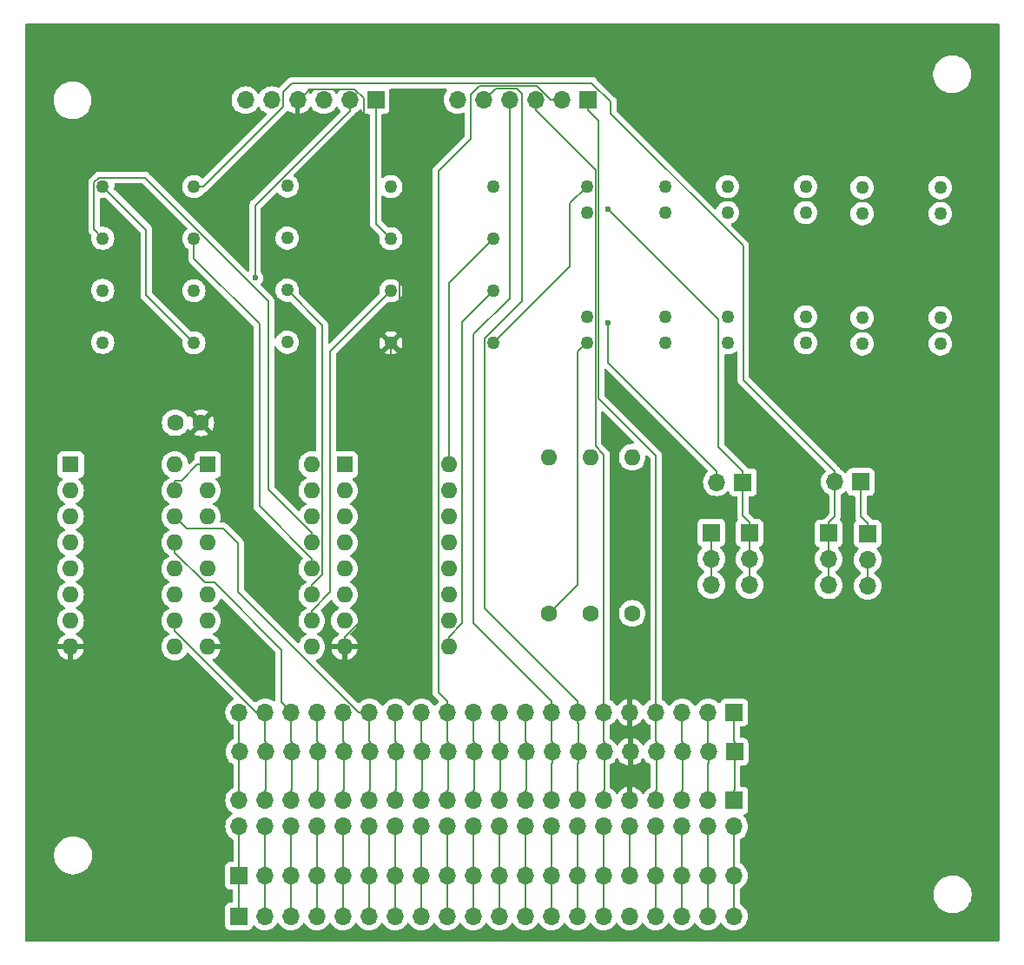
<source format=gbr>
%TF.GenerationSoftware,KiCad,Pcbnew,8.0.3*%
%TF.CreationDate,2024-06-12T06:30:45+01:00*%
%TF.ProjectId,VISIR_Lei_Ohm,56495349-525f-44c6-9569-5f4f686d2e6b,rev?*%
%TF.SameCoordinates,Original*%
%TF.FileFunction,Copper,L2,Bot*%
%TF.FilePolarity,Positive*%
%FSLAX46Y46*%
G04 Gerber Fmt 4.6, Leading zero omitted, Abs format (unit mm)*
G04 Created by KiCad (PCBNEW 8.0.3) date 2024-06-12 06:30:45*
%MOMM*%
%LPD*%
G01*
G04 APERTURE LIST*
%TA.AperFunction,ComponentPad*%
%ADD10R,1.600000X1.600000*%
%TD*%
%TA.AperFunction,ComponentPad*%
%ADD11O,1.600000X1.600000*%
%TD*%
%TA.AperFunction,ComponentPad*%
%ADD12C,1.270000*%
%TD*%
%TA.AperFunction,ComponentPad*%
%ADD13R,1.700000X1.700000*%
%TD*%
%TA.AperFunction,ComponentPad*%
%ADD14O,1.700000X1.700000*%
%TD*%
%TA.AperFunction,ComponentPad*%
%ADD15C,1.600000*%
%TD*%
%TA.AperFunction,ViaPad*%
%ADD16C,0.600000*%
%TD*%
%TA.AperFunction,Conductor*%
%ADD17C,0.127000*%
%TD*%
G04 APERTURE END LIST*
D10*
%TO.P,U1,1,Q1*%
%TO.N,/I_{12}*%
X125550000Y-73780000D03*
D11*
%TO.P,U1,2,Q2*%
%TO.N,/I_{13}*%
X125550000Y-76320000D03*
%TO.P,U1,3,Q3*%
%TO.N,/I_{14}*%
X125550000Y-78860000D03*
%TO.P,U1,4,Q4*%
%TO.N,/I_{15}*%
X125550000Y-81400000D03*
%TO.P,U1,5,Q5*%
%TO.N,/I_{16}*%
X125550000Y-83940000D03*
%TO.P,U1,6,Q6*%
%TO.N,/I_{17}*%
X125550000Y-86480000D03*
%TO.P,U1,7,Q7*%
%TO.N,/I_{21}*%
X125550000Y-89020000D03*
%TO.P,U1,8,GND*%
%TO.N,GND*%
X125550000Y-91560000D03*
%TO.P,U1,9,Q7_2*%
%TO.N,unconnected-(U1-Q7_2-Pad9)*%
X135710000Y-91560000D03*
%TO.P,U1,10,~SRCLR*%
%TO.N,/~{SRCLR}*%
X135710000Y-89020000D03*
%TO.P,U1,11,SRCLK*%
%TO.N,/SRCLK*%
X135710000Y-86480000D03*
%TO.P,U1,12,RCLK*%
%TO.N,/RCLK*%
X135710000Y-83940000D03*
%TO.P,U1,13,~OE*%
%TO.N,/~{OE}*%
X135710000Y-81400000D03*
%TO.P,U1,14,SER*%
%TO.N,/SER1*%
X135710000Y-78860000D03*
%TO.P,U1,15,Q0*%
%TO.N,/I_{11}*%
X135710000Y-76320000D03*
%TO.P,U1,16,VCC*%
%TO.N,/5V*%
X135710000Y-73780000D03*
%TD*%
D12*
%TO.P,K4,1,1*%
%TO.N,/5V_{VB}*%
X128680000Y-61860000D03*
%TO.P,K4,2,2*%
%TO.N,/12V*%
X128680000Y-56780000D03*
%TO.P,K4,3,3*%
%TO.N,/O_{14}*%
X128680000Y-51700000D03*
%TO.P,K4,4,4*%
%TO.N,A*%
X128680000Y-46620000D03*
%TD*%
D13*
%TO.P,J8,1,Pin_1*%
%TO.N,Net-(J1-3V3Power1)*%
X190250000Y-97950000D03*
D14*
%TO.P,J8,2,Pin_2*%
%TO.N,Net-(J1-GPIO2{slash}SDA)*%
X187710000Y-97950000D03*
%TO.P,J8,3,Pin_3*%
%TO.N,Net-(J1-GPIO3{slash}SCL)*%
X185170000Y-97950000D03*
%TO.P,J8,4,Pin_4*%
%TO.N,/SRCLK_{filters}*%
X182630000Y-97950000D03*
%TO.P,J8,5,Pin_5*%
%TO.N,GND*%
X180090000Y-97950000D03*
%TO.P,J8,6,Pin_6*%
%TO.N,/RCLK_{filters}*%
X177550000Y-97950000D03*
%TO.P,J8,7,Pin_7*%
%TO.N,/SER_{filters}*%
X175010000Y-97950000D03*
%TO.P,J8,8,Pin_8*%
%TO.N,/~{OE}_{filters}*%
X172470000Y-97950000D03*
%TO.P,J8,9,Pin_9*%
%TO.N,Net-(J1-3v3Power2)*%
X169930000Y-97950000D03*
%TO.P,J8,10,Pin_10*%
%TO.N,Net-(J1-GPIO10{slash}MOSI)*%
X167390000Y-97950000D03*
%TO.P,J8,11,Pin_11*%
%TO.N,Net-(J1-GPIO9{slash}MISO)*%
X164850000Y-97950000D03*
%TO.P,J8,12,Pin_12*%
%TO.N,/~{SRCLR}_{filters}*%
X162310000Y-97950000D03*
%TO.P,J8,13,Pin_13*%
%TO.N,GND1*%
X159770000Y-97950000D03*
%TO.P,J8,14,Pin_14*%
%TO.N,Net-(J1-GPIO0{slash}ID_SD)*%
X157230000Y-97950000D03*
%TO.P,J8,15,Pin_15*%
%TO.N,/SER1*%
X154690000Y-97950000D03*
%TO.P,J8,16,Pin_16*%
%TO.N,/RCLK*%
X152150000Y-97950000D03*
%TO.P,J8,17,Pin_17*%
%TO.N,/SRCLK*%
X149610000Y-97950000D03*
%TO.P,J8,18,Pin_18*%
%TO.N,/~{OE}*%
X147070000Y-97950000D03*
%TO.P,J8,19,Pin_19*%
%TO.N,/~{SRCLR}*%
X144530000Y-97950000D03*
%TO.P,J8,20,Pin_20*%
%TO.N,GND2*%
X141990000Y-97950000D03*
%TD*%
D13*
%TO.P,J4,1,Pin_1*%
%TO.N,Net-(J4-Pin_1)*%
X199450000Y-80480000D03*
D14*
%TO.P,J4,2,Pin_2*%
X199450000Y-83020000D03*
%TO.P,J4,3,Pin_3*%
X199450000Y-85560000D03*
%TD*%
D13*
%TO.P,J10,1,Pin_1*%
%TO.N,Net-(J10-Pin_1)*%
X188000000Y-80420000D03*
D14*
%TO.P,J10,2,Pin_2*%
X188000000Y-82960000D03*
%TO.P,J10,3,Pin_3*%
X188000000Y-85500000D03*
%TD*%
D15*
%TO.P,R1,1*%
%TO.N,Net-(K1-Pad7)*%
X172200000Y-88300000D03*
D11*
%TO.P,R1,2*%
%TO.N,Net-(K1-Pad8)*%
X172200000Y-73060000D03*
%TD*%
D15*
%TO.P,R3,1*%
%TO.N,Net-(K3-Pad8)*%
X180300000Y-88300000D03*
D11*
%TO.P,R3,2*%
%TO.N,Net-(K3-Pad7)*%
X180300000Y-73060000D03*
%TD*%
D13*
%TO.P,MES3,1,-*%
%TO.N,C*%
X191100000Y-75500000D03*
D14*
%TO.P,MES3,2,+*%
%TO.N,Net-(J10-Pin_1)*%
X188560000Y-75500000D03*
%TD*%
D12*
%TO.P,K8,1,1*%
%TO.N,B*%
X166760000Y-61900000D03*
%TO.P,K8,2,2*%
%TO.N,/12V*%
X166760000Y-56820000D03*
%TO.P,K8,3,3*%
%TO.N,/O_{21}*%
X166760000Y-51740000D03*
%TO.P,K8,4,4*%
%TO.N,C*%
X166760000Y-46660000D03*
%TD*%
%TO.P,K7,1,1*%
%TO.N,C*%
X156770000Y-46660000D03*
%TO.P,K7,2,2*%
%TO.N,/12V*%
X156770000Y-51740000D03*
%TO.P,K7,3,3*%
%TO.N,/O_{17}*%
X156770000Y-56820000D03*
%TO.P,K7,4,4*%
%TO.N,GND*%
X156770000Y-61900000D03*
%TD*%
D13*
%TO.P,J5,1,Pin_1*%
%TO.N,Net-(J1-GPIO21{slash}PCM_DOUT)*%
X141970000Y-113900000D03*
D14*
%TO.P,J5,2,Pin_2*%
%TO.N,Net-(J1-GPIO20{slash}PCM_DIN)*%
X144510000Y-113900000D03*
%TO.P,J5,3,Pin_3*%
%TO.N,Net-(J1-GPIO16)*%
X147050000Y-113900000D03*
%TO.P,J5,4,Pin_4*%
%TO.N,GND7*%
X149590000Y-113900000D03*
%TO.P,J5,5,Pin_5*%
%TO.N,Net-(J1-GPIO12{slash}PWM0)*%
X152130000Y-113900000D03*
%TO.P,J5,6,Pin_6*%
%TO.N,GND6*%
X154670000Y-113900000D03*
%TO.P,J5,7,Pin_7*%
%TO.N,Net-(J1-GPIO1{slash}ID_SC)*%
X157210000Y-113900000D03*
%TO.P,J5,8,Pin_8*%
%TO.N,Net-(J1-GPIO7{slash}CE1)*%
X159750000Y-113900000D03*
%TO.P,J5,9,Pin_9*%
%TO.N,Net-(J1-GPIO8{slash}CE0)*%
X162290000Y-113900000D03*
%TO.P,J5,10,Pin_10*%
%TO.N,Net-(J1-GPIO25)*%
X164830000Y-113900000D03*
%TO.P,J5,11,Pin_11*%
%TO.N,GND5*%
X167370000Y-113900000D03*
%TO.P,J5,12,Pin_12*%
%TO.N,Net-(J1-GPIO24)*%
X169910000Y-113900000D03*
%TO.P,J5,13,Pin_13*%
%TO.N,Net-(J1-GPIO23)*%
X172450000Y-113900000D03*
%TO.P,J5,14,Pin_14*%
%TO.N,GND4*%
X174990000Y-113900000D03*
%TO.P,J5,15,Pin_15*%
%TO.N,Net-(J1-GPIO18{slash}PCM_CLK)*%
X177530000Y-113900000D03*
%TO.P,J5,16,Pin_16*%
%TO.N,Net-(J1-GPIO15{slash}RXD)*%
X180070000Y-113900000D03*
%TO.P,J5,17,Pin_17*%
%TO.N,Net-(J1-GPIO14{slash}TXD)*%
X182610000Y-113900000D03*
%TO.P,J5,18,Pin_18*%
%TO.N,GND3*%
X185150000Y-113900000D03*
%TO.P,J5,19,Pin_19*%
%TO.N,Net-(J1-5VPower2)*%
X187690000Y-113900000D03*
%TO.P,J5,20,Pin_20*%
%TO.N,/5VPower1*%
X190230000Y-113900000D03*
%TD*%
D12*
%TO.P,K3,1,1*%
%TO.N,B*%
X202720000Y-46760000D03*
%TO.P,K3,2,2*%
%TO.N,/12V*%
X202720000Y-49300000D03*
%TO.P,K3,6,6*%
%TO.N,/O_{13}*%
X202720000Y-59460000D03*
%TO.P,K3,7,7*%
%TO.N,Net-(K3-Pad7)*%
X202720000Y-62000000D03*
%TO.P,K3,8,8*%
%TO.N,Net-(K3-Pad8)*%
X210340000Y-62000000D03*
%TO.P,K3,9,9*%
%TO.N,unconnected-(K3-Pad9)*%
X210340000Y-59460000D03*
%TO.P,K3,13,13*%
%TO.N,unconnected-(K3-Pad13)*%
X210340000Y-49300000D03*
%TO.P,K3,14,14*%
%TO.N,A*%
X210340000Y-46760000D03*
%TD*%
D13*
%TO.P,J11,1,Pin_1*%
%TO.N,C*%
X191750000Y-80450000D03*
D14*
%TO.P,J11,2,Pin_2*%
X191750000Y-82990000D03*
%TO.P,J11,3,Pin_3*%
X191750000Y-85530000D03*
%TD*%
D13*
%TO.P,MES1,1,-*%
%TO.N,C*%
X202590000Y-75480000D03*
D14*
%TO.P,MES1,2,+*%
%TO.N,Net-(J4-Pin_1)*%
X200050000Y-75480000D03*
%TD*%
D15*
%TO.P,C1,1*%
%TO.N,/5V*%
X135750000Y-69700000D03*
%TO.P,C1,2*%
%TO.N,GND*%
X138250000Y-69700000D03*
%TD*%
%TO.P,R2,1*%
%TO.N,Net-(K2-Pad8)*%
X176250000Y-88300000D03*
D11*
%TO.P,R2,2*%
%TO.N,Net-(K2-Pad7)*%
X176250000Y-73060000D03*
%TD*%
D13*
%TO.P,J1,1,3V3Power1*%
%TO.N,Net-(J1-3V3Power1)*%
X190240000Y-106560000D03*
D14*
%TO.P,J1,2,5VPower1*%
%TO.N,/5VPower1*%
X190240000Y-109100000D03*
%TO.P,J1,3,GPIO2/SDA*%
%TO.N,Net-(J1-GPIO2{slash}SDA)*%
X187700000Y-106560000D03*
%TO.P,J1,4,5VPower2*%
%TO.N,Net-(J1-5VPower2)*%
X187700000Y-109100000D03*
%TO.P,J1,5,GPIO3/SCL*%
%TO.N,Net-(J1-GPIO3{slash}SCL)*%
X185160000Y-106560000D03*
%TO.P,J1,6,GND*%
%TO.N,GND3*%
X185160000Y-109100000D03*
%TO.P,J1,7,GPIO4/GPCLK0*%
%TO.N,/SRCLK_{filters}*%
X182620000Y-106560000D03*
%TO.P,J1,8,GPIO14/TXD*%
%TO.N,Net-(J1-GPIO14{slash}TXD)*%
X182620000Y-109100000D03*
%TO.P,J1,9,GND*%
%TO.N,GND*%
X180080000Y-106560000D03*
%TO.P,J1,10,GPIO15/RXD*%
%TO.N,Net-(J1-GPIO15{slash}RXD)*%
X180080000Y-109100000D03*
%TO.P,J1,11,GPIO17*%
%TO.N,/RCLK_{filters}*%
X177540000Y-106560000D03*
%TO.P,J1,12,GPIO18/PCM_CLK*%
%TO.N,Net-(J1-GPIO18{slash}PCM_CLK)*%
X177540000Y-109100000D03*
%TO.P,J1,13,GPIO27*%
%TO.N,/SER_{filters}*%
X175000000Y-106560000D03*
%TO.P,J1,14,GND*%
%TO.N,GND4*%
X175000000Y-109100000D03*
%TO.P,J1,15,GPIO22*%
%TO.N,/~{OE}_{filters}*%
X172460000Y-106560000D03*
%TO.P,J1,16,GPIO23*%
%TO.N,Net-(J1-GPIO23)*%
X172460000Y-109100000D03*
%TO.P,J1,17,3v3Power2*%
%TO.N,Net-(J1-3v3Power2)*%
X169920000Y-106560000D03*
%TO.P,J1,18,GPIO24*%
%TO.N,Net-(J1-GPIO24)*%
X169920000Y-109100000D03*
%TO.P,J1,19,GPIO10/MOSI*%
%TO.N,Net-(J1-GPIO10{slash}MOSI)*%
X167380000Y-106560000D03*
%TO.P,J1,20,GND*%
%TO.N,GND5*%
X167380000Y-109100000D03*
%TO.P,J1,21,GPIO9/MISO*%
%TO.N,Net-(J1-GPIO9{slash}MISO)*%
X164840000Y-106560000D03*
%TO.P,J1,22,GPIO25*%
%TO.N,Net-(J1-GPIO25)*%
X164840000Y-109100000D03*
%TO.P,J1,23,GPIO11/SCLK*%
%TO.N,/~{SRCLR}_{filters}*%
X162300000Y-106560000D03*
%TO.P,J1,24,GPIO8/CE0*%
%TO.N,Net-(J1-GPIO8{slash}CE0)*%
X162300000Y-109100000D03*
%TO.P,J1,25,GND*%
%TO.N,GND1*%
X159760000Y-106560000D03*
%TO.P,J1,26,GPIO7/CE1*%
%TO.N,Net-(J1-GPIO7{slash}CE1)*%
X159760000Y-109100000D03*
%TO.P,J1,27,GPIO0/ID_SD*%
%TO.N,Net-(J1-GPIO0{slash}ID_SD)*%
X157220000Y-106560000D03*
%TO.P,J1,28,GPIO1/ID_SC*%
%TO.N,Net-(J1-GPIO1{slash}ID_SC)*%
X157220000Y-109100000D03*
%TO.P,J1,29,GPIO5*%
%TO.N,/SER1*%
X154680000Y-106560000D03*
%TO.P,J1,30,GND*%
%TO.N,GND6*%
X154680000Y-109100000D03*
%TO.P,J1,31,GPIO6*%
%TO.N,/RCLK*%
X152140000Y-106560000D03*
%TO.P,J1,32,GPIO12/PWM0*%
%TO.N,Net-(J1-GPIO12{slash}PWM0)*%
X152140000Y-109100000D03*
%TO.P,J1,33,GPIO13/PWM1*%
%TO.N,/SRCLK*%
X149600000Y-106560000D03*
%TO.P,J1,34,GROUND*%
%TO.N,GND7*%
X149600000Y-109100000D03*
%TO.P,J1,35,GPIO19/PCM_FS*%
%TO.N,/~{OE}*%
X147060000Y-106560000D03*
%TO.P,J1,36,GPIO16*%
%TO.N,Net-(J1-GPIO16)*%
X147060000Y-109100000D03*
%TO.P,J1,37,GPIO26*%
%TO.N,/~{SRCLR}*%
X144520000Y-106560000D03*
%TO.P,J1,38,GPIO20/PCM_DIN*%
%TO.N,Net-(J1-GPIO20{slash}PCM_DIN)*%
X144520000Y-109100000D03*
%TO.P,J1,39,GND*%
%TO.N,GND2*%
X141980000Y-106560000D03*
%TO.P,J1,40,GPIO21/PCM_DOUT*%
%TO.N,Net-(J1-GPIO21{slash}PCM_DOUT)*%
X141980000Y-109100000D03*
%TD*%
D12*
%TO.P,K1,1,1*%
%TO.N,B*%
X175890000Y-46620000D03*
%TO.P,K1,2,2*%
%TO.N,/12V*%
X175890000Y-49160000D03*
%TO.P,K1,6,6*%
%TO.N,/O_{11}*%
X175890000Y-59320000D03*
%TO.P,K1,7,7*%
%TO.N,Net-(K1-Pad7)*%
X175890000Y-61860000D03*
%TO.P,K1,8,8*%
%TO.N,Net-(K1-Pad8)*%
X183510000Y-61860000D03*
%TO.P,K1,9,9*%
%TO.N,unconnected-(K1-Pad9)*%
X183510000Y-59320000D03*
%TO.P,K1,13,13*%
%TO.N,unconnected-(K1-Pad13)*%
X183510000Y-49160000D03*
%TO.P,K1,14,14*%
%TO.N,A*%
X183510000Y-46620000D03*
%TD*%
D13*
%TO.P,J2,1,Pin_1*%
%TO.N,/12V*%
X155290000Y-38230000D03*
D14*
%TO.P,J2,2,Pin_2*%
%TO.N,/5V*%
X152750000Y-38230000D03*
%TO.P,J2,3,Pin_3*%
%TO.N,/5V_{VB}*%
X150210000Y-38230000D03*
%TO.P,J2,4,Pin_4*%
%TO.N,GND*%
X147670000Y-38230000D03*
%TO.P,J2,5,Pin_5*%
%TO.N,/transf+*%
X145130000Y-38230000D03*
%TO.P,J2,6,Pin_6*%
%TO.N,/transf-*%
X142590000Y-38230000D03*
%TD*%
D12*
%TO.P,K2,1,1*%
%TO.N,B*%
X189580000Y-46660000D03*
%TO.P,K2,2,2*%
%TO.N,/12V*%
X189580000Y-49200000D03*
%TO.P,K2,6,6*%
%TO.N,/O_{12}*%
X189580000Y-59360000D03*
%TO.P,K2,7,7*%
%TO.N,Net-(K2-Pad7)*%
X189580000Y-61900000D03*
%TO.P,K2,8,8*%
%TO.N,Net-(K2-Pad8)*%
X197200000Y-61900000D03*
%TO.P,K2,9,9*%
%TO.N,unconnected-(K2-Pad9)*%
X197200000Y-59360000D03*
%TO.P,K2,13,13*%
%TO.N,unconnected-(K2-Pad13)*%
X197200000Y-49200000D03*
%TO.P,K2,14,14*%
%TO.N,A*%
X197200000Y-46660000D03*
%TD*%
D13*
%TO.P,J3,1,Pin_1*%
%TO.N,/SRCLK_{filters}*%
X175950000Y-38180000D03*
D14*
%TO.P,J3,2,Pin_2*%
%TO.N,/~{SRCLR}_{filters}*%
X173410000Y-38180000D03*
%TO.P,J3,3,Pin_3*%
%TO.N,/RCLK_{filters}*%
X170870000Y-38180000D03*
%TO.P,J3,4,Pin_4*%
%TO.N,/~{OE}_{filters}*%
X168330000Y-38180000D03*
%TO.P,J3,5,Pin_5*%
%TO.N,/SER_{filters}*%
X165790000Y-38180000D03*
%TO.P,J3,6,Pin_6*%
%TO.N,unconnected-(J3-Pin_6-Pad6)*%
X163250000Y-38180000D03*
%TD*%
D13*
%TO.P,J9,1,Pin_1*%
%TO.N,C*%
X203250000Y-80530000D03*
D14*
%TO.P,J9,2,Pin_2*%
X203250000Y-83070000D03*
%TO.P,J9,3,Pin_3*%
X203250000Y-85610000D03*
%TD*%
D10*
%TO.P,U2,1,I1*%
%TO.N,/I_{11}*%
X138900000Y-73780000D03*
D11*
%TO.P,U2,2,I2*%
%TO.N,/I_{12}*%
X138900000Y-76320000D03*
%TO.P,U2,3,I3*%
%TO.N,/I_{13}*%
X138900000Y-78860000D03*
%TO.P,U2,4,I4*%
%TO.N,/I_{14}*%
X138900000Y-81400000D03*
%TO.P,U2,5,I5*%
%TO.N,/I_{15}*%
X138900000Y-83940000D03*
%TO.P,U2,6,I6*%
%TO.N,/I_{16}*%
X138900000Y-86480000D03*
%TO.P,U2,7,I7*%
%TO.N,/I_{17}*%
X138900000Y-89020000D03*
%TO.P,U2,8,GND*%
%TO.N,GND*%
X138900000Y-91560000D03*
%TO.P,U2,9,COM*%
%TO.N,/12V*%
X149060000Y-91560000D03*
%TO.P,U2,10,O7*%
%TO.N,/O_{17}*%
X149060000Y-89020000D03*
%TO.P,U2,11,O6*%
%TO.N,/O_{16}*%
X149060000Y-86480000D03*
%TO.P,U2,12,O5*%
%TO.N,/O_{15}*%
X149060000Y-83940000D03*
%TO.P,U2,13,O4*%
%TO.N,/O_{14}*%
X149060000Y-81400000D03*
%TO.P,U2,14,O3*%
%TO.N,/O_{13}*%
X149060000Y-78860000D03*
%TO.P,U2,15,O2*%
%TO.N,/O_{12}*%
X149060000Y-76320000D03*
%TO.P,U2,16,O1*%
%TO.N,/O_{11}*%
X149060000Y-73780000D03*
%TD*%
D12*
%TO.P,K6,1,1*%
%TO.N,B*%
X146670000Y-46610000D03*
%TO.P,K6,2,2*%
%TO.N,/12V*%
X146670000Y-51690000D03*
%TO.P,K6,3,3*%
%TO.N,/O_{16}*%
X146670000Y-56770000D03*
%TO.P,K6,4,4*%
%TO.N,Net-(J10-Pin_1)*%
X146670000Y-61850000D03*
%TD*%
%TO.P,K5,1,1*%
%TO.N,A*%
X137570000Y-61900000D03*
%TO.P,K5,2,2*%
%TO.N,/12V*%
X137570000Y-56820000D03*
%TO.P,K5,3,3*%
%TO.N,/O_{15}*%
X137570000Y-51740000D03*
%TO.P,K5,4,4*%
%TO.N,Net-(J4-Pin_1)*%
X137570000Y-46660000D03*
%TD*%
D13*
%TO.P,J6,1,Pin_1*%
%TO.N,Net-(J1-GPIO21{slash}PCM_DOUT)*%
X141940000Y-117850000D03*
D14*
%TO.P,J6,2,Pin_2*%
%TO.N,Net-(J1-GPIO20{slash}PCM_DIN)*%
X144480000Y-117850000D03*
%TO.P,J6,3,Pin_3*%
%TO.N,Net-(J1-GPIO16)*%
X147020000Y-117850000D03*
%TO.P,J6,4,Pin_4*%
%TO.N,GND7*%
X149560000Y-117850000D03*
%TO.P,J6,5,Pin_5*%
%TO.N,Net-(J1-GPIO12{slash}PWM0)*%
X152100000Y-117850000D03*
%TO.P,J6,6,Pin_6*%
%TO.N,GND6*%
X154640000Y-117850000D03*
%TO.P,J6,7,Pin_7*%
%TO.N,Net-(J1-GPIO1{slash}ID_SC)*%
X157180000Y-117850000D03*
%TO.P,J6,8,Pin_8*%
%TO.N,Net-(J1-GPIO7{slash}CE1)*%
X159720000Y-117850000D03*
%TO.P,J6,9,Pin_9*%
%TO.N,Net-(J1-GPIO8{slash}CE0)*%
X162260000Y-117850000D03*
%TO.P,J6,10,Pin_10*%
%TO.N,Net-(J1-GPIO25)*%
X164800000Y-117850000D03*
%TO.P,J6,11,Pin_11*%
%TO.N,GND5*%
X167340000Y-117850000D03*
%TO.P,J6,12,Pin_12*%
%TO.N,Net-(J1-GPIO24)*%
X169880000Y-117850000D03*
%TO.P,J6,13,Pin_13*%
%TO.N,Net-(J1-GPIO23)*%
X172420000Y-117850000D03*
%TO.P,J6,14,Pin_14*%
%TO.N,GND4*%
X174960000Y-117850000D03*
%TO.P,J6,15,Pin_15*%
%TO.N,Net-(J1-GPIO18{slash}PCM_CLK)*%
X177500000Y-117850000D03*
%TO.P,J6,16,Pin_16*%
%TO.N,Net-(J1-GPIO15{slash}RXD)*%
X180040000Y-117850000D03*
%TO.P,J6,17,Pin_17*%
%TO.N,Net-(J1-GPIO14{slash}TXD)*%
X182580000Y-117850000D03*
%TO.P,J6,18,Pin_18*%
%TO.N,GND3*%
X185120000Y-117850000D03*
%TO.P,J6,19,Pin_19*%
%TO.N,Net-(J1-5VPower2)*%
X187660000Y-117850000D03*
%TO.P,J6,20,Pin_20*%
%TO.N,/5VPower1*%
X190200000Y-117850000D03*
%TD*%
D10*
%TO.P,U3,1,I1*%
%TO.N,/I_{21}*%
X152250000Y-73780000D03*
D11*
%TO.P,U3,2,I2*%
%TO.N,/I_{22}*%
X152250000Y-76320000D03*
%TO.P,U3,3,I3*%
%TO.N,/I_{23}*%
X152250000Y-78860000D03*
%TO.P,U3,4,I4*%
%TO.N,/I_{24}*%
X152250000Y-81400000D03*
%TO.P,U3,5,I5*%
%TO.N,/I_{25}*%
X152250000Y-83940000D03*
%TO.P,U3,6,I6*%
%TO.N,/I_{26}*%
X152250000Y-86480000D03*
%TO.P,U3,7,I7*%
%TO.N,/I_{27}*%
X152250000Y-89020000D03*
%TO.P,U3,8,GND*%
%TO.N,GND*%
X152250000Y-91560000D03*
%TO.P,U3,9,COM*%
%TO.N,/12V*%
X162410000Y-91560000D03*
%TO.P,U3,10,O7*%
%TO.N,/O_{27}*%
X162410000Y-89020000D03*
%TO.P,U3,11,O6*%
%TO.N,/O_{26}*%
X162410000Y-86480000D03*
%TO.P,U3,12,O5*%
%TO.N,/O_{25}*%
X162410000Y-83940000D03*
%TO.P,U3,13,O4*%
%TO.N,/O_{24}*%
X162410000Y-81400000D03*
%TO.P,U3,14,O3*%
%TO.N,/O_{23}*%
X162410000Y-78860000D03*
%TO.P,U3,15,O2*%
%TO.N,/O_{22}*%
X162410000Y-76320000D03*
%TO.P,U3,16,O1*%
%TO.N,/O_{21}*%
X162410000Y-73780000D03*
%TD*%
D13*
%TO.P,J7,1,Pin_1*%
%TO.N,Net-(J1-3V3Power1)*%
X190260000Y-101800000D03*
D14*
%TO.P,J7,2,Pin_2*%
%TO.N,Net-(J1-GPIO2{slash}SDA)*%
X187720000Y-101800000D03*
%TO.P,J7,3,Pin_3*%
%TO.N,Net-(J1-GPIO3{slash}SCL)*%
X185180000Y-101800000D03*
%TO.P,J7,4,Pin_4*%
%TO.N,/SRCLK_{filters}*%
X182640000Y-101800000D03*
%TO.P,J7,5,Pin_5*%
%TO.N,GND*%
X180100000Y-101800000D03*
%TO.P,J7,6,Pin_6*%
%TO.N,/RCLK_{filters}*%
X177560000Y-101800000D03*
%TO.P,J7,7,Pin_7*%
%TO.N,/SER_{filters}*%
X175020000Y-101800000D03*
%TO.P,J7,8,Pin_8*%
%TO.N,/~{OE}_{filters}*%
X172480000Y-101800000D03*
%TO.P,J7,9,Pin_9*%
%TO.N,Net-(J1-3v3Power2)*%
X169940000Y-101800000D03*
%TO.P,J7,10,Pin_10*%
%TO.N,Net-(J1-GPIO10{slash}MOSI)*%
X167400000Y-101800000D03*
%TO.P,J7,11,Pin_11*%
%TO.N,Net-(J1-GPIO9{slash}MISO)*%
X164860000Y-101800000D03*
%TO.P,J7,12,Pin_12*%
%TO.N,/~{SRCLR}_{filters}*%
X162320000Y-101800000D03*
%TO.P,J7,13,Pin_13*%
%TO.N,GND1*%
X159780000Y-101800000D03*
%TO.P,J7,14,Pin_14*%
%TO.N,Net-(J1-GPIO0{slash}ID_SD)*%
X157240000Y-101800000D03*
%TO.P,J7,15,Pin_15*%
%TO.N,/SER1*%
X154700000Y-101800000D03*
%TO.P,J7,16,Pin_16*%
%TO.N,/RCLK*%
X152160000Y-101800000D03*
%TO.P,J7,17,Pin_17*%
%TO.N,/SRCLK*%
X149620000Y-101800000D03*
%TO.P,J7,18,Pin_18*%
%TO.N,/~{OE}*%
X147080000Y-101800000D03*
%TO.P,J7,19,Pin_19*%
%TO.N,/~{SRCLR}*%
X144540000Y-101800000D03*
%TO.P,J7,20,Pin_20*%
%TO.N,GND2*%
X142000000Y-101800000D03*
%TD*%
D16*
%TO.N,C*%
X177928900Y-48826300D03*
%TO.N,Net-(J10-Pin_1)*%
X177928900Y-59974500D03*
%TO.N,/5V*%
X143538000Y-55586400D03*
%TD*%
D17*
%TO.N,/~{SRCLR}_{filters}*%
X168654100Y-36828900D02*
X171016700Y-36828900D01*
X171016700Y-36828900D02*
X172367800Y-38180000D01*
X168652600Y-36827400D02*
X168654100Y-36828900D01*
X164520000Y-37700000D02*
X165392600Y-36827400D01*
X172367800Y-38180000D02*
X173410000Y-38180000D01*
X164520000Y-41997200D02*
X164520000Y-37700000D01*
X161393900Y-45123300D02*
X164520000Y-41997200D01*
X161393900Y-95991700D02*
X161393900Y-45123300D01*
X165392600Y-36827400D02*
X168652600Y-36827400D01*
X162310000Y-96907800D02*
X161393900Y-95991700D01*
X162310000Y-97950000D02*
X162310000Y-96907800D01*
%TO.N,/SER_{filters}*%
X165930000Y-38180000D02*
X165790000Y-38180000D01*
X169023900Y-37093900D02*
X167016100Y-37093900D01*
X169550000Y-37620000D02*
X169023900Y-37093900D01*
X167016100Y-37093900D02*
X165930000Y-38180000D01*
X169550000Y-57832800D02*
X169550000Y-37620000D01*
X165926700Y-61456100D02*
X169550000Y-57832800D01*
X165926700Y-87824500D02*
X165926700Y-61456100D01*
X175010000Y-96907800D02*
X165926700Y-87824500D01*
X175010000Y-97950000D02*
X175010000Y-96907800D01*
%TO.N,Net-(J4-Pin_1)*%
X146260000Y-37420000D02*
X146260000Y-38880000D01*
X146260000Y-38880000D02*
X138480000Y-46660000D01*
X176368900Y-36549600D02*
X147130400Y-36549600D01*
X178221500Y-39529500D02*
X178221500Y-38402200D01*
X191127800Y-52435800D02*
X178221500Y-39529500D01*
X147130400Y-36549600D02*
X146260000Y-37420000D01*
X178221500Y-38402200D02*
X176368900Y-36549600D01*
X191127800Y-65515600D02*
X191127800Y-52435800D01*
X200050000Y-75480000D02*
X200050000Y-74437800D01*
X138480000Y-46660000D02*
X137570000Y-46660000D01*
X200050000Y-74437800D02*
X191127800Y-65515600D01*
%TO.N,GND*%
X154110000Y-38055300D02*
X153234900Y-37180200D01*
X153234900Y-37180200D02*
X148919800Y-37180200D01*
X154110000Y-51383900D02*
X154110000Y-38055300D01*
X157646300Y-61023700D02*
X157646300Y-54920200D01*
X157646300Y-54920200D02*
X154110000Y-51383900D01*
X148919800Y-37180200D02*
X147870000Y-38230000D01*
X156770000Y-61900000D02*
X157646300Y-61023700D01*
X147870000Y-38230000D02*
X147670000Y-38230000D01*
%TO.N,/O_{15}*%
X143948800Y-77836600D02*
X149060000Y-82947800D01*
X143948700Y-77836600D02*
X143948800Y-77836600D01*
X149060000Y-82947800D02*
X149060000Y-83940000D01*
X137570000Y-53660000D02*
X143948700Y-60038700D01*
X143948700Y-60038700D02*
X143948700Y-77836600D01*
X137570000Y-51740000D02*
X137570000Y-53660000D01*
%TO.N,/~{OE}*%
X139540000Y-85290000D02*
X146100000Y-91850000D01*
X138607800Y-85290000D02*
X139540000Y-85290000D01*
X135710000Y-82392200D02*
X138607800Y-85290000D01*
X146100000Y-91850000D02*
X146100000Y-96980000D01*
X146100000Y-96980000D02*
X147070000Y-97950000D01*
X135710000Y-81400000D02*
X135710000Y-82392200D01*
%TO.N,/SER1*%
X136870000Y-80020000D02*
X135710000Y-78860000D01*
X140460000Y-80020000D02*
X136870000Y-80020000D01*
X141870000Y-86172200D02*
X141870000Y-81430000D01*
X141870000Y-81430000D02*
X140460000Y-80020000D01*
X154690000Y-97950000D02*
X153647800Y-97950000D01*
X153647800Y-97950000D02*
X141870000Y-86172200D01*
%TO.N,/~{SRCLR}*%
X143647800Y-97950000D02*
X143590000Y-97892200D01*
X144530000Y-97950000D02*
X143647800Y-97950000D01*
X143590000Y-97892200D02*
X135710000Y-90012200D01*
X135710000Y-90012200D02*
X135710000Y-89020000D01*
%TO.N,/~{OE}_{filters}*%
X164800000Y-89237800D02*
X172470000Y-96907800D01*
X164800000Y-61085700D02*
X164800000Y-89237800D01*
X168330000Y-57555700D02*
X164800000Y-61085700D01*
X168330000Y-38180000D02*
X168330000Y-57555700D01*
X172470000Y-96907800D02*
X172470000Y-97950000D01*
%TO.N,Net-(J1-GPIO21{slash}PCM_DOUT)*%
X141980000Y-110142200D02*
X141970000Y-110152200D01*
X141970000Y-110152200D02*
X141970000Y-113900000D01*
X141980000Y-109100000D02*
X141980000Y-110142200D01*
X141970000Y-113900000D02*
X141970000Y-114942200D01*
X141940000Y-117850000D02*
X141940000Y-114972200D01*
X141940000Y-114972200D02*
X141970000Y-114942200D01*
%TO.N,B*%
X174244500Y-54415500D02*
X174244500Y-48265500D01*
X174244500Y-48265500D02*
X175890000Y-46620000D01*
X166760000Y-61900000D02*
X174244500Y-54415500D01*
%TO.N,Net-(K1-Pad7)*%
X175002700Y-85497300D02*
X172200000Y-88300000D01*
X175890000Y-61860000D02*
X175002700Y-62747300D01*
X175002700Y-62747300D02*
X175002700Y-85497300D01*
%TO.N,A*%
X137570000Y-61900000D02*
X132934300Y-57264300D01*
X132934300Y-50874300D02*
X128680000Y-46620000D01*
X132934300Y-57264300D02*
X132934300Y-50874300D01*
%TO.N,/SER1*%
X154680000Y-105517800D02*
X154700000Y-105497800D01*
X154680000Y-106560000D02*
X154680000Y-105517800D01*
X154700000Y-100757800D02*
X154690000Y-100747800D01*
X154700000Y-105497800D02*
X154700000Y-101800000D01*
X154700000Y-101800000D02*
X154700000Y-100757800D01*
X154690000Y-100747800D02*
X154690000Y-97950000D01*
%TO.N,/RCLK*%
X152150000Y-100747800D02*
X152150000Y-97950000D01*
X152160000Y-101800000D02*
X152160000Y-100757800D01*
X152160000Y-100757800D02*
X152150000Y-100747800D01*
X152160000Y-105497800D02*
X152160000Y-101800000D01*
X152140000Y-106560000D02*
X152140000Y-105517800D01*
X152140000Y-105517800D02*
X152160000Y-105497800D01*
%TO.N,/SRCLK*%
X149620000Y-100757800D02*
X149610000Y-100747800D01*
X149620000Y-105497800D02*
X149620000Y-101800000D01*
X149600000Y-106560000D02*
X149600000Y-105517800D01*
X149600000Y-105517800D02*
X149620000Y-105497800D01*
X149610000Y-100747800D02*
X149610000Y-97950000D01*
X149620000Y-101800000D02*
X149620000Y-100757800D01*
%TO.N,/~{SRCLR}*%
X144540000Y-101800000D02*
X144540000Y-100757800D01*
X144520000Y-105517800D02*
X144540000Y-105497800D01*
X144530000Y-100747800D02*
X144530000Y-97950000D01*
X144540000Y-105497800D02*
X144540000Y-101800000D01*
X144540000Y-100757800D02*
X144530000Y-100747800D01*
X144520000Y-106560000D02*
X144520000Y-105517800D01*
%TO.N,/~{OE}*%
X147080000Y-100757800D02*
X147070000Y-100747800D01*
X147060000Y-105517800D02*
X147080000Y-105497800D01*
X147060000Y-106560000D02*
X147060000Y-105517800D01*
X147070000Y-100747800D02*
X147070000Y-97950000D01*
X147080000Y-105497800D02*
X147080000Y-101800000D01*
X147080000Y-101800000D02*
X147080000Y-100757800D01*
%TO.N,/O_{16}*%
X149060000Y-86480000D02*
X149060000Y-85487800D01*
X150077900Y-60177900D02*
X150077900Y-84469900D01*
X146670000Y-56770000D02*
X150077900Y-60177900D01*
X150077900Y-84469900D02*
X149060000Y-85487800D01*
%TO.N,C*%
X191750000Y-82990000D02*
X191750000Y-80450000D01*
X203250000Y-85610000D02*
X203250000Y-83070000D01*
X191750000Y-80450000D02*
X191750000Y-79407800D01*
X202590000Y-78827800D02*
X202590000Y-75480000D01*
X191100000Y-75500000D02*
X191100000Y-78757800D01*
X191100000Y-75500000D02*
X191100000Y-74457800D01*
X191100000Y-78757800D02*
X191750000Y-79407800D01*
X191100000Y-74457800D02*
X188687000Y-72044800D01*
X188687000Y-72044800D02*
X188687000Y-59584400D01*
X188687000Y-59584400D02*
X177928900Y-48826300D01*
X203250000Y-80530000D02*
X203250000Y-79487800D01*
X191750000Y-85530000D02*
X191750000Y-82990000D01*
X203250000Y-79487800D02*
X202590000Y-78827800D01*
%TO.N,/O_{17}*%
X149060000Y-89020000D02*
X149060000Y-88027800D01*
X149060000Y-88027800D02*
X150865000Y-86222800D01*
X150865000Y-86222800D02*
X150865000Y-62725000D01*
X150865000Y-62725000D02*
X156770000Y-56820000D01*
%TO.N,Net-(J1-GPIO25)*%
X164800000Y-116807800D02*
X164830000Y-116777800D01*
X164840000Y-109100000D02*
X164840000Y-112847800D01*
X164830000Y-116777800D02*
X164830000Y-113900000D01*
X164800000Y-117850000D02*
X164800000Y-116807800D01*
X164830000Y-113900000D02*
X164830000Y-112857800D01*
X164840000Y-112847800D02*
X164830000Y-112857800D01*
%TO.N,Net-(J1-GPIO8{slash}CE0)*%
X162290000Y-116777800D02*
X162290000Y-113900000D01*
X162300000Y-112847800D02*
X162290000Y-112857800D01*
X162300000Y-109100000D02*
X162300000Y-112847800D01*
X162290000Y-113900000D02*
X162290000Y-112857800D01*
X162260000Y-117850000D02*
X162260000Y-116807800D01*
X162260000Y-116807800D02*
X162290000Y-116777800D01*
%TO.N,Net-(J1-GPIO14{slash}TXD)*%
X182580000Y-117850000D02*
X182580000Y-116807800D01*
X182620000Y-112847800D02*
X182610000Y-112857800D01*
X182610000Y-116777800D02*
X182610000Y-113900000D01*
X182620000Y-109100000D02*
X182620000Y-112847800D01*
X182580000Y-116807800D02*
X182610000Y-116777800D01*
X182610000Y-113900000D02*
X182610000Y-112857800D01*
%TO.N,Net-(J1-GPIO12{slash}PWM0)*%
X152140000Y-112847800D02*
X152130000Y-112857800D01*
X152100000Y-116807800D02*
X152130000Y-116777800D01*
X152130000Y-113900000D02*
X152130000Y-112857800D01*
X152130000Y-116777800D02*
X152130000Y-113900000D01*
X152100000Y-117850000D02*
X152100000Y-116807800D01*
X152140000Y-109100000D02*
X152140000Y-112847800D01*
%TO.N,Net-(J1-GPIO20{slash}PCM_DIN)*%
X144510000Y-113900000D02*
X144510000Y-114942200D01*
X144520000Y-110142200D02*
X144510000Y-110152200D01*
X144510000Y-110152200D02*
X144510000Y-113900000D01*
X144520000Y-109100000D02*
X144520000Y-110142200D01*
X144480000Y-114972200D02*
X144510000Y-114942200D01*
X144480000Y-117850000D02*
X144480000Y-114972200D01*
%TO.N,Net-(J1-GPIO7{slash}CE1)*%
X159720000Y-116807800D02*
X159750000Y-116777800D01*
X159720000Y-117850000D02*
X159720000Y-116807800D01*
X159750000Y-116777800D02*
X159750000Y-113900000D01*
X159760000Y-109100000D02*
X159760000Y-112847800D01*
X159760000Y-112847800D02*
X159750000Y-112857800D01*
X159750000Y-113900000D02*
X159750000Y-112857800D01*
%TO.N,/O_{21}*%
X162410000Y-56090000D02*
X166760000Y-51740000D01*
X162410000Y-73780000D02*
X162410000Y-56090000D01*
%TO.N,Net-(J1-3v3Power2)*%
X169940000Y-100757800D02*
X169930000Y-100747800D01*
X169940000Y-101800000D02*
X169940000Y-100757800D01*
X169940000Y-105497800D02*
X169940000Y-101800000D01*
X169920000Y-105517800D02*
X169940000Y-105497800D01*
X169920000Y-106560000D02*
X169920000Y-105517800D01*
X169930000Y-100747800D02*
X169930000Y-97950000D01*
%TO.N,Net-(J1-GPIO15{slash}RXD)*%
X180070000Y-113900000D02*
X180070000Y-112857800D01*
X180080000Y-112847800D02*
X180070000Y-112857800D01*
X180080000Y-109100000D02*
X180080000Y-112847800D01*
%TO.N,Net-(J1-GPIO18{slash}PCM_CLK)*%
X177500000Y-116807800D02*
X177530000Y-116777800D01*
X177500000Y-117850000D02*
X177500000Y-116807800D01*
X177540000Y-112847800D02*
X177530000Y-112857800D01*
X177530000Y-113900000D02*
X177530000Y-112857800D01*
X177530000Y-116777800D02*
X177530000Y-113900000D01*
X177540000Y-109100000D02*
X177540000Y-112847800D01*
%TO.N,Net-(J1-GPIO16)*%
X147050000Y-116777800D02*
X147050000Y-113900000D01*
X147020000Y-117850000D02*
X147020000Y-116807800D01*
X147060000Y-109100000D02*
X147060000Y-112847800D01*
X147060000Y-112847800D02*
X147050000Y-112857800D01*
X147050000Y-113900000D02*
X147050000Y-112857800D01*
X147020000Y-116807800D02*
X147050000Y-116777800D01*
%TO.N,Net-(J1-GPIO1{slash}ID_SC)*%
X157180000Y-116807800D02*
X157210000Y-116777800D01*
X157210000Y-116777800D02*
X157210000Y-113900000D01*
X157210000Y-113900000D02*
X157210000Y-112857800D01*
X157220000Y-109100000D02*
X157220000Y-112847800D01*
X157180000Y-117850000D02*
X157180000Y-116807800D01*
X157220000Y-112847800D02*
X157210000Y-112857800D01*
%TO.N,GND*%
X152250000Y-90567800D02*
X156770000Y-86047800D01*
X156770000Y-86047800D02*
X156770000Y-61900000D01*
X180080000Y-106560000D02*
X180080000Y-105517800D01*
X180100000Y-101800000D02*
X180100000Y-100757800D01*
X180100000Y-100757800D02*
X180090000Y-100747800D01*
X180080000Y-105517800D02*
X180100000Y-105497800D01*
X180090000Y-100747800D02*
X180090000Y-97950000D01*
X180100000Y-105497800D02*
X180100000Y-101800000D01*
X152250000Y-91560000D02*
X152250000Y-90567800D01*
%TO.N,/I_{11}*%
X135710000Y-76320000D02*
X135710000Y-75327800D01*
X136360000Y-75327800D02*
X135710000Y-75327800D01*
X137907800Y-73780000D02*
X136360000Y-75327800D01*
X138900000Y-73780000D02*
X137907800Y-73780000D01*
%TO.N,/O_{14}*%
X132800900Y-45778200D02*
X144827900Y-57805200D01*
X127828300Y-46268000D02*
X128318100Y-45778200D01*
X128680000Y-51700000D02*
X127828300Y-50848300D01*
X127828300Y-50848300D02*
X127828300Y-46268000D01*
X144827900Y-76175700D02*
X149060000Y-80407800D01*
X144827900Y-57805200D02*
X144827900Y-76175700D01*
X128318100Y-45778200D02*
X132800900Y-45778200D01*
X149060000Y-81400000D02*
X149060000Y-80407800D01*
%TO.N,Net-(J1-GPIO23)*%
X172450000Y-113900000D02*
X172450000Y-112857800D01*
X172450000Y-116777800D02*
X172450000Y-113900000D01*
X172420000Y-117850000D02*
X172420000Y-116807800D01*
X172420000Y-116807800D02*
X172450000Y-116777800D01*
X172460000Y-109100000D02*
X172460000Y-112847800D01*
X172460000Y-112847800D02*
X172450000Y-112857800D01*
%TO.N,Net-(J1-GPIO24)*%
X169880000Y-117850000D02*
X169880000Y-116807800D01*
X169880000Y-116807800D02*
X169910000Y-116777800D01*
X169920000Y-112847800D02*
X169910000Y-112857800D01*
X169910000Y-116777800D02*
X169910000Y-113900000D01*
X169920000Y-109100000D02*
X169920000Y-112847800D01*
X169910000Y-113900000D02*
X169910000Y-112857800D01*
%TO.N,Net-(J1-GPIO0{slash}ID_SD)*%
X157240000Y-105497800D02*
X157240000Y-101800000D01*
X157240000Y-101800000D02*
X157240000Y-100757800D01*
X157230000Y-100747800D02*
X157230000Y-97950000D01*
X157220000Y-106560000D02*
X157220000Y-105517800D01*
X157220000Y-105517800D02*
X157240000Y-105497800D01*
X157240000Y-100757800D02*
X157230000Y-100747800D01*
%TO.N,/~{SRCLR}_{filters}*%
X162320000Y-105497800D02*
X162320000Y-101800000D01*
X162300000Y-105517800D02*
X162320000Y-105497800D01*
X162300000Y-106560000D02*
X162300000Y-105517800D01*
X162310000Y-100747800D02*
X162310000Y-97950000D01*
X162320000Y-100757800D02*
X162310000Y-100747800D01*
X162320000Y-101800000D02*
X162320000Y-100757800D01*
%TO.N,/RCLK_{filters}*%
X177560000Y-105497800D02*
X177560000Y-101800000D01*
X177540000Y-106560000D02*
X177540000Y-105517800D01*
X177550000Y-72839700D02*
X176719600Y-72009300D01*
X176719600Y-45071800D02*
X170870000Y-39222200D01*
X176719600Y-72009300D02*
X176719600Y-45071800D01*
X177540000Y-105517800D02*
X177560000Y-105497800D01*
X177560000Y-100757800D02*
X177550000Y-100747800D01*
X177550000Y-96907800D02*
X177550000Y-72839700D01*
X177550000Y-97950000D02*
X177550000Y-96907800D01*
X170870000Y-38180000D02*
X170870000Y-39222200D01*
X177560000Y-101800000D02*
X177560000Y-100757800D01*
X177550000Y-100747800D02*
X177550000Y-97950000D01*
%TO.N,Net-(J1-GPIO10{slash}MOSI)*%
X167400000Y-101800000D02*
X167400000Y-100757800D01*
X167400000Y-105497800D02*
X167400000Y-101800000D01*
X167390000Y-100747800D02*
X167390000Y-97950000D01*
X167400000Y-100757800D02*
X167390000Y-100747800D01*
X167380000Y-105517800D02*
X167400000Y-105497800D01*
X167380000Y-106560000D02*
X167380000Y-105517800D01*
%TO.N,Net-(J1-GPIO9{slash}MISO)*%
X164860000Y-101800000D02*
X164860000Y-100757800D01*
X164840000Y-105517800D02*
X164860000Y-105497800D01*
X164860000Y-100757800D02*
X164850000Y-100747800D01*
X164850000Y-100747800D02*
X164850000Y-97950000D01*
X164840000Y-106560000D02*
X164840000Y-105517800D01*
X164860000Y-105497800D02*
X164860000Y-101800000D01*
%TO.N,Net-(J1-5VPower2)*%
X187660000Y-116807800D02*
X187690000Y-116777800D01*
X187690000Y-116777800D02*
X187690000Y-113900000D01*
X187700000Y-112847800D02*
X187690000Y-112857800D01*
X187690000Y-113900000D02*
X187690000Y-112857800D01*
X187700000Y-109100000D02*
X187700000Y-112847800D01*
X187660000Y-117850000D02*
X187660000Y-116807800D01*
%TO.N,/SER_{filters}*%
X175000000Y-106560000D02*
X175000000Y-102862200D01*
X175000000Y-102862200D02*
X175020000Y-102842200D01*
X175010000Y-97950000D02*
X175010000Y-98992200D01*
X175020000Y-101800000D02*
X175020000Y-102842200D01*
X175020000Y-99002200D02*
X175010000Y-98992200D01*
X175020000Y-101800000D02*
X175020000Y-99002200D01*
%TO.N,Net-(J1-GPIO2{slash}SDA)*%
X187720000Y-102321100D02*
X187710000Y-102311100D01*
X187710000Y-102311100D02*
X187710000Y-97950000D01*
X187720000Y-102321100D02*
X187720000Y-102842200D01*
X187720000Y-101800000D02*
X187720000Y-102321100D01*
X187700000Y-102862200D02*
X187720000Y-102842200D01*
X187700000Y-106560000D02*
X187700000Y-102862200D01*
%TO.N,Net-(J1-3V3Power1)*%
X190240000Y-106560000D02*
X190240000Y-105517800D01*
X190260000Y-100757800D02*
X190250000Y-100747800D01*
X190240000Y-105517800D02*
X190260000Y-105497800D01*
X190260000Y-105497800D02*
X190260000Y-101800000D01*
X190250000Y-100747800D02*
X190250000Y-97950000D01*
X190260000Y-101800000D02*
X190260000Y-100757800D01*
%TO.N,/SRCLK_{filters}*%
X182620000Y-106560000D02*
X182620000Y-105517800D01*
X182640000Y-100757800D02*
X182630000Y-100747800D01*
X175950000Y-39222200D02*
X176992200Y-40264400D01*
X182620000Y-105517800D02*
X182640000Y-105497800D01*
X182630000Y-100747800D02*
X182630000Y-97950000D01*
X182630000Y-97950000D02*
X182630000Y-96907800D01*
X176992200Y-67298800D02*
X182630000Y-72936600D01*
X182640000Y-101800000D02*
X182640000Y-100757800D01*
X175950000Y-38180000D02*
X175950000Y-39222200D01*
X182640000Y-105497800D02*
X182640000Y-101800000D01*
X182630000Y-72936600D02*
X182630000Y-96907800D01*
X176992200Y-40264400D02*
X176992200Y-67298800D01*
%TO.N,Net-(J1-GPIO3{slash}SCL)*%
X185180000Y-100757800D02*
X185170000Y-100747800D01*
X185160000Y-105517800D02*
X185180000Y-105497800D01*
X185160000Y-106560000D02*
X185160000Y-105517800D01*
X185180000Y-101800000D02*
X185180000Y-100757800D01*
X185170000Y-100747800D02*
X185170000Y-97950000D01*
X185180000Y-105497800D02*
X185180000Y-101800000D01*
%TO.N,/~{OE}_{filters}*%
X172460000Y-102862200D02*
X172460000Y-106560000D01*
X172470000Y-97950000D02*
X172470000Y-100747800D01*
X172480000Y-101800000D02*
X172480000Y-102842200D01*
X172480000Y-102842200D02*
X172460000Y-102862200D01*
X172480000Y-101800000D02*
X172480000Y-100757800D01*
X172470000Y-100747800D02*
X172480000Y-100757800D01*
%TO.N,/5VPower1*%
X190200000Y-116807800D02*
X190230000Y-116777800D01*
X190230000Y-113900000D02*
X190230000Y-112857800D01*
X190240000Y-112847800D02*
X190230000Y-112857800D01*
X190240000Y-109100000D02*
X190240000Y-112847800D01*
X190230000Y-116777800D02*
X190230000Y-113900000D01*
X190200000Y-117850000D02*
X190200000Y-116807800D01*
%TO.N,Net-(J4-Pin_1)*%
X199450000Y-85560000D02*
X199450000Y-83020000D01*
X200050000Y-75480000D02*
X200050000Y-78837800D01*
X200050000Y-78837800D02*
X199450000Y-79437800D01*
X199450000Y-80480000D02*
X199450000Y-79437800D01*
X199450000Y-83020000D02*
X199450000Y-80480000D01*
%TO.N,Net-(J10-Pin_1)*%
X188000000Y-82960000D02*
X188000000Y-80420000D01*
X188560000Y-75500000D02*
X188560000Y-74457800D01*
X188000000Y-85500000D02*
X188000000Y-82960000D01*
X177928900Y-59974500D02*
X177928900Y-63826700D01*
X177928900Y-63826700D02*
X188560000Y-74457800D01*
%TO.N,GND1*%
X159760000Y-106560000D02*
X159760000Y-105517800D01*
X159780000Y-101800000D02*
X159780000Y-100757800D01*
X159780000Y-100757800D02*
X159770000Y-100747800D01*
X159770000Y-100747800D02*
X159770000Y-97950000D01*
X159780000Y-105497800D02*
X159780000Y-101800000D01*
X159760000Y-105517800D02*
X159780000Y-105497800D01*
%TO.N,GND2*%
X141990000Y-101800000D02*
X141990000Y-97950000D01*
X142000000Y-101800000D02*
X141990000Y-101800000D01*
X141980000Y-105517800D02*
X141990000Y-105507800D01*
X141990000Y-105507800D02*
X141990000Y-101800000D01*
X141980000Y-106560000D02*
X141980000Y-105517800D01*
%TO.N,GND4*%
X174990000Y-116777800D02*
X174990000Y-113900000D01*
X175000000Y-109100000D02*
X175000000Y-112847800D01*
X175000000Y-112847800D02*
X174990000Y-112857800D01*
X174990000Y-113900000D02*
X174990000Y-112857800D01*
X174960000Y-117850000D02*
X174960000Y-116807800D01*
X174960000Y-116807800D02*
X174990000Y-116777800D01*
%TO.N,GND6*%
X154680000Y-112847800D02*
X154670000Y-112857800D01*
X154670000Y-113900000D02*
X154670000Y-112857800D01*
X154680000Y-109100000D02*
X154680000Y-112847800D01*
X154640000Y-116807800D02*
X154670000Y-116777800D01*
X154670000Y-116777800D02*
X154670000Y-113900000D01*
X154640000Y-117850000D02*
X154640000Y-116807800D01*
%TO.N,GND3*%
X185120000Y-116807800D02*
X185150000Y-116777800D01*
X185160000Y-109100000D02*
X185160000Y-112847800D01*
X185160000Y-112847800D02*
X185150000Y-112857800D01*
X185150000Y-113900000D02*
X185150000Y-112857800D01*
X185120000Y-117850000D02*
X185120000Y-116807800D01*
X185150000Y-116777800D02*
X185150000Y-113900000D01*
%TO.N,GND7*%
X149590000Y-116777800D02*
X149590000Y-113900000D01*
X149560000Y-117850000D02*
X149560000Y-116807800D01*
X149590000Y-113900000D02*
X149590000Y-112857800D01*
X149600000Y-109100000D02*
X149600000Y-112847800D01*
X149600000Y-112847800D02*
X149590000Y-112857800D01*
X149560000Y-116807800D02*
X149590000Y-116777800D01*
%TO.N,GND5*%
X167370000Y-116777800D02*
X167370000Y-113900000D01*
X167380000Y-112847800D02*
X167370000Y-112857800D01*
X167370000Y-113900000D02*
X167370000Y-112857800D01*
X167340000Y-117850000D02*
X167340000Y-116807800D01*
X167380000Y-109100000D02*
X167380000Y-112847800D01*
X167340000Y-116807800D02*
X167370000Y-116777800D01*
%TO.N,/12V*%
X163735000Y-89242800D02*
X162410000Y-90567800D01*
X155290000Y-50260000D02*
X155290000Y-38230000D01*
X162410000Y-91560000D02*
X162410000Y-90567800D01*
X156770000Y-51740000D02*
X155290000Y-50260000D01*
X163735000Y-59845000D02*
X163735000Y-89242800D01*
X166760000Y-56820000D02*
X163735000Y-59845000D01*
%TO.N,/5V*%
X143538000Y-48484200D02*
X152750000Y-39272200D01*
X152750000Y-38230000D02*
X152750000Y-39272200D01*
X143538000Y-55586400D02*
X143538000Y-48484200D01*
%TD*%
%TA.AperFunction,Conductor*%
%TO.N,GND*%
G36*
X180350000Y-103130633D02*
G01*
X180563483Y-103073433D01*
X180563492Y-103073429D01*
X180777578Y-102973600D01*
X180971082Y-102838105D01*
X181138105Y-102671082D01*
X181268119Y-102485405D01*
X181322696Y-102441781D01*
X181392195Y-102434588D01*
X181454549Y-102466110D01*
X181471269Y-102485405D01*
X181601505Y-102671401D01*
X181768599Y-102838495D01*
X181865384Y-102906265D01*
X181962165Y-102974032D01*
X181962168Y-102974034D01*
X181962170Y-102974035D01*
X182004403Y-102993728D01*
X182056843Y-103039898D01*
X182076000Y-103106110D01*
X182076000Y-105244562D01*
X182056315Y-105311601D01*
X182004406Y-105356944D01*
X181942168Y-105385966D01*
X181748597Y-105521505D01*
X181581508Y-105688594D01*
X181451269Y-105874595D01*
X181396692Y-105918219D01*
X181327193Y-105925412D01*
X181264839Y-105893890D01*
X181248119Y-105874594D01*
X181118113Y-105688926D01*
X181118108Y-105688920D01*
X180951082Y-105521894D01*
X180757578Y-105386399D01*
X180543492Y-105286570D01*
X180543486Y-105286567D01*
X180330000Y-105229364D01*
X180330000Y-106126988D01*
X180272993Y-106094075D01*
X180145826Y-106060000D01*
X180014174Y-106060000D01*
X179887007Y-106094075D01*
X179830000Y-106126988D01*
X179830000Y-105229364D01*
X179829999Y-105229364D01*
X179616513Y-105286567D01*
X179616507Y-105286570D01*
X179402422Y-105386399D01*
X179402420Y-105386400D01*
X179208926Y-105521886D01*
X179208920Y-105521891D01*
X179041891Y-105688920D01*
X179041890Y-105688922D01*
X178911880Y-105874595D01*
X178857303Y-105918219D01*
X178787804Y-105925412D01*
X178725450Y-105893890D01*
X178708730Y-105874594D01*
X178578494Y-105688597D01*
X178411402Y-105521506D01*
X178411395Y-105521501D01*
X178217831Y-105385965D01*
X178217824Y-105385961D01*
X178195594Y-105375595D01*
X178143155Y-105329422D01*
X178124000Y-105263214D01*
X178124000Y-103106110D01*
X178143685Y-103039071D01*
X178195596Y-102993728D01*
X178237830Y-102974035D01*
X178431401Y-102838495D01*
X178598495Y-102671401D01*
X178728730Y-102485405D01*
X178783307Y-102441781D01*
X178852805Y-102434587D01*
X178915160Y-102466110D01*
X178931879Y-102485405D01*
X179061890Y-102671078D01*
X179228917Y-102838105D01*
X179422421Y-102973600D01*
X179636507Y-103073429D01*
X179636516Y-103073433D01*
X179850000Y-103130634D01*
X179850000Y-102233012D01*
X179907007Y-102265925D01*
X180034174Y-102300000D01*
X180165826Y-102300000D01*
X180292993Y-102265925D01*
X180350000Y-102233012D01*
X180350000Y-103130633D01*
G37*
%TD.AperFunction*%
%TA.AperFunction,Conductor*%
G36*
X180340000Y-99280633D02*
G01*
X180553483Y-99223433D01*
X180553492Y-99223429D01*
X180767578Y-99123600D01*
X180961082Y-98988105D01*
X181128105Y-98821082D01*
X181258119Y-98635405D01*
X181312696Y-98591781D01*
X181382195Y-98584588D01*
X181444549Y-98616110D01*
X181461269Y-98635405D01*
X181591505Y-98821401D01*
X181758599Y-98988495D01*
X181855384Y-99056265D01*
X181952165Y-99124032D01*
X181952168Y-99124034D01*
X181952170Y-99124035D01*
X181994403Y-99143728D01*
X182046843Y-99189898D01*
X182066000Y-99256110D01*
X182066000Y-100498551D01*
X182046315Y-100565590D01*
X181994407Y-100610932D01*
X181962172Y-100625963D01*
X181962169Y-100625965D01*
X181768597Y-100761505D01*
X181601508Y-100928594D01*
X181471269Y-101114595D01*
X181416692Y-101158219D01*
X181347193Y-101165412D01*
X181284839Y-101133890D01*
X181268119Y-101114594D01*
X181138113Y-100928926D01*
X181138108Y-100928920D01*
X180971082Y-100761894D01*
X180777578Y-100626399D01*
X180563492Y-100526570D01*
X180563486Y-100526567D01*
X180350000Y-100469364D01*
X180350000Y-101366988D01*
X180292993Y-101334075D01*
X180165826Y-101300000D01*
X180034174Y-101300000D01*
X179907007Y-101334075D01*
X179850000Y-101366988D01*
X179850000Y-100469364D01*
X179849999Y-100469364D01*
X179636513Y-100526567D01*
X179636507Y-100526570D01*
X179422422Y-100626399D01*
X179422420Y-100626400D01*
X179228926Y-100761886D01*
X179228920Y-100761891D01*
X179061891Y-100928920D01*
X179061890Y-100928922D01*
X178931880Y-101114595D01*
X178877303Y-101158219D01*
X178807804Y-101165412D01*
X178745450Y-101133890D01*
X178728730Y-101114594D01*
X178598494Y-100928597D01*
X178431402Y-100761506D01*
X178431395Y-100761501D01*
X178237831Y-100625965D01*
X178237828Y-100625963D01*
X178185593Y-100601605D01*
X178133155Y-100555432D01*
X178114000Y-100489224D01*
X178114000Y-99256110D01*
X178133685Y-99189071D01*
X178185596Y-99143728D01*
X178227830Y-99124035D01*
X178421401Y-98988495D01*
X178588495Y-98821401D01*
X178718730Y-98635405D01*
X178773307Y-98591781D01*
X178842805Y-98584587D01*
X178905160Y-98616110D01*
X178921879Y-98635405D01*
X179051890Y-98821078D01*
X179218917Y-98988105D01*
X179412421Y-99123600D01*
X179626507Y-99223429D01*
X179626516Y-99223433D01*
X179840000Y-99280634D01*
X179840000Y-98383012D01*
X179897007Y-98415925D01*
X180024174Y-98450000D01*
X180155826Y-98450000D01*
X180282993Y-98415925D01*
X180340000Y-98383012D01*
X180340000Y-99280633D01*
G37*
%TD.AperFunction*%
%TA.AperFunction,Conductor*%
G36*
X177488803Y-68593465D02*
G01*
X177495281Y-68599497D01*
X180443001Y-71547217D01*
X180476486Y-71608540D01*
X180471502Y-71678232D01*
X180429630Y-71734165D01*
X180364166Y-71758582D01*
X180344513Y-71758426D01*
X180300002Y-71754532D01*
X180299998Y-71754532D01*
X180073313Y-71774364D01*
X180073302Y-71774366D01*
X179853511Y-71833258D01*
X179853502Y-71833261D01*
X179647267Y-71929431D01*
X179647265Y-71929432D01*
X179460858Y-72059954D01*
X179299954Y-72220858D01*
X179169432Y-72407265D01*
X179169431Y-72407267D01*
X179073261Y-72613502D01*
X179073258Y-72613511D01*
X179014366Y-72833302D01*
X179014364Y-72833313D01*
X178994532Y-73059998D01*
X178994532Y-73060001D01*
X179014364Y-73286686D01*
X179014366Y-73286697D01*
X179073258Y-73506488D01*
X179073261Y-73506497D01*
X179169431Y-73712732D01*
X179169432Y-73712734D01*
X179299954Y-73899141D01*
X179460858Y-74060045D01*
X179460861Y-74060047D01*
X179647266Y-74190568D01*
X179853504Y-74286739D01*
X179853509Y-74286740D01*
X179853511Y-74286741D01*
X179906415Y-74300916D01*
X180073308Y-74345635D01*
X180235230Y-74359801D01*
X180299998Y-74365468D01*
X180300000Y-74365468D01*
X180300002Y-74365468D01*
X180356673Y-74360509D01*
X180526692Y-74345635D01*
X180746496Y-74286739D01*
X180952734Y-74190568D01*
X181139139Y-74060047D01*
X181300047Y-73899139D01*
X181430568Y-73712734D01*
X181526739Y-73506496D01*
X181585635Y-73286692D01*
X181605468Y-73060000D01*
X181601573Y-73015485D01*
X181615339Y-72946988D01*
X181663953Y-72896804D01*
X181731982Y-72880870D01*
X181797826Y-72904244D01*
X181812782Y-72916998D01*
X182029681Y-73133897D01*
X182063166Y-73195220D01*
X182066000Y-73221578D01*
X182066000Y-96643888D01*
X182046315Y-96710927D01*
X181994406Y-96756269D01*
X181952176Y-96775961D01*
X181952169Y-96775965D01*
X181758597Y-96911505D01*
X181591508Y-97078594D01*
X181461269Y-97264595D01*
X181406692Y-97308219D01*
X181337193Y-97315412D01*
X181274839Y-97283890D01*
X181258119Y-97264594D01*
X181128113Y-97078926D01*
X181128108Y-97078920D01*
X180961082Y-96911894D01*
X180767578Y-96776399D01*
X180553492Y-96676570D01*
X180553486Y-96676567D01*
X180340000Y-96619364D01*
X180340000Y-97516988D01*
X180282993Y-97484075D01*
X180155826Y-97450000D01*
X180024174Y-97450000D01*
X179897007Y-97484075D01*
X179840000Y-97516988D01*
X179840000Y-96619364D01*
X179839999Y-96619364D01*
X179626513Y-96676567D01*
X179626507Y-96676570D01*
X179412422Y-96776399D01*
X179412420Y-96776400D01*
X179218926Y-96911886D01*
X179218920Y-96911891D01*
X179051891Y-97078920D01*
X179051890Y-97078922D01*
X178921880Y-97264595D01*
X178867303Y-97308219D01*
X178797804Y-97315412D01*
X178735450Y-97283890D01*
X178718730Y-97264594D01*
X178588494Y-97078597D01*
X178421402Y-96911506D01*
X178421395Y-96911501D01*
X178413177Y-96905747D01*
X178344518Y-96857671D01*
X178227831Y-96775965D01*
X178227829Y-96775964D01*
X178185595Y-96756270D01*
X178133156Y-96710097D01*
X178114000Y-96643888D01*
X178114000Y-88299998D01*
X178994532Y-88299998D01*
X178994532Y-88300001D01*
X179014364Y-88526686D01*
X179014366Y-88526697D01*
X179073258Y-88746488D01*
X179073261Y-88746497D01*
X179169431Y-88952732D01*
X179169432Y-88952734D01*
X179299954Y-89139141D01*
X179460858Y-89300045D01*
X179460861Y-89300047D01*
X179647266Y-89430568D01*
X179853504Y-89526739D01*
X180073308Y-89585635D01*
X180235230Y-89599801D01*
X180299998Y-89605468D01*
X180300000Y-89605468D01*
X180300002Y-89605468D01*
X180356673Y-89600509D01*
X180526692Y-89585635D01*
X180746496Y-89526739D01*
X180952734Y-89430568D01*
X181139139Y-89300047D01*
X181300047Y-89139139D01*
X181430568Y-88952734D01*
X181526739Y-88746496D01*
X181585635Y-88526692D01*
X181605468Y-88300000D01*
X181603970Y-88282883D01*
X181585635Y-88073313D01*
X181585635Y-88073308D01*
X181526739Y-87853504D01*
X181430568Y-87647266D01*
X181300047Y-87460861D01*
X181300045Y-87460858D01*
X181139141Y-87299954D01*
X180952734Y-87169432D01*
X180952732Y-87169431D01*
X180746497Y-87073261D01*
X180746488Y-87073258D01*
X180526697Y-87014366D01*
X180526693Y-87014365D01*
X180526692Y-87014365D01*
X180526691Y-87014364D01*
X180526686Y-87014364D01*
X180300002Y-86994532D01*
X180299998Y-86994532D01*
X180073313Y-87014364D01*
X180073302Y-87014366D01*
X179853511Y-87073258D01*
X179853502Y-87073261D01*
X179647267Y-87169431D01*
X179647265Y-87169432D01*
X179460858Y-87299954D01*
X179299954Y-87460858D01*
X179169432Y-87647265D01*
X179169431Y-87647267D01*
X179073261Y-87853502D01*
X179073258Y-87853511D01*
X179014366Y-88073302D01*
X179014364Y-88073313D01*
X178994532Y-88299998D01*
X178114000Y-88299998D01*
X178114000Y-72765450D01*
X178114000Y-72765448D01*
X178075565Y-72622004D01*
X178001313Y-72493396D01*
X177896304Y-72388387D01*
X177896303Y-72388386D01*
X177891973Y-72384056D01*
X177891962Y-72384046D01*
X177319919Y-71812003D01*
X177286434Y-71750680D01*
X177283600Y-71724322D01*
X177283600Y-68687178D01*
X177303285Y-68620139D01*
X177356089Y-68574384D01*
X177425247Y-68564440D01*
X177488803Y-68593465D01*
G37*
%TD.AperFunction*%
%TA.AperFunction,Conductor*%
G36*
X162176882Y-37133285D02*
G01*
X162222637Y-37186089D01*
X162232581Y-37255247D01*
X162211418Y-37308723D01*
X162075965Y-37502169D01*
X162075964Y-37502171D01*
X161976098Y-37716335D01*
X161976094Y-37716344D01*
X161914938Y-37944586D01*
X161914936Y-37944596D01*
X161894341Y-38179999D01*
X161894341Y-38180000D01*
X161914936Y-38415403D01*
X161914938Y-38415413D01*
X161976094Y-38643655D01*
X161976096Y-38643659D01*
X161976097Y-38643663D01*
X162007084Y-38710114D01*
X162075965Y-38857830D01*
X162075967Y-38857834D01*
X162103074Y-38896546D01*
X162211505Y-39051401D01*
X162378599Y-39218495D01*
X162458570Y-39274491D01*
X162572165Y-39354032D01*
X162572167Y-39354033D01*
X162572170Y-39354035D01*
X162786337Y-39453903D01*
X163014592Y-39515063D01*
X163191034Y-39530500D01*
X163249999Y-39535659D01*
X163250000Y-39535659D01*
X163250001Y-39535659D01*
X163308966Y-39530500D01*
X163485408Y-39515063D01*
X163713663Y-39453903D01*
X163779596Y-39423157D01*
X163848672Y-39412666D01*
X163912456Y-39441186D01*
X163950696Y-39499662D01*
X163956000Y-39535540D01*
X163956000Y-41712221D01*
X163936315Y-41779260D01*
X163919681Y-41799902D01*
X160942589Y-44776993D01*
X160942585Y-44776999D01*
X160868336Y-44905601D01*
X160868335Y-44905604D01*
X160829900Y-45049048D01*
X160829900Y-96065952D01*
X160868335Y-96209396D01*
X160942587Y-96338004D01*
X160942589Y-96338006D01*
X161054661Y-96450078D01*
X161054667Y-96450083D01*
X161389662Y-96785078D01*
X161423147Y-96846401D01*
X161418163Y-96916093D01*
X161389663Y-96960440D01*
X161271503Y-97078600D01*
X161141575Y-97264158D01*
X161086998Y-97307783D01*
X161017500Y-97314977D01*
X160955145Y-97283454D01*
X160938425Y-97264158D01*
X160808494Y-97078597D01*
X160641402Y-96911506D01*
X160641395Y-96911501D01*
X160447834Y-96775967D01*
X160447830Y-96775965D01*
X160405592Y-96756269D01*
X160233663Y-96676097D01*
X160233659Y-96676096D01*
X160233655Y-96676094D01*
X160005413Y-96614938D01*
X160005403Y-96614936D01*
X159770001Y-96594341D01*
X159769999Y-96594341D01*
X159534596Y-96614936D01*
X159534586Y-96614938D01*
X159306344Y-96676094D01*
X159306335Y-96676098D01*
X159092171Y-96775964D01*
X159092169Y-96775965D01*
X158898597Y-96911505D01*
X158731505Y-97078597D01*
X158601575Y-97264158D01*
X158546998Y-97307783D01*
X158477500Y-97314977D01*
X158415145Y-97283454D01*
X158398425Y-97264158D01*
X158268494Y-97078597D01*
X158101402Y-96911506D01*
X158101395Y-96911501D01*
X157907834Y-96775967D01*
X157907830Y-96775965D01*
X157865592Y-96756269D01*
X157693663Y-96676097D01*
X157693659Y-96676096D01*
X157693655Y-96676094D01*
X157465413Y-96614938D01*
X157465403Y-96614936D01*
X157230001Y-96594341D01*
X157229999Y-96594341D01*
X156994596Y-96614936D01*
X156994586Y-96614938D01*
X156766344Y-96676094D01*
X156766335Y-96676098D01*
X156552171Y-96775964D01*
X156552169Y-96775965D01*
X156358597Y-96911505D01*
X156191505Y-97078597D01*
X156061575Y-97264158D01*
X156006998Y-97307783D01*
X155937500Y-97314977D01*
X155875145Y-97283454D01*
X155858425Y-97264158D01*
X155728494Y-97078597D01*
X155561402Y-96911506D01*
X155561395Y-96911501D01*
X155367834Y-96775967D01*
X155367830Y-96775965D01*
X155325592Y-96756269D01*
X155153663Y-96676097D01*
X155153659Y-96676096D01*
X155153655Y-96676094D01*
X154925413Y-96614938D01*
X154925403Y-96614936D01*
X154690001Y-96594341D01*
X154689999Y-96594341D01*
X154454596Y-96614936D01*
X154454586Y-96614938D01*
X154226344Y-96676094D01*
X154226335Y-96676098D01*
X154012171Y-96775964D01*
X154012169Y-96775965D01*
X153818600Y-96911503D01*
X153700440Y-97029663D01*
X153639117Y-97063147D01*
X153569425Y-97058163D01*
X153525078Y-97029662D01*
X149478720Y-92983304D01*
X149445235Y-92921981D01*
X149450219Y-92852289D01*
X149492091Y-92796356D01*
X149513990Y-92783244D01*
X149712734Y-92690568D01*
X149899139Y-92560047D01*
X150060047Y-92399139D01*
X150190568Y-92212734D01*
X150286739Y-92006496D01*
X150345635Y-91786692D01*
X150365468Y-91560000D01*
X150345635Y-91333308D01*
X150286739Y-91113504D01*
X150190568Y-90907266D01*
X150060047Y-90720861D01*
X150060045Y-90720858D01*
X149899141Y-90559954D01*
X149712734Y-90429432D01*
X149712728Y-90429429D01*
X149654725Y-90402382D01*
X149602285Y-90356210D01*
X149583133Y-90289017D01*
X149603348Y-90222135D01*
X149654725Y-90177618D01*
X149712734Y-90150568D01*
X149899139Y-90020047D01*
X150060047Y-89859139D01*
X150190568Y-89672734D01*
X150286739Y-89466496D01*
X150345635Y-89246692D01*
X150365468Y-89020000D01*
X150345635Y-88793308D01*
X150286739Y-88573504D01*
X150190568Y-88367266D01*
X150060047Y-88180861D01*
X149969979Y-88090793D01*
X149936496Y-88029473D01*
X149941480Y-87959781D01*
X149969979Y-87915435D01*
X150877580Y-87007834D01*
X150938901Y-86974351D01*
X151008593Y-86979335D01*
X151064526Y-87021207D01*
X151077637Y-87043106D01*
X151091700Y-87073262D01*
X151119431Y-87132732D01*
X151119432Y-87132734D01*
X151249954Y-87319141D01*
X151410858Y-87480045D01*
X151410861Y-87480047D01*
X151597266Y-87610568D01*
X151655275Y-87637618D01*
X151707714Y-87683791D01*
X151726866Y-87750984D01*
X151706650Y-87817865D01*
X151655275Y-87862381D01*
X151644932Y-87867205D01*
X151597267Y-87889431D01*
X151597265Y-87889432D01*
X151410858Y-88019954D01*
X151249954Y-88180858D01*
X151119432Y-88367265D01*
X151119431Y-88367267D01*
X151023261Y-88573502D01*
X151023258Y-88573511D01*
X150964366Y-88793302D01*
X150964364Y-88793313D01*
X150944532Y-89019998D01*
X150944532Y-89020001D01*
X150964364Y-89246686D01*
X150964366Y-89246697D01*
X151023258Y-89466488D01*
X151023261Y-89466497D01*
X151119431Y-89672732D01*
X151119432Y-89672734D01*
X151249954Y-89859141D01*
X151410858Y-90020045D01*
X151410861Y-90020047D01*
X151597266Y-90150568D01*
X151655865Y-90177893D01*
X151708305Y-90224065D01*
X151727457Y-90291258D01*
X151707242Y-90358139D01*
X151655867Y-90402657D01*
X151597515Y-90429867D01*
X151411179Y-90560342D01*
X151250342Y-90721179D01*
X151119865Y-90907517D01*
X151023734Y-91113673D01*
X151023730Y-91113682D01*
X150971127Y-91309999D01*
X150971128Y-91310000D01*
X151934314Y-91310000D01*
X151929920Y-91314394D01*
X151877259Y-91405606D01*
X151850000Y-91507339D01*
X151850000Y-91612661D01*
X151877259Y-91714394D01*
X151929920Y-91805606D01*
X151934314Y-91810000D01*
X150971128Y-91810000D01*
X151023730Y-92006317D01*
X151023734Y-92006326D01*
X151119865Y-92212482D01*
X151250342Y-92398820D01*
X151411179Y-92559657D01*
X151597517Y-92690134D01*
X151803673Y-92786265D01*
X151803682Y-92786269D01*
X151999999Y-92838872D01*
X152000000Y-92838871D01*
X152000000Y-91875686D01*
X152004394Y-91880080D01*
X152095606Y-91932741D01*
X152197339Y-91960000D01*
X152302661Y-91960000D01*
X152404394Y-91932741D01*
X152495606Y-91880080D01*
X152500000Y-91875686D01*
X152500000Y-92838872D01*
X152696317Y-92786269D01*
X152696326Y-92786265D01*
X152902482Y-92690134D01*
X153088820Y-92559657D01*
X153249657Y-92398820D01*
X153380134Y-92212482D01*
X153476265Y-92006326D01*
X153476269Y-92006317D01*
X153528872Y-91810000D01*
X152565686Y-91810000D01*
X152570080Y-91805606D01*
X152622741Y-91714394D01*
X152650000Y-91612661D01*
X152650000Y-91507339D01*
X152622741Y-91405606D01*
X152570080Y-91314394D01*
X152565686Y-91310000D01*
X153528872Y-91310000D01*
X153528872Y-91309999D01*
X153476269Y-91113682D01*
X153476265Y-91113673D01*
X153380134Y-90907517D01*
X153249657Y-90721179D01*
X153088820Y-90560342D01*
X152902482Y-90429865D01*
X152844133Y-90402657D01*
X152791694Y-90356484D01*
X152772542Y-90289291D01*
X152792758Y-90222410D01*
X152844129Y-90177895D01*
X152902734Y-90150568D01*
X153089139Y-90020047D01*
X153250047Y-89859139D01*
X153380568Y-89672734D01*
X153476739Y-89466496D01*
X153535635Y-89246692D01*
X153555468Y-89020000D01*
X153535635Y-88793308D01*
X153476739Y-88573504D01*
X153380568Y-88367266D01*
X153250047Y-88180861D01*
X153250045Y-88180858D01*
X153089141Y-88019954D01*
X152902734Y-87889432D01*
X152902728Y-87889429D01*
X152855068Y-87867205D01*
X152844724Y-87862381D01*
X152792285Y-87816210D01*
X152773133Y-87749017D01*
X152793348Y-87682135D01*
X152844725Y-87637618D01*
X152902734Y-87610568D01*
X153089139Y-87480047D01*
X153250047Y-87319139D01*
X153380568Y-87132734D01*
X153476739Y-86926496D01*
X153535635Y-86706692D01*
X153555345Y-86481402D01*
X153555468Y-86480001D01*
X153555468Y-86479998D01*
X153545966Y-86371395D01*
X153535635Y-86253308D01*
X153476739Y-86033504D01*
X153380568Y-85827266D01*
X153250047Y-85640861D01*
X153250045Y-85640858D01*
X153089141Y-85479954D01*
X152902734Y-85349432D01*
X152902728Y-85349429D01*
X152849473Y-85324596D01*
X152844724Y-85322381D01*
X152792285Y-85276210D01*
X152773133Y-85209017D01*
X152793348Y-85142135D01*
X152844725Y-85097618D01*
X152902734Y-85070568D01*
X153089139Y-84940047D01*
X153250047Y-84779139D01*
X153380568Y-84592734D01*
X153476739Y-84386496D01*
X153535635Y-84166692D01*
X153555345Y-83941402D01*
X153555468Y-83940001D01*
X153555468Y-83939998D01*
X153545966Y-83831395D01*
X153535635Y-83713308D01*
X153476739Y-83493504D01*
X153380568Y-83287266D01*
X153250047Y-83100861D01*
X153250045Y-83100858D01*
X153089141Y-82939954D01*
X152902734Y-82809432D01*
X152902728Y-82809429D01*
X152849473Y-82784596D01*
X152844724Y-82782381D01*
X152792285Y-82736210D01*
X152773133Y-82669017D01*
X152793348Y-82602135D01*
X152844725Y-82557618D01*
X152902734Y-82530568D01*
X153089139Y-82400047D01*
X153250047Y-82239139D01*
X153380568Y-82052734D01*
X153476739Y-81846496D01*
X153535635Y-81626692D01*
X153555468Y-81400000D01*
X153553532Y-81377876D01*
X153548282Y-81317864D01*
X153535635Y-81173308D01*
X153476739Y-80953504D01*
X153380568Y-80747266D01*
X153250047Y-80560861D01*
X153250045Y-80560858D01*
X153089141Y-80399954D01*
X152902734Y-80269432D01*
X152902728Y-80269429D01*
X152844725Y-80242382D01*
X152792285Y-80196210D01*
X152773133Y-80129017D01*
X152793348Y-80062135D01*
X152844725Y-80017618D01*
X152902734Y-79990568D01*
X153089139Y-79860047D01*
X153250047Y-79699139D01*
X153380568Y-79512734D01*
X153476739Y-79306496D01*
X153535635Y-79086692D01*
X153555468Y-78860000D01*
X153535635Y-78633308D01*
X153476739Y-78413504D01*
X153380568Y-78207266D01*
X153250047Y-78020861D01*
X153250045Y-78020858D01*
X153089141Y-77859954D01*
X152902734Y-77729432D01*
X152902728Y-77729429D01*
X152844725Y-77702382D01*
X152792285Y-77656210D01*
X152773133Y-77589017D01*
X152793348Y-77522135D01*
X152844725Y-77477618D01*
X152902734Y-77450568D01*
X153089139Y-77320047D01*
X153250047Y-77159139D01*
X153380568Y-76972734D01*
X153476739Y-76766496D01*
X153535635Y-76546692D01*
X153555468Y-76320000D01*
X153535635Y-76093308D01*
X153476739Y-75873504D01*
X153380568Y-75667266D01*
X153263448Y-75500000D01*
X153250045Y-75480858D01*
X153089143Y-75319956D01*
X153064536Y-75302726D01*
X153020912Y-75248149D01*
X153013719Y-75178650D01*
X153045241Y-75116296D01*
X153105471Y-75080882D01*
X153122404Y-75077861D01*
X153157483Y-75074091D01*
X153292331Y-75023796D01*
X153407546Y-74937546D01*
X153493796Y-74822331D01*
X153544091Y-74687483D01*
X153550500Y-74627873D01*
X153550499Y-72932128D01*
X153544091Y-72872517D01*
X153540298Y-72862348D01*
X153493797Y-72737671D01*
X153493793Y-72737664D01*
X153407547Y-72622455D01*
X153407544Y-72622452D01*
X153292335Y-72536206D01*
X153292328Y-72536202D01*
X153157482Y-72485908D01*
X153157483Y-72485908D01*
X153097883Y-72479501D01*
X153097881Y-72479500D01*
X153097873Y-72479500D01*
X153097865Y-72479500D01*
X151553000Y-72479500D01*
X151485961Y-72459815D01*
X151440206Y-72407011D01*
X151429000Y-72355500D01*
X151429000Y-63009977D01*
X151448685Y-62942938D01*
X151465314Y-62922301D01*
X152487616Y-61899999D01*
X155630138Y-61899999D01*
X155630138Y-61900000D01*
X155649545Y-62109444D01*
X155707111Y-62311769D01*
X155800871Y-62500062D01*
X155807545Y-62508899D01*
X156389000Y-61927446D01*
X156389000Y-61950160D01*
X156414964Y-62047061D01*
X156465124Y-62133940D01*
X156536060Y-62204876D01*
X156622939Y-62255036D01*
X156719840Y-62281000D01*
X156742553Y-62281000D01*
X156163887Y-62859663D01*
X156261918Y-62920362D01*
X156261920Y-62920363D01*
X156458063Y-62996348D01*
X156664829Y-63035000D01*
X156875171Y-63035000D01*
X157081935Y-62996348D01*
X157081936Y-62996348D01*
X157278079Y-62920363D01*
X157278080Y-62920362D01*
X157376110Y-62859664D01*
X157376111Y-62859663D01*
X156797448Y-62281000D01*
X156820160Y-62281000D01*
X156917061Y-62255036D01*
X157003940Y-62204876D01*
X157074876Y-62133940D01*
X157125036Y-62047061D01*
X157151000Y-61950160D01*
X157151000Y-61927447D01*
X157732452Y-62508899D01*
X157732453Y-62508899D01*
X157739128Y-62500061D01*
X157832888Y-62311769D01*
X157890454Y-62109444D01*
X157909862Y-61900000D01*
X157909862Y-61899999D01*
X157890454Y-61690555D01*
X157832888Y-61488230D01*
X157739130Y-61299941D01*
X157739128Y-61299937D01*
X157732453Y-61291099D01*
X157732452Y-61291098D01*
X157151000Y-61872551D01*
X157151000Y-61849840D01*
X157125036Y-61752939D01*
X157074876Y-61666060D01*
X157003940Y-61595124D01*
X156917061Y-61544964D01*
X156820160Y-61519000D01*
X156797448Y-61519000D01*
X157376111Y-60940335D01*
X157376110Y-60940334D01*
X157278083Y-60879638D01*
X157278077Y-60879636D01*
X157081936Y-60803651D01*
X156875171Y-60765000D01*
X156664829Y-60765000D01*
X156458064Y-60803651D01*
X156458063Y-60803651D01*
X156261923Y-60879635D01*
X156163887Y-60940335D01*
X156742553Y-61519000D01*
X156719840Y-61519000D01*
X156622939Y-61544964D01*
X156536060Y-61595124D01*
X156465124Y-61666060D01*
X156414964Y-61752939D01*
X156389000Y-61849840D01*
X156389000Y-61872553D01*
X155807546Y-61291099D01*
X155807545Y-61291099D01*
X155800870Y-61299939D01*
X155707111Y-61488230D01*
X155649545Y-61690555D01*
X155630138Y-61899999D01*
X152487616Y-61899999D01*
X156422542Y-57965072D01*
X156483863Y-57931589D01*
X156533000Y-57930866D01*
X156664780Y-57955500D01*
X156664783Y-57955500D01*
X156875218Y-57955500D01*
X156875220Y-57955500D01*
X157082076Y-57916832D01*
X157278304Y-57840813D01*
X157457223Y-57730031D01*
X157612740Y-57588259D01*
X157739558Y-57420325D01*
X157833359Y-57231947D01*
X157890948Y-57029542D01*
X157910365Y-56820000D01*
X157890948Y-56610458D01*
X157833359Y-56408053D01*
X157739558Y-56219675D01*
X157612740Y-56051741D01*
X157557892Y-56001741D01*
X157457223Y-55909969D01*
X157457221Y-55909967D01*
X157278307Y-55799188D01*
X157278301Y-55799185D01*
X157123648Y-55739273D01*
X157082076Y-55723168D01*
X156875220Y-55684500D01*
X156664780Y-55684500D01*
X156457924Y-55723168D01*
X156457921Y-55723168D01*
X156457921Y-55723169D01*
X156261698Y-55799185D01*
X156261692Y-55799188D01*
X156082778Y-55909967D01*
X156082776Y-55909969D01*
X155927261Y-56051739D01*
X155800442Y-56219674D01*
X155706642Y-56408049D01*
X155649051Y-56610462D01*
X155629635Y-56819999D01*
X155629635Y-56820000D01*
X155649051Y-57029540D01*
X155654315Y-57048040D01*
X155653727Y-57117907D01*
X155622729Y-57169653D01*
X150853581Y-61938802D01*
X150792258Y-61972287D01*
X150722566Y-61967303D01*
X150666633Y-61925431D01*
X150642216Y-61859967D01*
X150641900Y-61851121D01*
X150641900Y-60103649D01*
X150641899Y-60103644D01*
X150641242Y-60101190D01*
X150635193Y-60078616D01*
X150603465Y-59960203D01*
X150580441Y-59920325D01*
X150558269Y-59881922D01*
X150558267Y-59881920D01*
X150529215Y-59831599D01*
X150529214Y-59831598D01*
X150529213Y-59831596D01*
X150424204Y-59726587D01*
X150424203Y-59726586D01*
X150419873Y-59722256D01*
X150419862Y-59722246D01*
X147817270Y-57119654D01*
X147783785Y-57058331D01*
X147785684Y-56998039D01*
X147790948Y-56979542D01*
X147810365Y-56770000D01*
X147790948Y-56560458D01*
X147733359Y-56358053D01*
X147639558Y-56169675D01*
X147512740Y-56001741D01*
X147357223Y-55859969D01*
X147357221Y-55859967D01*
X147178307Y-55749188D01*
X147178301Y-55749185D01*
X147011327Y-55684500D01*
X146982076Y-55673168D01*
X146775220Y-55634500D01*
X146564780Y-55634500D01*
X146357924Y-55673168D01*
X146357921Y-55673168D01*
X146357921Y-55673169D01*
X146161698Y-55749185D01*
X146161692Y-55749188D01*
X145982778Y-55859967D01*
X145982776Y-55859969D01*
X145827261Y-56001739D01*
X145700442Y-56169674D01*
X145606642Y-56358049D01*
X145549051Y-56560462D01*
X145529635Y-56769999D01*
X145529635Y-56770000D01*
X145549051Y-56979537D01*
X145549051Y-56979539D01*
X145549052Y-56979542D01*
X145573937Y-57067003D01*
X145606642Y-57181950D01*
X145684621Y-57338552D01*
X145700442Y-57370325D01*
X145766551Y-57457868D01*
X145827261Y-57538260D01*
X145982776Y-57680030D01*
X145982778Y-57680032D01*
X146161692Y-57790811D01*
X146161698Y-57790814D01*
X146203268Y-57806918D01*
X146357924Y-57866832D01*
X146564780Y-57905500D01*
X146564782Y-57905500D01*
X146775218Y-57905500D01*
X146775220Y-57905500D01*
X146906993Y-57880867D01*
X146976508Y-57887898D01*
X147017459Y-57915075D01*
X149477581Y-60375197D01*
X149511066Y-60436520D01*
X149513900Y-60462878D01*
X149513900Y-72393645D01*
X149494215Y-72460684D01*
X149441411Y-72506439D01*
X149372253Y-72516383D01*
X149357807Y-72513420D01*
X149286697Y-72494366D01*
X149286693Y-72494365D01*
X149286692Y-72494365D01*
X149286691Y-72494364D01*
X149286686Y-72494364D01*
X149060002Y-72474532D01*
X149059998Y-72474532D01*
X148833313Y-72494364D01*
X148833302Y-72494366D01*
X148613511Y-72553258D01*
X148613502Y-72553261D01*
X148407267Y-72649431D01*
X148407265Y-72649432D01*
X148220858Y-72779954D01*
X148059954Y-72940858D01*
X147929432Y-73127265D01*
X147929431Y-73127267D01*
X147833261Y-73333502D01*
X147833258Y-73333511D01*
X147774366Y-73553302D01*
X147774364Y-73553313D01*
X147754532Y-73779998D01*
X147754532Y-73780001D01*
X147774364Y-74006686D01*
X147774366Y-74006697D01*
X147833258Y-74226488D01*
X147833261Y-74226497D01*
X147929431Y-74432732D01*
X147929432Y-74432734D01*
X148059954Y-74619141D01*
X148220858Y-74780045D01*
X148220861Y-74780047D01*
X148407266Y-74910568D01*
X148465275Y-74937618D01*
X148517714Y-74983791D01*
X148536866Y-75050984D01*
X148516650Y-75117865D01*
X148465275Y-75162382D01*
X148407267Y-75189431D01*
X148407265Y-75189432D01*
X148220858Y-75319954D01*
X148059954Y-75480858D01*
X147929432Y-75667265D01*
X147929431Y-75667267D01*
X147833261Y-75873502D01*
X147833258Y-75873511D01*
X147774366Y-76093302D01*
X147774364Y-76093313D01*
X147754532Y-76319998D01*
X147754532Y-76320001D01*
X147774364Y-76546686D01*
X147774366Y-76546697D01*
X147833258Y-76766488D01*
X147833261Y-76766497D01*
X147929431Y-76972732D01*
X147929432Y-76972734D01*
X148059954Y-77159141D01*
X148220858Y-77320045D01*
X148220861Y-77320047D01*
X148407266Y-77450568D01*
X148465275Y-77477618D01*
X148517714Y-77523791D01*
X148536866Y-77590984D01*
X148516650Y-77657865D01*
X148465275Y-77702382D01*
X148407267Y-77729431D01*
X148407265Y-77729432D01*
X148220858Y-77859954D01*
X148059954Y-78020858D01*
X147929430Y-78207268D01*
X147929426Y-78207275D01*
X147917659Y-78232509D01*
X147871485Y-78284947D01*
X147804291Y-78304097D01*
X147737411Y-78283879D01*
X147717598Y-78267782D01*
X145428219Y-75978403D01*
X145394734Y-75917080D01*
X145391900Y-75890722D01*
X145391900Y-62357905D01*
X145411585Y-62290866D01*
X145464389Y-62245111D01*
X145533547Y-62235167D01*
X145597103Y-62264192D01*
X145626900Y-62302633D01*
X145700442Y-62450325D01*
X145827261Y-62618260D01*
X145982776Y-62760030D01*
X145982778Y-62760032D01*
X146161692Y-62870811D01*
X146161698Y-62870814D01*
X146203268Y-62886918D01*
X146357924Y-62946832D01*
X146564780Y-62985500D01*
X146564782Y-62985500D01*
X146775218Y-62985500D01*
X146775220Y-62985500D01*
X146982076Y-62946832D01*
X147178304Y-62870813D01*
X147357223Y-62760031D01*
X147512740Y-62618259D01*
X147639558Y-62450325D01*
X147733359Y-62261947D01*
X147790948Y-62059542D01*
X147810365Y-61850000D01*
X147790948Y-61640458D01*
X147733359Y-61438053D01*
X147639558Y-61249675D01*
X147512740Y-61081741D01*
X147357223Y-60939969D01*
X147357221Y-60939967D01*
X147178307Y-60829188D01*
X147178301Y-60829185D01*
X147011327Y-60764500D01*
X146982076Y-60753168D01*
X146775220Y-60714500D01*
X146564780Y-60714500D01*
X146357924Y-60753168D01*
X146357921Y-60753168D01*
X146357921Y-60753169D01*
X146161698Y-60829185D01*
X146161692Y-60829188D01*
X145982778Y-60939967D01*
X145982776Y-60939969D01*
X145827261Y-61081739D01*
X145700442Y-61249674D01*
X145626900Y-61397366D01*
X145579397Y-61448603D01*
X145511734Y-61466024D01*
X145445394Y-61444098D01*
X145401439Y-61389787D01*
X145391900Y-61342094D01*
X145391900Y-57889455D01*
X145391901Y-57889442D01*
X145391901Y-57730950D01*
X145391901Y-57730948D01*
X145353465Y-57587504D01*
X145330807Y-57548260D01*
X145279215Y-57458899D01*
X145279210Y-57458893D01*
X144126078Y-56305761D01*
X144092593Y-56244438D01*
X144097577Y-56174746D01*
X144126077Y-56130400D01*
X144167816Y-56088662D01*
X144263789Y-55935922D01*
X144323368Y-55765655D01*
X144324097Y-55759185D01*
X144343565Y-55586403D01*
X144343565Y-55586396D01*
X144323369Y-55407150D01*
X144323368Y-55407145D01*
X144263788Y-55236876D01*
X144167815Y-55084137D01*
X144138319Y-55054641D01*
X144104834Y-54993318D01*
X144102000Y-54966960D01*
X144102000Y-51689999D01*
X145529635Y-51689999D01*
X145529635Y-51690000D01*
X145549051Y-51899537D01*
X145549051Y-51899539D01*
X145549052Y-51899542D01*
X145603099Y-52089499D01*
X145606642Y-52101950D01*
X145700442Y-52290325D01*
X145827261Y-52458260D01*
X145982776Y-52600030D01*
X145982778Y-52600032D01*
X146161692Y-52710811D01*
X146161698Y-52710814D01*
X146201742Y-52726327D01*
X146357924Y-52786832D01*
X146564780Y-52825500D01*
X146564782Y-52825500D01*
X146775218Y-52825500D01*
X146775220Y-52825500D01*
X146982076Y-52786832D01*
X147178304Y-52710813D01*
X147357223Y-52600031D01*
X147512740Y-52458259D01*
X147639558Y-52290325D01*
X147733359Y-52101947D01*
X147790948Y-51899542D01*
X147810365Y-51690000D01*
X147790948Y-51480458D01*
X147733359Y-51278053D01*
X147639558Y-51089675D01*
X147512740Y-50921741D01*
X147357223Y-50779969D01*
X147357221Y-50779967D01*
X147178307Y-50669188D01*
X147178301Y-50669185D01*
X147023648Y-50609273D01*
X146982076Y-50593168D01*
X146775220Y-50554500D01*
X146564780Y-50554500D01*
X146357924Y-50593168D01*
X146357921Y-50593168D01*
X146357921Y-50593169D01*
X146161698Y-50669185D01*
X146161692Y-50669188D01*
X145982778Y-50779967D01*
X145982776Y-50779969D01*
X145827261Y-50921739D01*
X145700442Y-51089674D01*
X145606642Y-51278049D01*
X145598495Y-51306683D01*
X145557244Y-51451668D01*
X145549051Y-51480462D01*
X145529635Y-51689999D01*
X144102000Y-51689999D01*
X144102000Y-48769177D01*
X144121685Y-48702138D01*
X144138314Y-48681501D01*
X145560550Y-47259264D01*
X145621871Y-47225781D01*
X145691563Y-47230765D01*
X145747183Y-47272220D01*
X145827261Y-47378260D01*
X145982776Y-47520030D01*
X145982778Y-47520032D01*
X146161692Y-47630811D01*
X146161698Y-47630814D01*
X146191363Y-47642306D01*
X146357924Y-47706832D01*
X146564780Y-47745500D01*
X146564782Y-47745500D01*
X146775218Y-47745500D01*
X146775220Y-47745500D01*
X146982076Y-47706832D01*
X147178304Y-47630813D01*
X147357223Y-47520031D01*
X147512740Y-47378259D01*
X147639558Y-47210325D01*
X147733359Y-47021947D01*
X147790948Y-46819542D01*
X147810365Y-46610000D01*
X147790948Y-46400458D01*
X147733359Y-46198053D01*
X147639558Y-46009675D01*
X147512740Y-45841741D01*
X147357223Y-45699969D01*
X147357217Y-45699965D01*
X147357211Y-45699960D01*
X147343718Y-45691606D01*
X147297082Y-45639578D01*
X147285979Y-45570596D01*
X147313933Y-45506562D01*
X147321304Y-45498510D01*
X153086094Y-39733721D01*
X153086099Y-39733717D01*
X153096302Y-39723513D01*
X153096304Y-39723513D01*
X153201313Y-39618504D01*
X153267758Y-39503418D01*
X153318322Y-39455205D01*
X153322679Y-39453066D01*
X153427830Y-39404035D01*
X153621401Y-39268495D01*
X153743329Y-39146566D01*
X153804648Y-39113084D01*
X153874340Y-39118068D01*
X153930274Y-39159939D01*
X153947189Y-39190917D01*
X153996202Y-39322328D01*
X153996206Y-39322335D01*
X154082452Y-39437544D01*
X154082455Y-39437547D01*
X154197664Y-39523793D01*
X154197671Y-39523797D01*
X154229156Y-39535540D01*
X154332517Y-39574091D01*
X154392127Y-39580500D01*
X154602000Y-39580499D01*
X154669039Y-39600183D01*
X154714794Y-39652987D01*
X154726000Y-39704499D01*
X154726000Y-50334252D01*
X154742768Y-50396832D01*
X154764435Y-50477697D01*
X154764436Y-50477698D01*
X154838686Y-50606303D01*
X154838688Y-50606305D01*
X154950761Y-50718378D01*
X154950767Y-50718383D01*
X155622729Y-51390345D01*
X155656214Y-51451668D01*
X155654316Y-51511954D01*
X155649052Y-51530456D01*
X155649051Y-51530459D01*
X155629635Y-51739999D01*
X155629635Y-51740000D01*
X155649051Y-51949537D01*
X155649051Y-51949539D01*
X155649052Y-51949542D01*
X155706641Y-52151947D01*
X155800442Y-52340325D01*
X155927258Y-52508257D01*
X155927261Y-52508260D01*
X156082776Y-52650030D01*
X156082778Y-52650032D01*
X156261692Y-52760811D01*
X156261698Y-52760814D01*
X156303268Y-52776918D01*
X156457924Y-52836832D01*
X156664780Y-52875500D01*
X156664782Y-52875500D01*
X156875218Y-52875500D01*
X156875220Y-52875500D01*
X157082076Y-52836832D01*
X157278304Y-52760813D01*
X157457223Y-52650031D01*
X157612740Y-52508259D01*
X157739558Y-52340325D01*
X157833359Y-52151947D01*
X157890948Y-51949542D01*
X157910365Y-51740000D01*
X157890948Y-51530458D01*
X157833359Y-51328053D01*
X157739558Y-51139675D01*
X157612740Y-50971741D01*
X157598261Y-50958542D01*
X157457223Y-50829969D01*
X157457221Y-50829967D01*
X157278307Y-50719188D01*
X157278301Y-50719185D01*
X157115158Y-50655984D01*
X157082076Y-50643168D01*
X156875220Y-50604500D01*
X156664780Y-50604500D01*
X156604018Y-50615858D01*
X156533005Y-50629132D01*
X156463490Y-50622100D01*
X156422540Y-50594924D01*
X155890319Y-50062703D01*
X155856834Y-50001380D01*
X155854000Y-49975022D01*
X155854000Y-47642306D01*
X155873685Y-47575267D01*
X155926489Y-47529512D01*
X155995647Y-47519568D01*
X156059203Y-47548593D01*
X156061539Y-47550670D01*
X156082776Y-47570030D01*
X156082778Y-47570032D01*
X156261692Y-47680811D01*
X156261698Y-47680814D01*
X156303268Y-47696918D01*
X156457924Y-47756832D01*
X156664780Y-47795500D01*
X156664782Y-47795500D01*
X156875218Y-47795500D01*
X156875220Y-47795500D01*
X157082076Y-47756832D01*
X157278304Y-47680813D01*
X157457223Y-47570031D01*
X157612740Y-47428259D01*
X157739558Y-47260325D01*
X157833359Y-47071947D01*
X157890948Y-46869542D01*
X157910365Y-46660000D01*
X157890948Y-46450458D01*
X157833359Y-46248053D01*
X157739558Y-46059675D01*
X157612740Y-45891741D01*
X157557892Y-45841741D01*
X157457223Y-45749969D01*
X157457221Y-45749967D01*
X157278307Y-45639188D01*
X157278301Y-45639185D01*
X157101250Y-45570596D01*
X157082076Y-45563168D01*
X156875220Y-45524500D01*
X156664780Y-45524500D01*
X156457924Y-45563168D01*
X156457921Y-45563168D01*
X156457921Y-45563169D01*
X156261698Y-45639185D01*
X156261692Y-45639188D01*
X156082778Y-45749967D01*
X156082776Y-45749969D01*
X156061537Y-45769331D01*
X155998733Y-45799947D01*
X155929346Y-45791749D01*
X155875406Y-45747338D01*
X155854039Y-45680816D01*
X155854000Y-45677693D01*
X155854000Y-39704499D01*
X155873685Y-39637460D01*
X155926489Y-39591705D01*
X155978000Y-39580499D01*
X156187871Y-39580499D01*
X156187872Y-39580499D01*
X156247483Y-39574091D01*
X156382331Y-39523796D01*
X156497546Y-39437546D01*
X156583796Y-39322331D01*
X156634091Y-39187483D01*
X156640500Y-39127873D01*
X156640499Y-37332128D01*
X156634091Y-37272517D01*
X156632579Y-37266119D01*
X156636317Y-37196349D01*
X156677183Y-37139677D01*
X156742200Y-37114094D01*
X156753255Y-37113600D01*
X162109843Y-37113600D01*
X162176882Y-37133285D01*
G37*
%TD.AperFunction*%
%TA.AperFunction,Conductor*%
G36*
X140302523Y-86857644D02*
G01*
X140331653Y-86879269D01*
X145499681Y-92047297D01*
X145533166Y-92108620D01*
X145536000Y-92134978D01*
X145536000Y-96767550D01*
X145516315Y-96834589D01*
X145463511Y-96880344D01*
X145394353Y-96890288D01*
X145340877Y-96869125D01*
X145207834Y-96775967D01*
X145207830Y-96775965D01*
X145165592Y-96756269D01*
X144993663Y-96676097D01*
X144993659Y-96676096D01*
X144993655Y-96676094D01*
X144765413Y-96614938D01*
X144765403Y-96614936D01*
X144530001Y-96594341D01*
X144529999Y-96594341D01*
X144294596Y-96614936D01*
X144294586Y-96614938D01*
X144066344Y-96676094D01*
X144066335Y-96676098D01*
X143852171Y-96775964D01*
X143852169Y-96775965D01*
X143658596Y-96911506D01*
X143620439Y-96949663D01*
X143559116Y-96983148D01*
X143489424Y-96978162D01*
X143445078Y-96949662D01*
X139427461Y-92932045D01*
X139393976Y-92870722D01*
X139398960Y-92801030D01*
X139440832Y-92745097D01*
X139462738Y-92731981D01*
X139552484Y-92690132D01*
X139738820Y-92559657D01*
X139899657Y-92398820D01*
X140030134Y-92212482D01*
X140126265Y-92006326D01*
X140126269Y-92006317D01*
X140178872Y-91810000D01*
X139215686Y-91810000D01*
X139220080Y-91805606D01*
X139272741Y-91714394D01*
X139300000Y-91612661D01*
X139300000Y-91507339D01*
X139272741Y-91405606D01*
X139220080Y-91314394D01*
X139215686Y-91310000D01*
X140178872Y-91310000D01*
X140178872Y-91309999D01*
X140126269Y-91113682D01*
X140126265Y-91113673D01*
X140030134Y-90907517D01*
X139899657Y-90721179D01*
X139738820Y-90560342D01*
X139552482Y-90429865D01*
X139494133Y-90402657D01*
X139441694Y-90356484D01*
X139422542Y-90289291D01*
X139442758Y-90222410D01*
X139494129Y-90177895D01*
X139552734Y-90150568D01*
X139739139Y-90020047D01*
X139900047Y-89859139D01*
X140030568Y-89672734D01*
X140126739Y-89466496D01*
X140185635Y-89246692D01*
X140205468Y-89020000D01*
X140185635Y-88793308D01*
X140126739Y-88573504D01*
X140030568Y-88367266D01*
X139900047Y-88180861D01*
X139900045Y-88180858D01*
X139739141Y-88019954D01*
X139552734Y-87889432D01*
X139552728Y-87889429D01*
X139505068Y-87867205D01*
X139494724Y-87862381D01*
X139442285Y-87816210D01*
X139423133Y-87749017D01*
X139443348Y-87682135D01*
X139494725Y-87637618D01*
X139552734Y-87610568D01*
X139739139Y-87480047D01*
X139900047Y-87319139D01*
X140030568Y-87132734D01*
X140126739Y-86926496D01*
X140126743Y-86926479D01*
X140127446Y-86924551D01*
X140127991Y-86923810D01*
X140129027Y-86921589D01*
X140129473Y-86921797D01*
X140168866Y-86868283D01*
X140234133Y-86843341D01*
X140302523Y-86857644D01*
G37*
%TD.AperFunction*%
%TA.AperFunction,Conductor*%
G36*
X149184180Y-37133285D02*
G01*
X149229935Y-37186089D01*
X149239879Y-37255247D01*
X149210854Y-37318803D01*
X149204822Y-37325281D01*
X149171508Y-37358594D01*
X149041269Y-37544595D01*
X148986692Y-37588219D01*
X148917193Y-37595412D01*
X148854839Y-37563890D01*
X148838119Y-37544594D01*
X148708113Y-37358926D01*
X148708108Y-37358920D01*
X148674469Y-37325281D01*
X148640984Y-37263958D01*
X148645968Y-37194266D01*
X148687840Y-37138333D01*
X148753304Y-37113916D01*
X148762150Y-37113600D01*
X149117141Y-37113600D01*
X149184180Y-37133285D01*
G37*
%TD.AperFunction*%
%TA.AperFunction,Conductor*%
G36*
X151724180Y-37133285D02*
G01*
X151769935Y-37186089D01*
X151779879Y-37255247D01*
X151750854Y-37318803D01*
X151744822Y-37325281D01*
X151711505Y-37358597D01*
X151581575Y-37544158D01*
X151526998Y-37587783D01*
X151457500Y-37594977D01*
X151395145Y-37563454D01*
X151378425Y-37544158D01*
X151248494Y-37358597D01*
X151215178Y-37325281D01*
X151181693Y-37263958D01*
X151186677Y-37194266D01*
X151228549Y-37138333D01*
X151294013Y-37113916D01*
X151302859Y-37113600D01*
X151657141Y-37113600D01*
X151724180Y-37133285D01*
G37*
%TD.AperFunction*%
%TA.AperFunction,Conductor*%
G36*
X216032539Y-30770185D02*
G01*
X216078294Y-30822989D01*
X216089500Y-30874500D01*
X216089500Y-120175500D01*
X216069815Y-120242539D01*
X216017011Y-120288294D01*
X215965500Y-120299500D01*
X121234500Y-120299500D01*
X121167461Y-120279815D01*
X121121706Y-120227011D01*
X121110500Y-120175500D01*
X121110500Y-111788711D01*
X123939500Y-111788711D01*
X123939500Y-112031288D01*
X123971161Y-112271785D01*
X124033947Y-112506104D01*
X124116859Y-112706270D01*
X124126776Y-112730212D01*
X124248064Y-112940289D01*
X124248066Y-112940292D01*
X124248067Y-112940293D01*
X124395733Y-113132736D01*
X124395739Y-113132743D01*
X124567256Y-113304260D01*
X124567262Y-113304265D01*
X124759711Y-113451936D01*
X124969788Y-113573224D01*
X125193900Y-113666054D01*
X125428211Y-113728838D01*
X125608586Y-113752584D01*
X125668711Y-113760500D01*
X125668712Y-113760500D01*
X125911289Y-113760500D01*
X125959388Y-113754167D01*
X126151789Y-113728838D01*
X126386100Y-113666054D01*
X126610212Y-113573224D01*
X126820289Y-113451936D01*
X127012738Y-113304265D01*
X127184265Y-113132738D01*
X127331936Y-112940289D01*
X127453224Y-112730212D01*
X127546054Y-112506100D01*
X127608838Y-112271789D01*
X127640500Y-112031288D01*
X127640500Y-111788712D01*
X127608838Y-111548211D01*
X127546054Y-111313900D01*
X127453224Y-111089788D01*
X127331936Y-110879711D01*
X127184265Y-110687262D01*
X127184260Y-110687256D01*
X127012743Y-110515739D01*
X127012736Y-110515733D01*
X126820293Y-110368067D01*
X126820292Y-110368066D01*
X126820289Y-110368064D01*
X126610212Y-110246776D01*
X126610205Y-110246773D01*
X126386104Y-110153947D01*
X126151785Y-110091161D01*
X125911289Y-110059500D01*
X125911288Y-110059500D01*
X125668712Y-110059500D01*
X125668711Y-110059500D01*
X125428214Y-110091161D01*
X125193895Y-110153947D01*
X124969794Y-110246773D01*
X124969785Y-110246777D01*
X124759706Y-110368067D01*
X124567263Y-110515733D01*
X124567256Y-110515739D01*
X124395739Y-110687256D01*
X124395733Y-110687263D01*
X124248067Y-110879706D01*
X124126777Y-111089785D01*
X124126773Y-111089794D01*
X124033947Y-111313895D01*
X123971161Y-111548214D01*
X123939500Y-111788711D01*
X121110500Y-111788711D01*
X121110500Y-76319998D01*
X124244532Y-76319998D01*
X124244532Y-76320001D01*
X124264364Y-76546686D01*
X124264366Y-76546697D01*
X124323258Y-76766488D01*
X124323261Y-76766497D01*
X124419431Y-76972732D01*
X124419432Y-76972734D01*
X124549954Y-77159141D01*
X124710858Y-77320045D01*
X124710861Y-77320047D01*
X124897266Y-77450568D01*
X124955275Y-77477618D01*
X125007714Y-77523791D01*
X125026866Y-77590984D01*
X125006650Y-77657865D01*
X124955275Y-77702382D01*
X124897267Y-77729431D01*
X124897265Y-77729432D01*
X124710858Y-77859954D01*
X124549954Y-78020858D01*
X124419432Y-78207265D01*
X124419431Y-78207267D01*
X124323261Y-78413502D01*
X124323258Y-78413511D01*
X124264366Y-78633302D01*
X124264364Y-78633313D01*
X124244532Y-78859998D01*
X124244532Y-78860001D01*
X124264364Y-79086686D01*
X124264366Y-79086697D01*
X124323258Y-79306488D01*
X124323261Y-79306497D01*
X124419431Y-79512732D01*
X124419432Y-79512734D01*
X124549954Y-79699141D01*
X124710858Y-79860045D01*
X124710861Y-79860047D01*
X124897266Y-79990568D01*
X124955275Y-80017618D01*
X125007714Y-80063791D01*
X125026866Y-80130984D01*
X125006650Y-80197865D01*
X124955275Y-80242382D01*
X124897267Y-80269431D01*
X124897265Y-80269432D01*
X124710858Y-80399954D01*
X124549954Y-80560858D01*
X124419432Y-80747265D01*
X124419431Y-80747267D01*
X124323261Y-80953502D01*
X124323258Y-80953511D01*
X124264366Y-81173302D01*
X124264364Y-81173313D01*
X124244532Y-81399998D01*
X124244532Y-81400001D01*
X124264364Y-81626686D01*
X124264366Y-81626697D01*
X124323258Y-81846488D01*
X124323261Y-81846497D01*
X124419431Y-82052732D01*
X124419432Y-82052734D01*
X124549954Y-82239141D01*
X124710858Y-82400045D01*
X124710861Y-82400047D01*
X124897266Y-82530568D01*
X124955275Y-82557618D01*
X125007714Y-82603791D01*
X125026866Y-82670984D01*
X125006650Y-82737865D01*
X124955275Y-82782381D01*
X124950527Y-82784596D01*
X124897267Y-82809431D01*
X124897265Y-82809432D01*
X124710858Y-82939954D01*
X124549954Y-83100858D01*
X124419432Y-83287265D01*
X124419431Y-83287267D01*
X124323261Y-83493502D01*
X124323258Y-83493511D01*
X124264366Y-83713302D01*
X124264364Y-83713313D01*
X124244532Y-83939998D01*
X124244532Y-83940001D01*
X124264364Y-84166686D01*
X124264366Y-84166697D01*
X124323258Y-84386488D01*
X124323261Y-84386497D01*
X124419431Y-84592732D01*
X124419432Y-84592734D01*
X124549954Y-84779141D01*
X124710858Y-84940045D01*
X124710861Y-84940047D01*
X124897266Y-85070568D01*
X124955275Y-85097618D01*
X125007714Y-85143791D01*
X125026866Y-85210984D01*
X125006650Y-85277865D01*
X124955275Y-85322381D01*
X124950527Y-85324596D01*
X124897267Y-85349431D01*
X124897265Y-85349432D01*
X124710858Y-85479954D01*
X124549954Y-85640858D01*
X124419432Y-85827265D01*
X124419431Y-85827267D01*
X124323261Y-86033502D01*
X124323258Y-86033511D01*
X124264366Y-86253302D01*
X124264364Y-86253313D01*
X124244532Y-86479998D01*
X124244532Y-86480001D01*
X124264364Y-86706686D01*
X124264366Y-86706697D01*
X124323258Y-86926488D01*
X124323261Y-86926497D01*
X124419431Y-87132732D01*
X124419432Y-87132734D01*
X124549954Y-87319141D01*
X124710858Y-87480045D01*
X124710861Y-87480047D01*
X124897266Y-87610568D01*
X124955275Y-87637618D01*
X125007714Y-87683791D01*
X125026866Y-87750984D01*
X125006650Y-87817865D01*
X124955275Y-87862381D01*
X124944932Y-87867205D01*
X124897267Y-87889431D01*
X124897265Y-87889432D01*
X124710858Y-88019954D01*
X124549954Y-88180858D01*
X124419432Y-88367265D01*
X124419431Y-88367267D01*
X124323261Y-88573502D01*
X124323258Y-88573511D01*
X124264366Y-88793302D01*
X124264364Y-88793313D01*
X124244532Y-89019998D01*
X124244532Y-89020001D01*
X124264364Y-89246686D01*
X124264366Y-89246697D01*
X124323258Y-89466488D01*
X124323261Y-89466497D01*
X124419431Y-89672732D01*
X124419432Y-89672734D01*
X124549954Y-89859141D01*
X124710858Y-90020045D01*
X124710861Y-90020047D01*
X124897266Y-90150568D01*
X124955865Y-90177893D01*
X125008305Y-90224065D01*
X125027457Y-90291258D01*
X125007242Y-90358139D01*
X124955867Y-90402657D01*
X124897515Y-90429867D01*
X124711179Y-90560342D01*
X124550342Y-90721179D01*
X124419865Y-90907517D01*
X124323734Y-91113673D01*
X124323730Y-91113682D01*
X124271127Y-91309999D01*
X124271128Y-91310000D01*
X125234314Y-91310000D01*
X125229920Y-91314394D01*
X125177259Y-91405606D01*
X125150000Y-91507339D01*
X125150000Y-91612661D01*
X125177259Y-91714394D01*
X125229920Y-91805606D01*
X125234314Y-91810000D01*
X124271128Y-91810000D01*
X124323730Y-92006317D01*
X124323734Y-92006326D01*
X124419865Y-92212482D01*
X124550342Y-92398820D01*
X124711179Y-92559657D01*
X124897517Y-92690134D01*
X125103673Y-92786265D01*
X125103682Y-92786269D01*
X125299999Y-92838872D01*
X125300000Y-92838871D01*
X125300000Y-91875686D01*
X125304394Y-91880080D01*
X125395606Y-91932741D01*
X125497339Y-91960000D01*
X125602661Y-91960000D01*
X125704394Y-91932741D01*
X125795606Y-91880080D01*
X125800000Y-91875686D01*
X125800000Y-92838872D01*
X125996317Y-92786269D01*
X125996326Y-92786265D01*
X126202482Y-92690134D01*
X126388820Y-92559657D01*
X126549657Y-92398820D01*
X126680134Y-92212482D01*
X126776265Y-92006326D01*
X126776269Y-92006317D01*
X126828872Y-91810000D01*
X125865686Y-91810000D01*
X125870080Y-91805606D01*
X125922741Y-91714394D01*
X125950000Y-91612661D01*
X125950000Y-91507339D01*
X125922741Y-91405606D01*
X125870080Y-91314394D01*
X125865686Y-91310000D01*
X126828872Y-91310000D01*
X126828872Y-91309999D01*
X126776269Y-91113682D01*
X126776265Y-91113673D01*
X126680134Y-90907517D01*
X126549657Y-90721179D01*
X126388820Y-90560342D01*
X126202482Y-90429865D01*
X126144133Y-90402657D01*
X126091694Y-90356484D01*
X126072542Y-90289291D01*
X126092758Y-90222410D01*
X126144129Y-90177895D01*
X126202734Y-90150568D01*
X126389139Y-90020047D01*
X126550047Y-89859139D01*
X126680568Y-89672734D01*
X126776739Y-89466496D01*
X126835635Y-89246692D01*
X126855468Y-89020000D01*
X126835635Y-88793308D01*
X126776739Y-88573504D01*
X126680568Y-88367266D01*
X126550047Y-88180861D01*
X126550045Y-88180858D01*
X126389141Y-88019954D01*
X126202734Y-87889432D01*
X126202728Y-87889429D01*
X126155068Y-87867205D01*
X126144724Y-87862381D01*
X126092285Y-87816210D01*
X126073133Y-87749017D01*
X126093348Y-87682135D01*
X126144725Y-87637618D01*
X126202734Y-87610568D01*
X126389139Y-87480047D01*
X126550047Y-87319139D01*
X126680568Y-87132734D01*
X126776739Y-86926496D01*
X126835635Y-86706692D01*
X126855345Y-86481402D01*
X126855468Y-86480001D01*
X126855468Y-86479998D01*
X126845966Y-86371395D01*
X126835635Y-86253308D01*
X126776739Y-86033504D01*
X126680568Y-85827266D01*
X126550047Y-85640861D01*
X126550045Y-85640858D01*
X126389141Y-85479954D01*
X126202734Y-85349432D01*
X126202728Y-85349429D01*
X126149473Y-85324596D01*
X126144724Y-85322381D01*
X126092285Y-85276210D01*
X126073133Y-85209017D01*
X126093348Y-85142135D01*
X126144725Y-85097618D01*
X126202734Y-85070568D01*
X126389139Y-84940047D01*
X126550047Y-84779139D01*
X126680568Y-84592734D01*
X126776739Y-84386496D01*
X126835635Y-84166692D01*
X126855345Y-83941402D01*
X126855468Y-83940001D01*
X126855468Y-83939998D01*
X126845966Y-83831395D01*
X126835635Y-83713308D01*
X126776739Y-83493504D01*
X126680568Y-83287266D01*
X126550047Y-83100861D01*
X126550045Y-83100858D01*
X126389141Y-82939954D01*
X126202734Y-82809432D01*
X126202728Y-82809429D01*
X126149473Y-82784596D01*
X126144724Y-82782381D01*
X126092285Y-82736210D01*
X126073133Y-82669017D01*
X126093348Y-82602135D01*
X126144725Y-82557618D01*
X126202734Y-82530568D01*
X126389139Y-82400047D01*
X126550047Y-82239139D01*
X126680568Y-82052734D01*
X126776739Y-81846496D01*
X126835635Y-81626692D01*
X126855468Y-81400000D01*
X126853532Y-81377876D01*
X126848282Y-81317864D01*
X126835635Y-81173308D01*
X126776739Y-80953504D01*
X126680568Y-80747266D01*
X126550047Y-80560861D01*
X126550045Y-80560858D01*
X126389141Y-80399954D01*
X126202734Y-80269432D01*
X126202728Y-80269429D01*
X126144725Y-80242382D01*
X126092285Y-80196210D01*
X126073133Y-80129017D01*
X126093348Y-80062135D01*
X126144725Y-80017618D01*
X126202734Y-79990568D01*
X126389139Y-79860047D01*
X126550047Y-79699139D01*
X126680568Y-79512734D01*
X126776739Y-79306496D01*
X126835635Y-79086692D01*
X126855468Y-78860000D01*
X126835635Y-78633308D01*
X126776739Y-78413504D01*
X126680568Y-78207266D01*
X126550047Y-78020861D01*
X126550045Y-78020858D01*
X126389141Y-77859954D01*
X126202734Y-77729432D01*
X126202728Y-77729429D01*
X126144725Y-77702382D01*
X126092285Y-77656210D01*
X126073133Y-77589017D01*
X126093348Y-77522135D01*
X126144725Y-77477618D01*
X126202734Y-77450568D01*
X126389139Y-77320047D01*
X126550047Y-77159139D01*
X126680568Y-76972734D01*
X126776739Y-76766496D01*
X126835635Y-76546692D01*
X126855468Y-76320000D01*
X126835635Y-76093308D01*
X126776739Y-75873504D01*
X126680568Y-75667266D01*
X126563448Y-75500000D01*
X126550045Y-75480858D01*
X126389143Y-75319956D01*
X126364536Y-75302726D01*
X126320912Y-75248149D01*
X126313719Y-75178650D01*
X126345241Y-75116296D01*
X126405471Y-75080882D01*
X126422404Y-75077861D01*
X126457483Y-75074091D01*
X126592331Y-75023796D01*
X126707546Y-74937546D01*
X126793796Y-74822331D01*
X126844091Y-74687483D01*
X126850500Y-74627873D01*
X126850499Y-72932128D01*
X126844091Y-72872517D01*
X126840298Y-72862348D01*
X126793797Y-72737671D01*
X126793793Y-72737664D01*
X126707547Y-72622455D01*
X126707544Y-72622452D01*
X126592335Y-72536206D01*
X126592328Y-72536202D01*
X126457482Y-72485908D01*
X126457483Y-72485908D01*
X126397883Y-72479501D01*
X126397881Y-72479500D01*
X126397873Y-72479500D01*
X126397864Y-72479500D01*
X124702129Y-72479500D01*
X124702123Y-72479501D01*
X124642516Y-72485908D01*
X124507671Y-72536202D01*
X124507664Y-72536206D01*
X124392455Y-72622452D01*
X124392452Y-72622455D01*
X124306206Y-72737664D01*
X124306202Y-72737671D01*
X124255908Y-72872517D01*
X124249501Y-72932116D01*
X124249501Y-72932123D01*
X124249500Y-72932135D01*
X124249500Y-74627870D01*
X124249501Y-74627876D01*
X124255908Y-74687483D01*
X124306202Y-74822328D01*
X124306206Y-74822335D01*
X124392452Y-74937544D01*
X124392455Y-74937547D01*
X124507664Y-75023793D01*
X124507671Y-75023797D01*
X124541288Y-75036335D01*
X124642517Y-75074091D01*
X124677596Y-75077862D01*
X124742144Y-75104599D01*
X124781993Y-75161991D01*
X124784488Y-75231816D01*
X124748836Y-75291905D01*
X124735464Y-75302725D01*
X124710858Y-75319954D01*
X124549954Y-75480858D01*
X124419432Y-75667265D01*
X124419431Y-75667267D01*
X124323261Y-75873502D01*
X124323258Y-75873511D01*
X124264366Y-76093302D01*
X124264364Y-76093313D01*
X124244532Y-76319998D01*
X121110500Y-76319998D01*
X121110500Y-69699998D01*
X134444532Y-69699998D01*
X134444532Y-69700001D01*
X134464364Y-69926686D01*
X134464366Y-69926697D01*
X134523258Y-70146488D01*
X134523261Y-70146497D01*
X134619431Y-70352732D01*
X134619432Y-70352734D01*
X134749954Y-70539141D01*
X134910858Y-70700045D01*
X134910861Y-70700047D01*
X135097266Y-70830568D01*
X135303504Y-70926739D01*
X135523308Y-70985635D01*
X135685230Y-70999801D01*
X135749998Y-71005468D01*
X135750000Y-71005468D01*
X135750002Y-71005468D01*
X135806673Y-71000509D01*
X135976692Y-70985635D01*
X136196496Y-70926739D01*
X136402734Y-70830568D01*
X136589139Y-70700047D01*
X136750047Y-70539139D01*
X136880568Y-70352734D01*
X136887893Y-70337024D01*
X136934064Y-70284586D01*
X137001257Y-70265433D01*
X137068138Y-70285648D01*
X137112657Y-70337024D01*
X137119864Y-70352480D01*
X137170974Y-70425472D01*
X137850000Y-69746446D01*
X137850000Y-69752661D01*
X137877259Y-69854394D01*
X137929920Y-69945606D01*
X138004394Y-70020080D01*
X138095606Y-70072741D01*
X138197339Y-70100000D01*
X138203553Y-70100000D01*
X137524526Y-70779025D01*
X137597513Y-70830132D01*
X137597521Y-70830136D01*
X137803668Y-70926264D01*
X137803682Y-70926269D01*
X138023389Y-70985139D01*
X138023400Y-70985141D01*
X138249998Y-71004966D01*
X138250002Y-71004966D01*
X138476599Y-70985141D01*
X138476610Y-70985139D01*
X138696317Y-70926269D01*
X138696331Y-70926264D01*
X138902478Y-70830136D01*
X138975471Y-70779024D01*
X138296447Y-70100000D01*
X138302661Y-70100000D01*
X138404394Y-70072741D01*
X138495606Y-70020080D01*
X138570080Y-69945606D01*
X138622741Y-69854394D01*
X138650000Y-69752661D01*
X138650000Y-69746447D01*
X139329024Y-70425471D01*
X139380136Y-70352478D01*
X139476264Y-70146331D01*
X139476269Y-70146317D01*
X139535139Y-69926610D01*
X139535141Y-69926599D01*
X139554966Y-69700002D01*
X139554966Y-69699997D01*
X139535141Y-69473400D01*
X139535139Y-69473389D01*
X139476269Y-69253682D01*
X139476264Y-69253668D01*
X139380136Y-69047521D01*
X139380132Y-69047513D01*
X139329025Y-68974526D01*
X138650000Y-69653551D01*
X138650000Y-69647339D01*
X138622741Y-69545606D01*
X138570080Y-69454394D01*
X138495606Y-69379920D01*
X138404394Y-69327259D01*
X138302661Y-69300000D01*
X138296448Y-69300000D01*
X138975472Y-68620974D01*
X138902478Y-68569863D01*
X138696331Y-68473735D01*
X138696317Y-68473730D01*
X138476610Y-68414860D01*
X138476599Y-68414858D01*
X138250002Y-68395034D01*
X138249998Y-68395034D01*
X138023400Y-68414858D01*
X138023389Y-68414860D01*
X137803682Y-68473730D01*
X137803673Y-68473734D01*
X137597516Y-68569866D01*
X137597512Y-68569868D01*
X137524526Y-68620973D01*
X137524526Y-68620974D01*
X138203553Y-69300000D01*
X138197339Y-69300000D01*
X138095606Y-69327259D01*
X138004394Y-69379920D01*
X137929920Y-69454394D01*
X137877259Y-69545606D01*
X137850000Y-69647339D01*
X137850000Y-69653552D01*
X137170974Y-68974526D01*
X137170973Y-68974526D01*
X137119868Y-69047512D01*
X137119867Y-69047514D01*
X137112656Y-69062979D01*
X137066482Y-69115417D01*
X136999288Y-69134567D01*
X136932407Y-69114350D01*
X136887893Y-69062976D01*
X136880568Y-69047266D01*
X136750047Y-68860861D01*
X136750045Y-68860858D01*
X136589141Y-68699954D01*
X136402734Y-68569432D01*
X136402732Y-68569431D01*
X136196497Y-68473261D01*
X136196488Y-68473258D01*
X135976697Y-68414366D01*
X135976693Y-68414365D01*
X135976692Y-68414365D01*
X135976691Y-68414364D01*
X135976686Y-68414364D01*
X135750002Y-68394532D01*
X135749998Y-68394532D01*
X135523313Y-68414364D01*
X135523302Y-68414366D01*
X135303511Y-68473258D01*
X135303502Y-68473261D01*
X135097267Y-68569431D01*
X135097265Y-68569432D01*
X134910858Y-68699954D01*
X134749954Y-68860858D01*
X134619432Y-69047265D01*
X134619431Y-69047267D01*
X134523261Y-69253502D01*
X134523258Y-69253511D01*
X134464366Y-69473302D01*
X134464364Y-69473313D01*
X134444532Y-69699998D01*
X121110500Y-69699998D01*
X121110500Y-61859999D01*
X127539635Y-61859999D01*
X127539635Y-61860000D01*
X127559051Y-62069537D01*
X127559051Y-62069539D01*
X127559052Y-62069542D01*
X127613796Y-62261947D01*
X127616642Y-62271950D01*
X127636560Y-62311950D01*
X127710442Y-62460325D01*
X127837260Y-62628259D01*
X127981807Y-62760031D01*
X127992776Y-62770030D01*
X127992778Y-62770032D01*
X128171692Y-62880811D01*
X128171698Y-62880814D01*
X128213268Y-62896918D01*
X128367924Y-62956832D01*
X128574780Y-62995500D01*
X128574782Y-62995500D01*
X128785218Y-62995500D01*
X128785220Y-62995500D01*
X128992076Y-62956832D01*
X129188304Y-62880813D01*
X129367223Y-62770031D01*
X129522740Y-62628259D01*
X129649558Y-62460325D01*
X129743359Y-62271947D01*
X129800948Y-62069542D01*
X129820365Y-61860000D01*
X129800948Y-61650458D01*
X129743359Y-61448053D01*
X129649558Y-61259675D01*
X129522740Y-61091741D01*
X129511770Y-61081741D01*
X129367223Y-60949969D01*
X129367221Y-60949967D01*
X129188307Y-60839188D01*
X129188301Y-60839185D01*
X129014518Y-60771862D01*
X128992076Y-60763168D01*
X128785220Y-60724500D01*
X128574780Y-60724500D01*
X128367924Y-60763168D01*
X128367921Y-60763168D01*
X128367921Y-60763169D01*
X128171698Y-60839185D01*
X128171692Y-60839188D01*
X127992778Y-60949967D01*
X127992776Y-60949969D01*
X127837261Y-61091739D01*
X127710442Y-61259674D01*
X127616642Y-61448049D01*
X127559051Y-61650462D01*
X127539635Y-61859999D01*
X121110500Y-61859999D01*
X121110500Y-56779999D01*
X127539635Y-56779999D01*
X127539635Y-56780000D01*
X127559051Y-56989537D01*
X127559051Y-56989539D01*
X127559052Y-56989542D01*
X127616641Y-57191947D01*
X127616642Y-57191950D01*
X127689642Y-57338553D01*
X127710442Y-57380325D01*
X127837260Y-57548259D01*
X127981807Y-57680031D01*
X127992776Y-57690030D01*
X127992778Y-57690032D01*
X128171692Y-57800811D01*
X128171698Y-57800814D01*
X128213268Y-57816918D01*
X128367924Y-57876832D01*
X128574780Y-57915500D01*
X128574782Y-57915500D01*
X128785218Y-57915500D01*
X128785220Y-57915500D01*
X128992076Y-57876832D01*
X129188304Y-57800813D01*
X129367223Y-57690031D01*
X129522740Y-57548259D01*
X129649558Y-57380325D01*
X129743359Y-57191947D01*
X129800948Y-56989542D01*
X129820365Y-56780000D01*
X129800948Y-56570458D01*
X129743359Y-56368053D01*
X129649558Y-56179675D01*
X129522740Y-56011741D01*
X129511770Y-56001741D01*
X129367223Y-55869969D01*
X129367221Y-55869967D01*
X129188307Y-55759188D01*
X129188301Y-55759185D01*
X128995514Y-55684500D01*
X128992076Y-55683168D01*
X128785220Y-55644500D01*
X128574780Y-55644500D01*
X128367924Y-55683168D01*
X128367921Y-55683168D01*
X128367921Y-55683169D01*
X128171698Y-55759185D01*
X128171692Y-55759188D01*
X127992778Y-55869967D01*
X127992776Y-55869969D01*
X127837261Y-56011739D01*
X127710442Y-56179674D01*
X127616642Y-56368049D01*
X127559051Y-56570462D01*
X127539635Y-56779999D01*
X121110500Y-56779999D01*
X121110500Y-46193748D01*
X127264300Y-46193748D01*
X127264300Y-50922552D01*
X127277480Y-50971739D01*
X127302735Y-51065995D01*
X127302736Y-51065998D01*
X127316406Y-51089675D01*
X127376987Y-51194604D01*
X127376989Y-51194606D01*
X127489061Y-51306678D01*
X127489067Y-51306683D01*
X127532729Y-51350345D01*
X127566214Y-51411668D01*
X127564316Y-51471954D01*
X127559052Y-51490456D01*
X127559051Y-51490459D01*
X127539635Y-51699999D01*
X127539635Y-51700000D01*
X127559051Y-51909537D01*
X127559051Y-51909539D01*
X127559052Y-51909542D01*
X127610252Y-52089493D01*
X127616642Y-52111950D01*
X127636560Y-52151950D01*
X127710442Y-52300325D01*
X127837260Y-52468259D01*
X127981807Y-52600031D01*
X127992776Y-52610030D01*
X127992778Y-52610032D01*
X128171692Y-52720811D01*
X128171698Y-52720814D01*
X128185929Y-52726327D01*
X128367924Y-52796832D01*
X128574780Y-52835500D01*
X128574782Y-52835500D01*
X128785218Y-52835500D01*
X128785220Y-52835500D01*
X128992076Y-52796832D01*
X129188304Y-52720813D01*
X129367223Y-52610031D01*
X129522740Y-52468259D01*
X129649558Y-52300325D01*
X129743359Y-52111947D01*
X129800948Y-51909542D01*
X129820365Y-51700000D01*
X129800948Y-51490458D01*
X129743359Y-51288053D01*
X129649558Y-51099675D01*
X129522740Y-50931741D01*
X129511770Y-50921741D01*
X129367223Y-50789969D01*
X129367221Y-50789967D01*
X129188307Y-50679188D01*
X129188301Y-50679185D01*
X129033648Y-50619273D01*
X128992076Y-50603168D01*
X128785220Y-50564500D01*
X128574780Y-50564500D01*
X128574776Y-50564500D01*
X128539082Y-50571172D01*
X128469567Y-50564140D01*
X128414890Y-50520641D01*
X128392409Y-50454486D01*
X128392300Y-50449283D01*
X128392300Y-47870716D01*
X128411985Y-47803677D01*
X128464789Y-47757922D01*
X128533947Y-47747978D01*
X128539069Y-47748824D01*
X128574780Y-47755500D01*
X128574782Y-47755500D01*
X128785218Y-47755500D01*
X128785220Y-47755500D01*
X128916993Y-47730867D01*
X128986508Y-47737898D01*
X129027459Y-47765075D01*
X132333981Y-51071597D01*
X132367466Y-51132920D01*
X132370300Y-51159278D01*
X132370300Y-57338552D01*
X132401423Y-57454706D01*
X132401423Y-57454708D01*
X132408733Y-57481992D01*
X132408734Y-57481994D01*
X132408735Y-57481996D01*
X132482987Y-57610604D01*
X132482989Y-57610606D01*
X132595061Y-57722678D01*
X132595067Y-57722683D01*
X136422729Y-61550345D01*
X136456214Y-61611668D01*
X136454316Y-61671954D01*
X136449052Y-61690456D01*
X136449051Y-61690459D01*
X136429635Y-61899999D01*
X136429635Y-61900000D01*
X136449051Y-62109537D01*
X136449051Y-62109539D01*
X136449052Y-62109542D01*
X136506641Y-62311947D01*
X136506642Y-62311950D01*
X136586200Y-62471723D01*
X136600442Y-62500325D01*
X136699255Y-62631175D01*
X136727261Y-62668260D01*
X136882776Y-62810030D01*
X136882778Y-62810032D01*
X137061692Y-62920811D01*
X137061698Y-62920814D01*
X137065524Y-62922296D01*
X137257924Y-62996832D01*
X137464780Y-63035500D01*
X137464782Y-63035500D01*
X137675218Y-63035500D01*
X137675220Y-63035500D01*
X137882076Y-62996832D01*
X138078304Y-62920813D01*
X138257223Y-62810031D01*
X138412740Y-62668259D01*
X138539558Y-62500325D01*
X138633359Y-62311947D01*
X138690948Y-62109542D01*
X138710365Y-61900000D01*
X138690948Y-61690458D01*
X138633359Y-61488053D01*
X138539558Y-61299675D01*
X138412740Y-61131741D01*
X138357892Y-61081741D01*
X138257223Y-60989969D01*
X138257221Y-60989967D01*
X138078307Y-60879188D01*
X138078301Y-60879185D01*
X137898999Y-60809724D01*
X137882076Y-60803168D01*
X137675220Y-60764500D01*
X137464780Y-60764500D01*
X137404018Y-60775858D01*
X137333005Y-60789132D01*
X137263490Y-60782100D01*
X137222540Y-60754924D01*
X133534619Y-57067003D01*
X133501134Y-57005680D01*
X133498300Y-56979322D01*
X133498300Y-56819999D01*
X136429635Y-56819999D01*
X136429635Y-56820000D01*
X136449051Y-57029537D01*
X136449051Y-57029539D01*
X136449052Y-57029542D01*
X136506641Y-57231947D01*
X136600442Y-57420325D01*
X136713613Y-57570188D01*
X136727261Y-57588260D01*
X136882776Y-57730030D01*
X136882778Y-57730032D01*
X137061692Y-57840811D01*
X137061698Y-57840814D01*
X137096030Y-57854114D01*
X137257924Y-57916832D01*
X137464780Y-57955500D01*
X137464782Y-57955500D01*
X137675218Y-57955500D01*
X137675220Y-57955500D01*
X137882076Y-57916832D01*
X138078304Y-57840813D01*
X138257223Y-57730031D01*
X138412740Y-57588259D01*
X138539558Y-57420325D01*
X138633359Y-57231947D01*
X138690948Y-57029542D01*
X138710365Y-56820000D01*
X138690948Y-56610458D01*
X138633359Y-56408053D01*
X138539558Y-56219675D01*
X138412740Y-56051741D01*
X138357892Y-56001741D01*
X138257223Y-55909969D01*
X138257221Y-55909967D01*
X138078307Y-55799188D01*
X138078301Y-55799185D01*
X137923648Y-55739273D01*
X137882076Y-55723168D01*
X137675220Y-55684500D01*
X137464780Y-55684500D01*
X137257924Y-55723168D01*
X137257921Y-55723168D01*
X137257921Y-55723169D01*
X137061698Y-55799185D01*
X137061692Y-55799188D01*
X136882778Y-55909967D01*
X136882776Y-55909969D01*
X136727261Y-56051739D01*
X136600442Y-56219674D01*
X136506642Y-56408049D01*
X136449051Y-56610462D01*
X136429635Y-56819999D01*
X133498300Y-56819999D01*
X133498300Y-50958555D01*
X133498301Y-50958542D01*
X133498301Y-50800050D01*
X133498301Y-50800048D01*
X133459865Y-50656604D01*
X133459863Y-50656601D01*
X133459863Y-50656599D01*
X133459862Y-50656598D01*
X133430825Y-50606305D01*
X133430824Y-50606303D01*
X133385617Y-50528002D01*
X133385614Y-50527998D01*
X133385613Y-50527996D01*
X133280604Y-50422987D01*
X133280603Y-50422986D01*
X133276273Y-50418656D01*
X133276262Y-50418646D01*
X129827270Y-46969654D01*
X129793785Y-46908331D01*
X129795684Y-46848039D01*
X129800948Y-46829542D01*
X129820365Y-46620000D01*
X129807173Y-46477640D01*
X129820588Y-46409072D01*
X129868945Y-46358640D01*
X129930644Y-46342200D01*
X132515922Y-46342200D01*
X132582961Y-46361885D01*
X132603603Y-46378519D01*
X136881068Y-50655984D01*
X136914553Y-50717307D01*
X136909569Y-50786999D01*
X136876926Y-50835302D01*
X136727259Y-50971741D01*
X136600442Y-51139674D01*
X136506642Y-51328049D01*
X136449051Y-51530462D01*
X136429635Y-51739999D01*
X136429635Y-51740000D01*
X136449051Y-51949537D01*
X136449051Y-51949539D01*
X136449052Y-51949542D01*
X136506641Y-52151947D01*
X136600442Y-52340325D01*
X136727260Y-52508259D01*
X136882777Y-52650031D01*
X136882782Y-52650034D01*
X136882781Y-52650034D01*
X136907291Y-52665209D01*
X136947277Y-52689967D01*
X136993912Y-52741994D01*
X137006000Y-52795394D01*
X137006000Y-53734252D01*
X137044435Y-53877696D01*
X137118687Y-54006304D01*
X137118689Y-54006306D01*
X137230761Y-54118378D01*
X137230767Y-54118383D01*
X143348381Y-60235997D01*
X143381866Y-60297320D01*
X143384700Y-60323678D01*
X143384700Y-77910852D01*
X143423135Y-78054296D01*
X143497387Y-78182904D01*
X143582265Y-78267782D01*
X143607790Y-78293307D01*
X143608607Y-78294023D01*
X148150017Y-82835433D01*
X148183502Y-82896756D01*
X148178518Y-82966448D01*
X148150018Y-83010795D01*
X148059951Y-83100862D01*
X147929432Y-83287265D01*
X147929431Y-83287267D01*
X147833261Y-83493502D01*
X147833258Y-83493511D01*
X147774366Y-83713302D01*
X147774364Y-83713313D01*
X147754532Y-83939998D01*
X147754532Y-83940001D01*
X147774364Y-84166686D01*
X147774366Y-84166697D01*
X147833258Y-84386488D01*
X147833261Y-84386497D01*
X147929431Y-84592732D01*
X147929432Y-84592734D01*
X148059954Y-84779141D01*
X148220858Y-84940045D01*
X148220861Y-84940047D01*
X148407266Y-85070568D01*
X148462524Y-85096335D01*
X148465273Y-85097617D01*
X148517713Y-85143789D01*
X148536865Y-85210982D01*
X148516650Y-85277864D01*
X148465276Y-85322380D01*
X148407269Y-85349430D01*
X148407268Y-85349430D01*
X148220858Y-85479954D01*
X148059954Y-85640858D01*
X147929432Y-85827265D01*
X147929431Y-85827267D01*
X147833261Y-86033502D01*
X147833258Y-86033511D01*
X147774366Y-86253302D01*
X147774364Y-86253313D01*
X147754532Y-86479998D01*
X147754532Y-86480001D01*
X147774364Y-86706686D01*
X147774366Y-86706697D01*
X147833258Y-86926488D01*
X147833261Y-86926497D01*
X147929431Y-87132732D01*
X147929432Y-87132734D01*
X148059954Y-87319141D01*
X148220858Y-87480045D01*
X148220861Y-87480047D01*
X148407266Y-87610568D01*
X148442940Y-87627203D01*
X148465273Y-87637617D01*
X148517713Y-87683789D01*
X148536865Y-87750982D01*
X148516650Y-87817864D01*
X148465276Y-87862380D01*
X148407269Y-87889430D01*
X148407268Y-87889430D01*
X148220858Y-88019954D01*
X148059954Y-88180858D01*
X147929432Y-88367265D01*
X147929431Y-88367267D01*
X147833261Y-88573502D01*
X147833258Y-88573511D01*
X147774366Y-88793302D01*
X147774364Y-88793313D01*
X147754532Y-89019998D01*
X147754532Y-89020001D01*
X147774364Y-89246686D01*
X147774366Y-89246697D01*
X147833258Y-89466488D01*
X147833261Y-89466497D01*
X147929431Y-89672732D01*
X147929432Y-89672734D01*
X148059954Y-89859141D01*
X148220858Y-90020045D01*
X148220861Y-90020047D01*
X148407266Y-90150568D01*
X148465275Y-90177618D01*
X148517714Y-90223791D01*
X148536866Y-90290984D01*
X148516650Y-90357865D01*
X148465275Y-90402382D01*
X148407267Y-90429431D01*
X148407265Y-90429432D01*
X148220858Y-90559954D01*
X148059954Y-90720858D01*
X147929432Y-90907265D01*
X147929431Y-90907267D01*
X147836758Y-91106003D01*
X147790585Y-91158442D01*
X147723391Y-91177594D01*
X147656510Y-91157378D01*
X147636695Y-91141279D01*
X142470319Y-85974903D01*
X142436834Y-85913580D01*
X142434000Y-85887222D01*
X142434000Y-81355750D01*
X142433999Y-81355745D01*
X142431892Y-81347883D01*
X142429710Y-81339738D01*
X142423851Y-81317871D01*
X142416271Y-81289585D01*
X142395565Y-81212304D01*
X142378244Y-81182304D01*
X142321313Y-81083696D01*
X142216304Y-80978687D01*
X142211973Y-80974356D01*
X142211962Y-80974346D01*
X140918383Y-79680767D01*
X140918381Y-79680764D01*
X140806306Y-79568689D01*
X140806300Y-79568684D01*
X140677698Y-79494436D01*
X140677697Y-79494435D01*
X140677696Y-79494435D01*
X140670538Y-79492517D01*
X140670534Y-79492515D01*
X140558571Y-79462516D01*
X140534253Y-79456000D01*
X140534252Y-79456000D01*
X140248280Y-79456000D01*
X140181241Y-79436315D01*
X140135486Y-79383511D01*
X140125542Y-79314353D01*
X140128505Y-79299907D01*
X140158971Y-79186204D01*
X140185635Y-79086692D01*
X140205468Y-78860000D01*
X140185635Y-78633308D01*
X140126739Y-78413504D01*
X140030568Y-78207266D01*
X139900047Y-78020861D01*
X139900045Y-78020858D01*
X139739141Y-77859954D01*
X139552734Y-77729432D01*
X139552728Y-77729429D01*
X139494725Y-77702382D01*
X139442285Y-77656210D01*
X139423133Y-77589017D01*
X139443348Y-77522135D01*
X139494725Y-77477618D01*
X139552734Y-77450568D01*
X139739139Y-77320047D01*
X139900047Y-77159139D01*
X140030568Y-76972734D01*
X140126739Y-76766496D01*
X140185635Y-76546692D01*
X140205468Y-76320000D01*
X140185635Y-76093308D01*
X140126739Y-75873504D01*
X140030568Y-75667266D01*
X139913448Y-75500000D01*
X139900045Y-75480858D01*
X139739143Y-75319956D01*
X139714536Y-75302726D01*
X139670912Y-75248149D01*
X139663719Y-75178650D01*
X139695241Y-75116296D01*
X139755471Y-75080882D01*
X139772404Y-75077861D01*
X139807483Y-75074091D01*
X139942331Y-75023796D01*
X140057546Y-74937546D01*
X140143796Y-74822331D01*
X140194091Y-74687483D01*
X140200500Y-74627873D01*
X140200499Y-72932128D01*
X140194091Y-72872517D01*
X140190298Y-72862348D01*
X140143797Y-72737671D01*
X140143793Y-72737664D01*
X140057547Y-72622455D01*
X140057544Y-72622452D01*
X139942335Y-72536206D01*
X139942328Y-72536202D01*
X139807482Y-72485908D01*
X139807483Y-72485908D01*
X139747883Y-72479501D01*
X139747881Y-72479500D01*
X139747873Y-72479500D01*
X139747864Y-72479500D01*
X138052129Y-72479500D01*
X138052123Y-72479501D01*
X137992516Y-72485908D01*
X137857671Y-72536202D01*
X137857664Y-72536206D01*
X137742455Y-72622452D01*
X137742452Y-72622455D01*
X137656206Y-72737664D01*
X137656202Y-72737671D01*
X137605908Y-72872517D01*
X137599501Y-72932116D01*
X137599501Y-72932123D01*
X137599500Y-72932135D01*
X137599500Y-73239321D01*
X137579815Y-73306360D01*
X137563181Y-73327002D01*
X137456485Y-73433698D01*
X137211120Y-73679062D01*
X137149797Y-73712547D01*
X137080105Y-73707563D01*
X137024172Y-73665691D01*
X136999911Y-73602187D01*
X136995635Y-73553313D01*
X136995635Y-73553308D01*
X136936739Y-73333504D01*
X136840568Y-73127266D01*
X136710047Y-72940861D01*
X136710045Y-72940858D01*
X136549141Y-72779954D01*
X136362734Y-72649432D01*
X136362732Y-72649431D01*
X136156497Y-72553261D01*
X136156488Y-72553258D01*
X135936697Y-72494366D01*
X135936693Y-72494365D01*
X135936692Y-72494365D01*
X135936691Y-72494364D01*
X135936686Y-72494364D01*
X135710002Y-72474532D01*
X135709998Y-72474532D01*
X135483313Y-72494364D01*
X135483302Y-72494366D01*
X135263511Y-72553258D01*
X135263502Y-72553261D01*
X135057267Y-72649431D01*
X135057265Y-72649432D01*
X134870858Y-72779954D01*
X134709954Y-72940858D01*
X134579432Y-73127265D01*
X134579431Y-73127267D01*
X134483261Y-73333502D01*
X134483258Y-73333511D01*
X134424366Y-73553302D01*
X134424364Y-73553313D01*
X134404532Y-73779998D01*
X134404532Y-73780001D01*
X134424364Y-74006686D01*
X134424366Y-74006697D01*
X134483258Y-74226488D01*
X134483261Y-74226497D01*
X134579431Y-74432732D01*
X134579432Y-74432734D01*
X134709954Y-74619141D01*
X134870858Y-74780045D01*
X134870861Y-74780047D01*
X135057266Y-74910568D01*
X135115116Y-74937544D01*
X135115273Y-74937617D01*
X135167713Y-74983789D01*
X135186865Y-75050982D01*
X135166650Y-75117864D01*
X135115276Y-75162380D01*
X135057269Y-75189430D01*
X135057268Y-75189430D01*
X134870858Y-75319954D01*
X134709954Y-75480858D01*
X134579432Y-75667265D01*
X134579431Y-75667267D01*
X134483261Y-75873502D01*
X134483258Y-75873511D01*
X134424366Y-76093302D01*
X134424364Y-76093313D01*
X134404532Y-76319998D01*
X134404532Y-76320001D01*
X134424364Y-76546686D01*
X134424366Y-76546697D01*
X134483258Y-76766488D01*
X134483261Y-76766497D01*
X134579431Y-76972732D01*
X134579432Y-76972734D01*
X134709954Y-77159141D01*
X134870858Y-77320045D01*
X134870861Y-77320047D01*
X135057266Y-77450568D01*
X135115275Y-77477618D01*
X135167714Y-77523791D01*
X135186866Y-77590984D01*
X135166650Y-77657865D01*
X135115275Y-77702382D01*
X135057267Y-77729431D01*
X135057265Y-77729432D01*
X134870858Y-77859954D01*
X134709954Y-78020858D01*
X134579432Y-78207265D01*
X134579431Y-78207267D01*
X134483261Y-78413502D01*
X134483258Y-78413511D01*
X134424366Y-78633302D01*
X134424364Y-78633313D01*
X134404532Y-78859998D01*
X134404532Y-78860001D01*
X134424364Y-79086686D01*
X134424366Y-79086697D01*
X134483258Y-79306488D01*
X134483261Y-79306497D01*
X134579431Y-79512732D01*
X134579432Y-79512734D01*
X134709954Y-79699141D01*
X134870858Y-79860045D01*
X134870861Y-79860047D01*
X135057266Y-79990568D01*
X135115275Y-80017618D01*
X135167714Y-80063791D01*
X135186866Y-80130984D01*
X135166650Y-80197865D01*
X135115275Y-80242382D01*
X135057267Y-80269431D01*
X135057265Y-80269432D01*
X134870858Y-80399954D01*
X134709954Y-80560858D01*
X134579432Y-80747265D01*
X134579431Y-80747267D01*
X134483261Y-80953502D01*
X134483258Y-80953511D01*
X134424366Y-81173302D01*
X134424364Y-81173313D01*
X134404532Y-81399998D01*
X134404532Y-81400001D01*
X134424364Y-81626686D01*
X134424366Y-81626697D01*
X134483258Y-81846488D01*
X134483261Y-81846497D01*
X134579431Y-82052732D01*
X134579432Y-82052734D01*
X134709954Y-82239141D01*
X134870858Y-82400045D01*
X134870861Y-82400047D01*
X135057266Y-82530568D01*
X135112524Y-82556335D01*
X135115273Y-82557617D01*
X135167713Y-82603789D01*
X135186865Y-82670982D01*
X135166650Y-82737864D01*
X135115276Y-82782380D01*
X135057269Y-82809430D01*
X135057268Y-82809430D01*
X134870858Y-82939954D01*
X134709954Y-83100858D01*
X134579432Y-83287265D01*
X134579431Y-83287267D01*
X134483261Y-83493502D01*
X134483258Y-83493511D01*
X134424366Y-83713302D01*
X134424364Y-83713313D01*
X134404532Y-83939998D01*
X134404532Y-83940001D01*
X134424364Y-84166686D01*
X134424366Y-84166697D01*
X134483258Y-84386488D01*
X134483261Y-84386497D01*
X134579431Y-84592732D01*
X134579432Y-84592734D01*
X134709954Y-84779141D01*
X134870858Y-84940045D01*
X134870861Y-84940047D01*
X135057266Y-85070568D01*
X135115275Y-85097618D01*
X135167714Y-85143791D01*
X135186866Y-85210984D01*
X135166650Y-85277865D01*
X135115275Y-85322381D01*
X135110527Y-85324596D01*
X135057267Y-85349431D01*
X135057265Y-85349432D01*
X134870858Y-85479954D01*
X134709954Y-85640858D01*
X134579432Y-85827265D01*
X134579431Y-85827267D01*
X134483261Y-86033502D01*
X134483258Y-86033511D01*
X134424366Y-86253302D01*
X134424364Y-86253313D01*
X134404532Y-86479998D01*
X134404532Y-86480001D01*
X134424364Y-86706686D01*
X134424366Y-86706697D01*
X134483258Y-86926488D01*
X134483261Y-86926497D01*
X134579431Y-87132732D01*
X134579432Y-87132734D01*
X134709954Y-87319141D01*
X134870858Y-87480045D01*
X134870861Y-87480047D01*
X135057266Y-87610568D01*
X135115275Y-87637618D01*
X135167714Y-87683791D01*
X135186866Y-87750984D01*
X135166650Y-87817865D01*
X135115275Y-87862381D01*
X135104932Y-87867205D01*
X135057267Y-87889431D01*
X135057265Y-87889432D01*
X134870858Y-88019954D01*
X134709954Y-88180858D01*
X134579432Y-88367265D01*
X134579431Y-88367267D01*
X134483261Y-88573502D01*
X134483258Y-88573511D01*
X134424366Y-88793302D01*
X134424364Y-88793313D01*
X134404532Y-89019998D01*
X134404532Y-89020001D01*
X134424364Y-89246686D01*
X134424366Y-89246697D01*
X134483258Y-89466488D01*
X134483261Y-89466497D01*
X134579431Y-89672732D01*
X134579432Y-89672734D01*
X134709954Y-89859141D01*
X134870858Y-90020045D01*
X134870861Y-90020047D01*
X135057266Y-90150568D01*
X135115273Y-90177617D01*
X135167713Y-90223789D01*
X135186865Y-90290982D01*
X135166650Y-90357864D01*
X135115276Y-90402380D01*
X135057269Y-90429430D01*
X135057268Y-90429430D01*
X134870858Y-90559954D01*
X134709954Y-90720858D01*
X134579432Y-90907265D01*
X134579431Y-90907267D01*
X134483261Y-91113502D01*
X134483258Y-91113511D01*
X134424366Y-91333302D01*
X134424364Y-91333313D01*
X134404532Y-91559998D01*
X134404532Y-91560001D01*
X134424364Y-91786686D01*
X134424366Y-91786697D01*
X134483258Y-92006488D01*
X134483261Y-92006497D01*
X134579431Y-92212732D01*
X134579432Y-92212734D01*
X134709954Y-92399141D01*
X134870858Y-92560045D01*
X134870861Y-92560047D01*
X135057266Y-92690568D01*
X135263504Y-92786739D01*
X135483308Y-92845635D01*
X135645230Y-92859801D01*
X135709998Y-92865468D01*
X135710000Y-92865468D01*
X135710002Y-92865468D01*
X135766673Y-92860509D01*
X135936692Y-92845635D01*
X136156496Y-92786739D01*
X136362734Y-92690568D01*
X136549139Y-92560047D01*
X136710047Y-92399139D01*
X136840568Y-92212734D01*
X136852338Y-92187492D01*
X136898506Y-92135055D01*
X136965699Y-92115901D01*
X137032580Y-92136114D01*
X137052400Y-92152216D01*
X141435176Y-96534992D01*
X141468661Y-96596315D01*
X141463677Y-96666007D01*
X141421805Y-96721940D01*
X141399901Y-96735055D01*
X141312168Y-96775966D01*
X141118597Y-96911505D01*
X140951505Y-97078597D01*
X140815965Y-97272169D01*
X140815964Y-97272171D01*
X140716098Y-97486335D01*
X140716094Y-97486344D01*
X140654938Y-97714586D01*
X140654936Y-97714596D01*
X140634341Y-97949999D01*
X140634341Y-97950000D01*
X140654936Y-98185403D01*
X140654938Y-98185413D01*
X140716094Y-98413655D01*
X140716096Y-98413659D01*
X140716097Y-98413663D01*
X140795801Y-98584588D01*
X140815965Y-98627830D01*
X140815967Y-98627834D01*
X140924281Y-98782521D01*
X140951505Y-98821401D01*
X141118599Y-98988495D01*
X141215384Y-99056265D01*
X141312165Y-99124032D01*
X141312168Y-99124034D01*
X141312170Y-99124035D01*
X141354403Y-99143728D01*
X141406843Y-99189898D01*
X141426000Y-99256110D01*
X141426000Y-100498551D01*
X141406315Y-100565590D01*
X141354407Y-100610932D01*
X141322172Y-100625963D01*
X141322169Y-100625965D01*
X141128597Y-100761505D01*
X140961505Y-100928597D01*
X140825965Y-101122169D01*
X140825964Y-101122171D01*
X140726098Y-101336335D01*
X140726094Y-101336344D01*
X140664938Y-101564586D01*
X140664936Y-101564596D01*
X140644341Y-101799999D01*
X140644341Y-101800000D01*
X140664936Y-102035403D01*
X140664938Y-102035413D01*
X140726094Y-102263655D01*
X140726096Y-102263659D01*
X140726097Y-102263663D01*
X140805801Y-102434588D01*
X140825965Y-102477830D01*
X140825967Y-102477834D01*
X140934281Y-102632521D01*
X140961505Y-102671401D01*
X141128599Y-102838495D01*
X141225384Y-102906265D01*
X141322165Y-102974032D01*
X141322166Y-102974032D01*
X141322170Y-102974035D01*
X141354403Y-102989065D01*
X141406842Y-103035235D01*
X141426000Y-103101447D01*
X141426000Y-105249225D01*
X141406315Y-105316264D01*
X141354406Y-105361607D01*
X141302168Y-105385966D01*
X141108597Y-105521505D01*
X140941505Y-105688597D01*
X140805965Y-105882169D01*
X140805964Y-105882171D01*
X140706098Y-106096335D01*
X140706094Y-106096344D01*
X140644938Y-106324586D01*
X140644936Y-106324596D01*
X140624341Y-106559999D01*
X140624341Y-106560000D01*
X140644936Y-106795403D01*
X140644938Y-106795413D01*
X140706094Y-107023655D01*
X140706096Y-107023659D01*
X140706097Y-107023663D01*
X140785801Y-107194588D01*
X140805965Y-107237830D01*
X140805967Y-107237834D01*
X140914281Y-107392521D01*
X140941504Y-107431400D01*
X140941506Y-107431402D01*
X141108597Y-107598493D01*
X141108603Y-107598498D01*
X141294158Y-107728425D01*
X141337783Y-107783002D01*
X141344977Y-107852500D01*
X141313454Y-107914855D01*
X141294158Y-107931575D01*
X141108597Y-108061505D01*
X140941505Y-108228597D01*
X140805965Y-108422169D01*
X140805964Y-108422171D01*
X140706098Y-108636335D01*
X140706094Y-108636344D01*
X140644938Y-108864586D01*
X140644936Y-108864596D01*
X140624341Y-109099999D01*
X140624341Y-109100000D01*
X140644936Y-109335403D01*
X140644938Y-109335413D01*
X140706094Y-109563655D01*
X140706096Y-109563659D01*
X140706097Y-109563663D01*
X140710000Y-109572032D01*
X140805965Y-109777830D01*
X140805967Y-109777834D01*
X140914281Y-109932521D01*
X140941505Y-109971401D01*
X141108599Y-110138495D01*
X141130667Y-110153947D01*
X141302165Y-110274032D01*
X141302166Y-110274032D01*
X141302170Y-110274035D01*
X141334403Y-110289065D01*
X141386842Y-110335235D01*
X141406000Y-110401447D01*
X141406000Y-112425500D01*
X141386315Y-112492539D01*
X141333511Y-112538294D01*
X141282001Y-112549500D01*
X141072130Y-112549500D01*
X141072123Y-112549501D01*
X141012516Y-112555908D01*
X140877671Y-112606202D01*
X140877664Y-112606206D01*
X140762455Y-112692452D01*
X140762452Y-112692455D01*
X140676206Y-112807664D01*
X140676202Y-112807671D01*
X140625908Y-112942517D01*
X140619501Y-113002116D01*
X140619500Y-113002135D01*
X140619500Y-114797870D01*
X140619501Y-114797876D01*
X140625908Y-114857483D01*
X140676202Y-114992328D01*
X140676206Y-114992335D01*
X140762452Y-115107544D01*
X140762455Y-115107547D01*
X140877664Y-115193793D01*
X140877671Y-115193797D01*
X140922618Y-115210561D01*
X141012517Y-115244091D01*
X141072127Y-115250500D01*
X141252000Y-115250499D01*
X141319039Y-115270183D01*
X141364794Y-115322987D01*
X141376000Y-115374499D01*
X141376000Y-116375500D01*
X141356315Y-116442539D01*
X141303511Y-116488294D01*
X141252001Y-116499500D01*
X141042130Y-116499500D01*
X141042123Y-116499501D01*
X140982516Y-116505908D01*
X140847671Y-116556202D01*
X140847664Y-116556206D01*
X140732455Y-116642452D01*
X140732452Y-116642455D01*
X140646206Y-116757664D01*
X140646202Y-116757671D01*
X140595908Y-116892517D01*
X140589501Y-116952116D01*
X140589500Y-116952135D01*
X140589500Y-118747870D01*
X140589501Y-118747876D01*
X140595908Y-118807483D01*
X140646202Y-118942328D01*
X140646206Y-118942335D01*
X140732452Y-119057544D01*
X140732455Y-119057547D01*
X140847664Y-119143793D01*
X140847671Y-119143797D01*
X140982517Y-119194091D01*
X140982516Y-119194091D01*
X140989444Y-119194835D01*
X141042127Y-119200500D01*
X142837872Y-119200499D01*
X142897483Y-119194091D01*
X143032331Y-119143796D01*
X143147546Y-119057546D01*
X143233796Y-118942331D01*
X143282810Y-118810916D01*
X143324681Y-118754984D01*
X143390145Y-118730566D01*
X143458418Y-118745417D01*
X143486673Y-118766569D01*
X143608599Y-118888495D01*
X143705384Y-118956265D01*
X143802165Y-119024032D01*
X143802167Y-119024033D01*
X143802170Y-119024035D01*
X144016337Y-119123903D01*
X144244592Y-119185063D01*
X144421034Y-119200500D01*
X144479999Y-119205659D01*
X144480000Y-119205659D01*
X144480001Y-119205659D01*
X144538966Y-119200500D01*
X144715408Y-119185063D01*
X144943663Y-119123903D01*
X145157830Y-119024035D01*
X145351401Y-118888495D01*
X145518495Y-118721401D01*
X145648425Y-118535842D01*
X145703002Y-118492217D01*
X145772500Y-118485023D01*
X145834855Y-118516546D01*
X145851575Y-118535842D01*
X145981500Y-118721395D01*
X145981505Y-118721401D01*
X146148599Y-118888495D01*
X146245384Y-118956265D01*
X146342165Y-119024032D01*
X146342167Y-119024033D01*
X146342170Y-119024035D01*
X146556337Y-119123903D01*
X146784592Y-119185063D01*
X146961034Y-119200500D01*
X147019999Y-119205659D01*
X147020000Y-119205659D01*
X147020001Y-119205659D01*
X147078966Y-119200500D01*
X147255408Y-119185063D01*
X147483663Y-119123903D01*
X147697830Y-119024035D01*
X147891401Y-118888495D01*
X148058495Y-118721401D01*
X148188425Y-118535842D01*
X148243002Y-118492217D01*
X148312500Y-118485023D01*
X148374855Y-118516546D01*
X148391575Y-118535842D01*
X148521500Y-118721395D01*
X148521505Y-118721401D01*
X148688599Y-118888495D01*
X148785384Y-118956265D01*
X148882165Y-119024032D01*
X148882167Y-119024033D01*
X148882170Y-119024035D01*
X149096337Y-119123903D01*
X149324592Y-119185063D01*
X149501034Y-119200500D01*
X149559999Y-119205659D01*
X149560000Y-119205659D01*
X149560001Y-119205659D01*
X149618966Y-119200500D01*
X149795408Y-119185063D01*
X150023663Y-119123903D01*
X150237830Y-119024035D01*
X150431401Y-118888495D01*
X150598495Y-118721401D01*
X150728425Y-118535842D01*
X150783002Y-118492217D01*
X150852500Y-118485023D01*
X150914855Y-118516546D01*
X150931575Y-118535842D01*
X151061500Y-118721395D01*
X151061505Y-118721401D01*
X151228599Y-118888495D01*
X151325384Y-118956265D01*
X151422165Y-119024032D01*
X151422167Y-119024033D01*
X151422170Y-119024035D01*
X151636337Y-119123903D01*
X151864592Y-119185063D01*
X152041034Y-119200500D01*
X152099999Y-119205659D01*
X152100000Y-119205659D01*
X152100001Y-119205659D01*
X152158966Y-119200500D01*
X152335408Y-119185063D01*
X152563663Y-119123903D01*
X152777830Y-119024035D01*
X152971401Y-118888495D01*
X153138495Y-118721401D01*
X153268425Y-118535842D01*
X153323002Y-118492217D01*
X153392500Y-118485023D01*
X153454855Y-118516546D01*
X153471575Y-118535842D01*
X153601500Y-118721395D01*
X153601505Y-118721401D01*
X153768599Y-118888495D01*
X153865384Y-118956265D01*
X153962165Y-119024032D01*
X153962167Y-119024033D01*
X153962170Y-119024035D01*
X154176337Y-119123903D01*
X154404592Y-119185063D01*
X154581034Y-119200500D01*
X154639999Y-119205659D01*
X154640000Y-119205659D01*
X154640001Y-119205659D01*
X154698966Y-119200500D01*
X154875408Y-119185063D01*
X155103663Y-119123903D01*
X155317830Y-119024035D01*
X155511401Y-118888495D01*
X155678495Y-118721401D01*
X155808425Y-118535842D01*
X155863002Y-118492217D01*
X155932500Y-118485023D01*
X155994855Y-118516546D01*
X156011575Y-118535842D01*
X156141500Y-118721395D01*
X156141505Y-118721401D01*
X156308599Y-118888495D01*
X156405384Y-118956265D01*
X156502165Y-119024032D01*
X156502167Y-119024033D01*
X156502170Y-119024035D01*
X156716337Y-119123903D01*
X156944592Y-119185063D01*
X157121034Y-119200500D01*
X157179999Y-119205659D01*
X157180000Y-119205659D01*
X157180001Y-119205659D01*
X157238966Y-119200500D01*
X157415408Y-119185063D01*
X157643663Y-119123903D01*
X157857830Y-119024035D01*
X158051401Y-118888495D01*
X158218495Y-118721401D01*
X158348425Y-118535842D01*
X158403002Y-118492217D01*
X158472500Y-118485023D01*
X158534855Y-118516546D01*
X158551575Y-118535842D01*
X158681500Y-118721395D01*
X158681505Y-118721401D01*
X158848599Y-118888495D01*
X158945384Y-118956265D01*
X159042165Y-119024032D01*
X159042167Y-119024033D01*
X159042170Y-119024035D01*
X159256337Y-119123903D01*
X159484592Y-119185063D01*
X159661034Y-119200500D01*
X159719999Y-119205659D01*
X159720000Y-119205659D01*
X159720001Y-119205659D01*
X159778966Y-119200500D01*
X159955408Y-119185063D01*
X160183663Y-119123903D01*
X160397830Y-119024035D01*
X160591401Y-118888495D01*
X160758495Y-118721401D01*
X160888425Y-118535842D01*
X160943002Y-118492217D01*
X161012500Y-118485023D01*
X161074855Y-118516546D01*
X161091575Y-118535842D01*
X161221500Y-118721395D01*
X161221505Y-118721401D01*
X161388599Y-118888495D01*
X161485384Y-118956265D01*
X161582165Y-119024032D01*
X161582167Y-119024033D01*
X161582170Y-119024035D01*
X161796337Y-119123903D01*
X162024592Y-119185063D01*
X162201034Y-119200500D01*
X162259999Y-119205659D01*
X162260000Y-119205659D01*
X162260001Y-119205659D01*
X162318966Y-119200500D01*
X162495408Y-119185063D01*
X162723663Y-119123903D01*
X162937830Y-119024035D01*
X163131401Y-118888495D01*
X163298495Y-118721401D01*
X163428425Y-118535842D01*
X163483002Y-118492217D01*
X163552500Y-118485023D01*
X163614855Y-118516546D01*
X163631575Y-118535842D01*
X163761500Y-118721395D01*
X163761505Y-118721401D01*
X163928599Y-118888495D01*
X164025384Y-118956265D01*
X164122165Y-119024032D01*
X164122167Y-119024033D01*
X164122170Y-119024035D01*
X164336337Y-119123903D01*
X164564592Y-119185063D01*
X164741034Y-119200500D01*
X164799999Y-119205659D01*
X164800000Y-119205659D01*
X164800001Y-119205659D01*
X164858966Y-119200500D01*
X165035408Y-119185063D01*
X165263663Y-119123903D01*
X165477830Y-119024035D01*
X165671401Y-118888495D01*
X165838495Y-118721401D01*
X165968425Y-118535842D01*
X166023002Y-118492217D01*
X166092500Y-118485023D01*
X166154855Y-118516546D01*
X166171575Y-118535842D01*
X166301500Y-118721395D01*
X166301505Y-118721401D01*
X166468599Y-118888495D01*
X166565384Y-118956265D01*
X166662165Y-119024032D01*
X166662167Y-119024033D01*
X166662170Y-119024035D01*
X166876337Y-119123903D01*
X167104592Y-119185063D01*
X167281034Y-119200500D01*
X167339999Y-119205659D01*
X167340000Y-119205659D01*
X167340001Y-119205659D01*
X167398966Y-119200500D01*
X167575408Y-119185063D01*
X167803663Y-119123903D01*
X168017830Y-119024035D01*
X168211401Y-118888495D01*
X168378495Y-118721401D01*
X168508425Y-118535842D01*
X168563002Y-118492217D01*
X168632500Y-118485023D01*
X168694855Y-118516546D01*
X168711575Y-118535842D01*
X168841500Y-118721395D01*
X168841505Y-118721401D01*
X169008599Y-118888495D01*
X169105384Y-118956265D01*
X169202165Y-119024032D01*
X169202167Y-119024033D01*
X169202170Y-119024035D01*
X169416337Y-119123903D01*
X169644592Y-119185063D01*
X169821034Y-119200500D01*
X169879999Y-119205659D01*
X169880000Y-119205659D01*
X169880001Y-119205659D01*
X169938966Y-119200500D01*
X170115408Y-119185063D01*
X170343663Y-119123903D01*
X170557830Y-119024035D01*
X170751401Y-118888495D01*
X170918495Y-118721401D01*
X171048425Y-118535842D01*
X171103002Y-118492217D01*
X171172500Y-118485023D01*
X171234855Y-118516546D01*
X171251575Y-118535842D01*
X171381500Y-118721395D01*
X171381505Y-118721401D01*
X171548599Y-118888495D01*
X171645384Y-118956265D01*
X171742165Y-119024032D01*
X171742167Y-119024033D01*
X171742170Y-119024035D01*
X171956337Y-119123903D01*
X172184592Y-119185063D01*
X172361034Y-119200500D01*
X172419999Y-119205659D01*
X172420000Y-119205659D01*
X172420001Y-119205659D01*
X172478966Y-119200500D01*
X172655408Y-119185063D01*
X172883663Y-119123903D01*
X173097830Y-119024035D01*
X173291401Y-118888495D01*
X173458495Y-118721401D01*
X173588425Y-118535842D01*
X173643002Y-118492217D01*
X173712500Y-118485023D01*
X173774855Y-118516546D01*
X173791575Y-118535842D01*
X173921500Y-118721395D01*
X173921505Y-118721401D01*
X174088599Y-118888495D01*
X174185384Y-118956265D01*
X174282165Y-119024032D01*
X174282167Y-119024033D01*
X174282170Y-119024035D01*
X174496337Y-119123903D01*
X174724592Y-119185063D01*
X174901034Y-119200500D01*
X174959999Y-119205659D01*
X174960000Y-119205659D01*
X174960001Y-119205659D01*
X175018966Y-119200500D01*
X175195408Y-119185063D01*
X175423663Y-119123903D01*
X175637830Y-119024035D01*
X175831401Y-118888495D01*
X175998495Y-118721401D01*
X176128425Y-118535842D01*
X176183002Y-118492217D01*
X176252500Y-118485023D01*
X176314855Y-118516546D01*
X176331575Y-118535842D01*
X176461500Y-118721395D01*
X176461505Y-118721401D01*
X176628599Y-118888495D01*
X176725384Y-118956265D01*
X176822165Y-119024032D01*
X176822167Y-119024033D01*
X176822170Y-119024035D01*
X177036337Y-119123903D01*
X177264592Y-119185063D01*
X177441034Y-119200500D01*
X177499999Y-119205659D01*
X177500000Y-119205659D01*
X177500001Y-119205659D01*
X177558966Y-119200500D01*
X177735408Y-119185063D01*
X177963663Y-119123903D01*
X178177830Y-119024035D01*
X178371401Y-118888495D01*
X178538495Y-118721401D01*
X178668425Y-118535842D01*
X178723002Y-118492217D01*
X178792500Y-118485023D01*
X178854855Y-118516546D01*
X178871575Y-118535842D01*
X179001500Y-118721395D01*
X179001505Y-118721401D01*
X179168599Y-118888495D01*
X179265384Y-118956265D01*
X179362165Y-119024032D01*
X179362167Y-119024033D01*
X179362170Y-119024035D01*
X179576337Y-119123903D01*
X179804592Y-119185063D01*
X179981034Y-119200500D01*
X180039999Y-119205659D01*
X180040000Y-119205659D01*
X180040001Y-119205659D01*
X180098966Y-119200500D01*
X180275408Y-119185063D01*
X180503663Y-119123903D01*
X180717830Y-119024035D01*
X180911401Y-118888495D01*
X181078495Y-118721401D01*
X181208425Y-118535842D01*
X181263002Y-118492217D01*
X181332500Y-118485023D01*
X181394855Y-118516546D01*
X181411575Y-118535842D01*
X181541500Y-118721395D01*
X181541505Y-118721401D01*
X181708599Y-118888495D01*
X181805384Y-118956265D01*
X181902165Y-119024032D01*
X181902167Y-119024033D01*
X181902170Y-119024035D01*
X182116337Y-119123903D01*
X182344592Y-119185063D01*
X182521034Y-119200500D01*
X182579999Y-119205659D01*
X182580000Y-119205659D01*
X182580001Y-119205659D01*
X182638966Y-119200500D01*
X182815408Y-119185063D01*
X183043663Y-119123903D01*
X183257830Y-119024035D01*
X183451401Y-118888495D01*
X183618495Y-118721401D01*
X183748425Y-118535842D01*
X183803002Y-118492217D01*
X183872500Y-118485023D01*
X183934855Y-118516546D01*
X183951575Y-118535842D01*
X184081500Y-118721395D01*
X184081505Y-118721401D01*
X184248599Y-118888495D01*
X184345384Y-118956265D01*
X184442165Y-119024032D01*
X184442167Y-119024033D01*
X184442170Y-119024035D01*
X184656337Y-119123903D01*
X184884592Y-119185063D01*
X185061034Y-119200500D01*
X185119999Y-119205659D01*
X185120000Y-119205659D01*
X185120001Y-119205659D01*
X185178966Y-119200500D01*
X185355408Y-119185063D01*
X185583663Y-119123903D01*
X185797830Y-119024035D01*
X185991401Y-118888495D01*
X186158495Y-118721401D01*
X186288425Y-118535842D01*
X186343002Y-118492217D01*
X186412500Y-118485023D01*
X186474855Y-118516546D01*
X186491575Y-118535842D01*
X186621500Y-118721395D01*
X186621505Y-118721401D01*
X186788599Y-118888495D01*
X186885384Y-118956265D01*
X186982165Y-119024032D01*
X186982167Y-119024033D01*
X186982170Y-119024035D01*
X187196337Y-119123903D01*
X187424592Y-119185063D01*
X187601034Y-119200500D01*
X187659999Y-119205659D01*
X187660000Y-119205659D01*
X187660001Y-119205659D01*
X187718966Y-119200500D01*
X187895408Y-119185063D01*
X188123663Y-119123903D01*
X188337830Y-119024035D01*
X188531401Y-118888495D01*
X188698495Y-118721401D01*
X188828425Y-118535842D01*
X188883002Y-118492217D01*
X188952500Y-118485023D01*
X189014855Y-118516546D01*
X189031575Y-118535842D01*
X189161500Y-118721395D01*
X189161505Y-118721401D01*
X189328599Y-118888495D01*
X189425384Y-118956265D01*
X189522165Y-119024032D01*
X189522167Y-119024033D01*
X189522170Y-119024035D01*
X189736337Y-119123903D01*
X189964592Y-119185063D01*
X190141034Y-119200500D01*
X190199999Y-119205659D01*
X190200000Y-119205659D01*
X190200001Y-119205659D01*
X190258966Y-119200500D01*
X190435408Y-119185063D01*
X190663663Y-119123903D01*
X190877830Y-119024035D01*
X191071401Y-118888495D01*
X191238495Y-118721401D01*
X191374035Y-118527830D01*
X191473903Y-118313663D01*
X191535063Y-118085408D01*
X191555659Y-117850000D01*
X191535063Y-117614592D01*
X191473903Y-117386337D01*
X191374035Y-117172171D01*
X191368425Y-117164158D01*
X191238494Y-116978597D01*
X191071402Y-116811506D01*
X191071395Y-116811501D01*
X190877831Y-116675965D01*
X190865592Y-116670258D01*
X190813154Y-116624084D01*
X190794000Y-116557877D01*
X190794000Y-115588711D01*
X209679500Y-115588711D01*
X209679500Y-115831288D01*
X209711161Y-116071785D01*
X209773947Y-116306104D01*
X209845901Y-116479815D01*
X209866776Y-116530212D01*
X209988064Y-116740289D01*
X209988066Y-116740292D01*
X209988067Y-116740293D01*
X210135733Y-116932736D01*
X210135739Y-116932743D01*
X210307256Y-117104260D01*
X210307262Y-117104265D01*
X210499711Y-117251936D01*
X210709788Y-117373224D01*
X210933900Y-117466054D01*
X211168211Y-117528838D01*
X211348586Y-117552584D01*
X211408711Y-117560500D01*
X211408712Y-117560500D01*
X211651289Y-117560500D01*
X211699388Y-117554167D01*
X211891789Y-117528838D01*
X212126100Y-117466054D01*
X212350212Y-117373224D01*
X212560289Y-117251936D01*
X212752738Y-117104265D01*
X212924265Y-116932738D01*
X213071936Y-116740289D01*
X213193224Y-116530212D01*
X213286054Y-116306100D01*
X213348838Y-116071789D01*
X213380500Y-115831288D01*
X213380500Y-115588712D01*
X213348838Y-115348211D01*
X213286054Y-115113900D01*
X213193224Y-114889788D01*
X213071936Y-114679711D01*
X212924265Y-114487262D01*
X212924260Y-114487256D01*
X212752743Y-114315739D01*
X212752736Y-114315733D01*
X212560293Y-114168067D01*
X212560292Y-114168066D01*
X212560289Y-114168064D01*
X212350212Y-114046776D01*
X212350205Y-114046773D01*
X212126104Y-113953947D01*
X212008944Y-113922554D01*
X211891789Y-113891162D01*
X211891788Y-113891161D01*
X211891785Y-113891161D01*
X211651289Y-113859500D01*
X211651288Y-113859500D01*
X211408712Y-113859500D01*
X211408711Y-113859500D01*
X211168214Y-113891161D01*
X210933895Y-113953947D01*
X210709794Y-114046773D01*
X210709785Y-114046777D01*
X210499706Y-114168067D01*
X210307263Y-114315733D01*
X210307256Y-114315739D01*
X210135739Y-114487256D01*
X210135733Y-114487263D01*
X209988067Y-114679706D01*
X209866777Y-114889785D01*
X209866773Y-114889794D01*
X209773947Y-115113895D01*
X209711161Y-115348214D01*
X209679500Y-115588711D01*
X190794000Y-115588711D01*
X190794000Y-115206110D01*
X190813685Y-115139071D01*
X190865596Y-115093728D01*
X190907830Y-115074035D01*
X191101401Y-114938495D01*
X191268495Y-114771401D01*
X191404035Y-114577830D01*
X191503903Y-114363663D01*
X191565063Y-114135408D01*
X191585659Y-113900000D01*
X191565063Y-113664592D01*
X191503903Y-113436337D01*
X191404035Y-113222171D01*
X191398425Y-113214158D01*
X191268494Y-113028597D01*
X191101402Y-112861506D01*
X191101395Y-112861501D01*
X190907832Y-112725966D01*
X190875594Y-112710933D01*
X190823155Y-112664760D01*
X190804000Y-112598551D01*
X190804000Y-110406110D01*
X190823685Y-110339071D01*
X190875596Y-110293728D01*
X190917830Y-110274035D01*
X191111401Y-110138495D01*
X191278495Y-109971401D01*
X191414035Y-109777830D01*
X191513903Y-109563663D01*
X191575063Y-109335408D01*
X191595659Y-109100000D01*
X191575063Y-108864592D01*
X191513903Y-108636337D01*
X191414035Y-108422171D01*
X191408424Y-108414158D01*
X191278496Y-108228600D01*
X191278493Y-108228597D01*
X191156567Y-108106671D01*
X191123084Y-108045351D01*
X191128068Y-107975659D01*
X191169939Y-107919725D01*
X191200915Y-107902810D01*
X191332331Y-107853796D01*
X191447546Y-107767546D01*
X191533796Y-107652331D01*
X191584091Y-107517483D01*
X191590500Y-107457873D01*
X191590499Y-105662128D01*
X191584091Y-105602517D01*
X191582810Y-105599083D01*
X191533797Y-105467671D01*
X191533793Y-105467664D01*
X191447547Y-105352455D01*
X191447544Y-105352452D01*
X191332335Y-105266206D01*
X191332328Y-105266202D01*
X191197482Y-105215908D01*
X191197483Y-105215908D01*
X191137883Y-105209501D01*
X191137881Y-105209500D01*
X191137873Y-105209500D01*
X191137865Y-105209500D01*
X190948000Y-105209500D01*
X190880961Y-105189815D01*
X190835206Y-105137011D01*
X190824000Y-105085500D01*
X190824000Y-103274499D01*
X190843685Y-103207460D01*
X190896489Y-103161705D01*
X190948000Y-103150499D01*
X191157871Y-103150499D01*
X191157872Y-103150499D01*
X191217483Y-103144091D01*
X191352331Y-103093796D01*
X191467546Y-103007546D01*
X191553796Y-102892331D01*
X191604091Y-102757483D01*
X191610500Y-102697873D01*
X191610499Y-100902128D01*
X191604091Y-100842517D01*
X191602810Y-100839083D01*
X191553797Y-100707671D01*
X191553793Y-100707664D01*
X191467547Y-100592455D01*
X191467544Y-100592452D01*
X191352335Y-100506206D01*
X191352328Y-100506202D01*
X191217482Y-100455908D01*
X191217483Y-100455908D01*
X191157883Y-100449501D01*
X191157881Y-100449500D01*
X191157873Y-100449500D01*
X191157865Y-100449500D01*
X190938000Y-100449500D01*
X190870961Y-100429815D01*
X190825206Y-100377011D01*
X190814000Y-100325500D01*
X190814000Y-99424499D01*
X190833685Y-99357460D01*
X190886489Y-99311705D01*
X190938000Y-99300499D01*
X191147871Y-99300499D01*
X191147872Y-99300499D01*
X191207483Y-99294091D01*
X191342331Y-99243796D01*
X191457546Y-99157546D01*
X191543796Y-99042331D01*
X191594091Y-98907483D01*
X191600500Y-98847873D01*
X191600499Y-97052128D01*
X191594091Y-96992517D01*
X191592810Y-96989083D01*
X191543797Y-96857671D01*
X191543793Y-96857664D01*
X191457547Y-96742455D01*
X191457544Y-96742452D01*
X191342335Y-96656206D01*
X191342328Y-96656202D01*
X191207482Y-96605908D01*
X191207483Y-96605908D01*
X191147883Y-96599501D01*
X191147881Y-96599500D01*
X191147873Y-96599500D01*
X191147864Y-96599500D01*
X189352129Y-96599500D01*
X189352123Y-96599501D01*
X189292516Y-96605908D01*
X189157671Y-96656202D01*
X189157664Y-96656206D01*
X189042455Y-96742452D01*
X189042452Y-96742455D01*
X188956206Y-96857664D01*
X188956203Y-96857669D01*
X188907189Y-96989083D01*
X188865317Y-97045016D01*
X188799853Y-97069433D01*
X188731580Y-97054581D01*
X188703326Y-97033430D01*
X188581402Y-96911506D01*
X188581395Y-96911501D01*
X188387834Y-96775967D01*
X188387830Y-96775965D01*
X188345592Y-96756269D01*
X188173663Y-96676097D01*
X188173659Y-96676096D01*
X188173655Y-96676094D01*
X187945413Y-96614938D01*
X187945403Y-96614936D01*
X187710001Y-96594341D01*
X187709999Y-96594341D01*
X187474596Y-96614936D01*
X187474586Y-96614938D01*
X187246344Y-96676094D01*
X187246335Y-96676098D01*
X187032171Y-96775964D01*
X187032169Y-96775965D01*
X186838597Y-96911505D01*
X186671505Y-97078597D01*
X186541575Y-97264158D01*
X186486998Y-97307783D01*
X186417500Y-97314977D01*
X186355145Y-97283454D01*
X186338425Y-97264158D01*
X186208494Y-97078597D01*
X186041402Y-96911506D01*
X186041395Y-96911501D01*
X185847834Y-96775967D01*
X185847830Y-96775965D01*
X185805592Y-96756269D01*
X185633663Y-96676097D01*
X185633659Y-96676096D01*
X185633655Y-96676094D01*
X185405413Y-96614938D01*
X185405403Y-96614936D01*
X185170001Y-96594341D01*
X185169999Y-96594341D01*
X184934596Y-96614936D01*
X184934586Y-96614938D01*
X184706344Y-96676094D01*
X184706335Y-96676098D01*
X184492171Y-96775964D01*
X184492169Y-96775965D01*
X184298597Y-96911505D01*
X184131505Y-97078597D01*
X184001575Y-97264158D01*
X183946998Y-97307783D01*
X183877500Y-97314977D01*
X183815145Y-97283454D01*
X183798425Y-97264158D01*
X183668494Y-97078597D01*
X183501402Y-96911506D01*
X183501395Y-96911501D01*
X183493177Y-96905747D01*
X183424518Y-96857671D01*
X183307831Y-96775965D01*
X183307829Y-96775964D01*
X183265595Y-96756270D01*
X183213156Y-96710097D01*
X183194000Y-96643888D01*
X183194000Y-82959999D01*
X186644341Y-82959999D01*
X186644341Y-82960000D01*
X186664936Y-83195403D01*
X186664938Y-83195413D01*
X186726094Y-83423655D01*
X186726096Y-83423659D01*
X186726097Y-83423663D01*
X186782327Y-83544248D01*
X186825965Y-83637830D01*
X186825967Y-83637834D01*
X186961501Y-83831395D01*
X186961506Y-83831402D01*
X187128597Y-83998493D01*
X187128603Y-83998498D01*
X187314158Y-84128425D01*
X187357783Y-84183002D01*
X187364977Y-84252500D01*
X187333454Y-84314855D01*
X187314158Y-84331575D01*
X187128597Y-84461505D01*
X186961505Y-84628597D01*
X186825965Y-84822169D01*
X186825964Y-84822171D01*
X186726098Y-85036335D01*
X186726094Y-85036344D01*
X186664938Y-85264586D01*
X186664936Y-85264596D01*
X186644341Y-85499999D01*
X186644341Y-85500000D01*
X186664936Y-85735403D01*
X186664938Y-85735413D01*
X186726094Y-85963655D01*
X186726096Y-85963659D01*
X186726097Y-85963663D01*
X186781167Y-86081760D01*
X186825965Y-86177830D01*
X186825967Y-86177834D01*
X186934281Y-86332521D01*
X186961505Y-86371401D01*
X187128599Y-86538495D01*
X187171448Y-86568498D01*
X187322165Y-86674032D01*
X187322167Y-86674033D01*
X187322170Y-86674035D01*
X187536337Y-86773903D01*
X187536343Y-86773904D01*
X187536344Y-86773905D01*
X187591285Y-86788626D01*
X187764592Y-86835063D01*
X187952918Y-86851539D01*
X187999999Y-86855659D01*
X188000000Y-86855659D01*
X188000001Y-86855659D01*
X188039234Y-86852226D01*
X188235408Y-86835063D01*
X188463663Y-86773903D01*
X188677830Y-86674035D01*
X188871401Y-86538495D01*
X189038495Y-86371401D01*
X189174035Y-86177830D01*
X189273903Y-85963663D01*
X189335063Y-85735408D01*
X189355659Y-85500000D01*
X189335063Y-85264592D01*
X189273903Y-85036337D01*
X189174035Y-84822171D01*
X189143906Y-84779141D01*
X189038494Y-84628597D01*
X188871402Y-84461506D01*
X188871396Y-84461501D01*
X188685842Y-84331575D01*
X188642217Y-84276998D01*
X188635023Y-84207500D01*
X188666546Y-84145145D01*
X188685842Y-84128425D01*
X188828552Y-84028498D01*
X188871401Y-83998495D01*
X189038495Y-83831401D01*
X189174035Y-83637830D01*
X189273903Y-83423663D01*
X189335063Y-83195408D01*
X189355659Y-82960000D01*
X189335063Y-82724592D01*
X189273903Y-82496337D01*
X189174035Y-82282171D01*
X189143905Y-82239141D01*
X189038496Y-82088600D01*
X188981401Y-82031505D01*
X188916567Y-81966671D01*
X188883084Y-81905351D01*
X188888068Y-81835659D01*
X188929939Y-81779725D01*
X188960915Y-81762810D01*
X189092331Y-81713796D01*
X189207546Y-81627546D01*
X189293796Y-81512331D01*
X189344091Y-81377483D01*
X189350500Y-81317873D01*
X189350499Y-79522128D01*
X189344091Y-79462517D01*
X189341660Y-79456000D01*
X189293797Y-79327671D01*
X189293793Y-79327664D01*
X189207547Y-79212455D01*
X189207544Y-79212452D01*
X189092335Y-79126206D01*
X189092328Y-79126202D01*
X188957482Y-79075908D01*
X188957483Y-79075908D01*
X188897883Y-79069501D01*
X188897881Y-79069500D01*
X188897873Y-79069500D01*
X188897864Y-79069500D01*
X187102129Y-79069500D01*
X187102123Y-79069501D01*
X187042516Y-79075908D01*
X186907671Y-79126202D01*
X186907664Y-79126206D01*
X186792455Y-79212452D01*
X186792452Y-79212455D01*
X186706206Y-79327664D01*
X186706202Y-79327671D01*
X186655908Y-79462517D01*
X186652477Y-79494435D01*
X186649501Y-79522123D01*
X186649500Y-79522135D01*
X186649501Y-81317870D01*
X186655908Y-81377483D01*
X186706202Y-81512328D01*
X186706206Y-81512335D01*
X186792452Y-81627544D01*
X186792455Y-81627547D01*
X186907664Y-81713793D01*
X186907671Y-81713797D01*
X187039081Y-81762810D01*
X187095015Y-81804681D01*
X187119432Y-81870145D01*
X187104580Y-81938418D01*
X187083430Y-81966673D01*
X186961503Y-82088600D01*
X186825965Y-82282169D01*
X186825964Y-82282171D01*
X186726098Y-82496335D01*
X186726094Y-82496344D01*
X186664938Y-82724586D01*
X186664936Y-82724596D01*
X186644341Y-82959999D01*
X183194000Y-82959999D01*
X183194000Y-72862350D01*
X183194000Y-72862348D01*
X183155565Y-72718904D01*
X183081313Y-72590296D01*
X182976304Y-72485287D01*
X182976303Y-72485286D01*
X182971973Y-72480956D01*
X182971962Y-72480946D01*
X177592519Y-67101503D01*
X177559034Y-67040180D01*
X177556200Y-67013822D01*
X177556200Y-64550978D01*
X177575885Y-64483939D01*
X177628689Y-64438184D01*
X177697847Y-64428240D01*
X177761403Y-64457265D01*
X177767881Y-64463297D01*
X187639662Y-74335078D01*
X187673147Y-74396401D01*
X187668163Y-74466093D01*
X187639663Y-74510440D01*
X187521503Y-74628600D01*
X187385965Y-74822169D01*
X187385964Y-74822171D01*
X187286098Y-75036335D01*
X187286094Y-75036344D01*
X187224938Y-75264586D01*
X187224936Y-75264596D01*
X187204341Y-75499999D01*
X187204341Y-75500000D01*
X187224936Y-75735403D01*
X187224938Y-75735413D01*
X187286094Y-75963655D01*
X187286096Y-75963659D01*
X187286097Y-75963663D01*
X187346549Y-76093302D01*
X187385965Y-76177830D01*
X187385967Y-76177834D01*
X187485512Y-76319998D01*
X187521505Y-76371401D01*
X187688599Y-76538495D01*
X187785384Y-76606265D01*
X187882165Y-76674032D01*
X187882167Y-76674033D01*
X187882170Y-76674035D01*
X188096337Y-76773903D01*
X188324592Y-76835063D01*
X188501034Y-76850500D01*
X188559999Y-76855659D01*
X188560000Y-76855659D01*
X188560001Y-76855659D01*
X188618966Y-76850500D01*
X188795408Y-76835063D01*
X189023663Y-76773903D01*
X189237830Y-76674035D01*
X189431401Y-76538495D01*
X189553329Y-76416566D01*
X189614648Y-76383084D01*
X189684340Y-76388068D01*
X189740274Y-76429939D01*
X189757189Y-76460917D01*
X189806202Y-76592328D01*
X189806206Y-76592335D01*
X189892452Y-76707544D01*
X189892455Y-76707547D01*
X190007664Y-76793793D01*
X190007671Y-76793797D01*
X190052618Y-76810561D01*
X190142517Y-76844091D01*
X190202127Y-76850500D01*
X190412000Y-76850499D01*
X190479039Y-76870183D01*
X190524794Y-76922987D01*
X190536000Y-76974499D01*
X190536000Y-78683547D01*
X190536000Y-78832053D01*
X190560583Y-78923800D01*
X190568181Y-78952156D01*
X190574436Y-78975499D01*
X190617371Y-79049864D01*
X190633844Y-79117764D01*
X190610992Y-79183791D01*
X190584297Y-79211129D01*
X190542454Y-79242453D01*
X190542452Y-79242455D01*
X190456206Y-79357664D01*
X190456202Y-79357671D01*
X190405909Y-79492516D01*
X190405908Y-79492516D01*
X190399501Y-79552116D01*
X190399501Y-79552123D01*
X190399500Y-79552135D01*
X190399500Y-81347870D01*
X190399501Y-81347876D01*
X190405908Y-81407483D01*
X190456202Y-81542328D01*
X190456206Y-81542335D01*
X190542452Y-81657544D01*
X190542455Y-81657547D01*
X190657664Y-81743793D01*
X190657671Y-81743797D01*
X190789081Y-81792810D01*
X190845015Y-81834681D01*
X190869432Y-81900145D01*
X190854580Y-81968418D01*
X190833430Y-81996673D01*
X190711503Y-82118600D01*
X190575965Y-82312169D01*
X190575964Y-82312171D01*
X190476098Y-82526335D01*
X190476094Y-82526344D01*
X190414938Y-82754586D01*
X190414936Y-82754596D01*
X190394341Y-82989999D01*
X190394341Y-82990000D01*
X190414936Y-83225403D01*
X190414938Y-83225413D01*
X190476094Y-83453655D01*
X190476096Y-83453659D01*
X190476097Y-83453663D01*
X190518338Y-83544248D01*
X190575965Y-83667830D01*
X190575967Y-83667834D01*
X190631984Y-83747834D01*
X190690499Y-83831402D01*
X190711501Y-83861395D01*
X190711506Y-83861402D01*
X190878597Y-84028493D01*
X190878603Y-84028498D01*
X191064158Y-84158425D01*
X191107783Y-84213002D01*
X191114977Y-84282500D01*
X191083454Y-84344855D01*
X191064158Y-84361575D01*
X190878597Y-84491505D01*
X190711505Y-84658597D01*
X190575965Y-84852169D01*
X190575964Y-84852171D01*
X190476098Y-85066335D01*
X190476094Y-85066344D01*
X190414938Y-85294586D01*
X190414936Y-85294596D01*
X190394341Y-85529999D01*
X190394341Y-85530000D01*
X190414936Y-85765403D01*
X190414938Y-85765413D01*
X190476094Y-85993655D01*
X190476096Y-85993659D01*
X190476097Y-85993663D01*
X190561976Y-86177830D01*
X190575965Y-86207830D01*
X190575967Y-86207834D01*
X190631984Y-86287834D01*
X190711505Y-86401401D01*
X190878599Y-86568495D01*
X190921448Y-86598498D01*
X191072165Y-86704032D01*
X191072167Y-86704033D01*
X191072170Y-86704035D01*
X191286337Y-86803903D01*
X191514592Y-86865063D01*
X191676964Y-86879269D01*
X191749999Y-86885659D01*
X191750000Y-86885659D01*
X191750001Y-86885659D01*
X191823036Y-86879269D01*
X191985408Y-86865063D01*
X192213663Y-86803903D01*
X192427830Y-86704035D01*
X192621401Y-86568495D01*
X192788495Y-86401401D01*
X192924035Y-86207830D01*
X193023903Y-85993663D01*
X193085063Y-85765408D01*
X193105659Y-85530000D01*
X193085063Y-85294592D01*
X193025037Y-85070568D01*
X193023905Y-85066344D01*
X193023904Y-85066343D01*
X193023903Y-85066337D01*
X192924035Y-84852171D01*
X192914594Y-84838687D01*
X192788494Y-84658597D01*
X192621402Y-84491506D01*
X192621396Y-84491501D01*
X192435842Y-84361575D01*
X192392217Y-84306998D01*
X192385023Y-84237500D01*
X192416546Y-84175145D01*
X192435842Y-84158425D01*
X192578552Y-84058498D01*
X192621401Y-84028495D01*
X192788495Y-83861401D01*
X192924035Y-83667830D01*
X193023903Y-83453663D01*
X193085063Y-83225408D01*
X193105659Y-82990000D01*
X193085063Y-82754592D01*
X193025037Y-82530568D01*
X193023905Y-82526344D01*
X193023904Y-82526343D01*
X193023903Y-82526337D01*
X192924035Y-82312171D01*
X192903027Y-82282169D01*
X192788496Y-82118600D01*
X192746569Y-82076673D01*
X192666567Y-81996671D01*
X192633084Y-81935351D01*
X192638068Y-81865659D01*
X192679939Y-81809725D01*
X192710915Y-81792810D01*
X192842331Y-81743796D01*
X192957546Y-81657546D01*
X193043796Y-81542331D01*
X193094091Y-81407483D01*
X193100500Y-81347873D01*
X193100499Y-79552128D01*
X193094091Y-79492517D01*
X193094090Y-79492515D01*
X193043797Y-79357671D01*
X193043793Y-79357664D01*
X192957547Y-79242455D01*
X192957544Y-79242452D01*
X192842335Y-79156206D01*
X192842328Y-79156202D01*
X192707482Y-79105908D01*
X192707483Y-79105908D01*
X192647883Y-79099501D01*
X192647881Y-79099500D01*
X192647873Y-79099500D01*
X192647865Y-79099500D01*
X192290679Y-79099500D01*
X192223640Y-79079815D01*
X192202997Y-79063181D01*
X192201314Y-79061498D01*
X192201313Y-79061496D01*
X192096304Y-78956487D01*
X192096303Y-78956486D01*
X192091973Y-78952156D01*
X192091962Y-78952146D01*
X191700319Y-78560503D01*
X191666834Y-78499180D01*
X191664000Y-78472822D01*
X191664000Y-76974499D01*
X191683685Y-76907460D01*
X191736489Y-76861705D01*
X191788000Y-76850499D01*
X191997871Y-76850499D01*
X191997872Y-76850499D01*
X192057483Y-76844091D01*
X192192331Y-76793796D01*
X192307546Y-76707546D01*
X192393796Y-76592331D01*
X192444091Y-76457483D01*
X192450500Y-76397873D01*
X192450499Y-74602128D01*
X192444091Y-74542517D01*
X192442810Y-74539083D01*
X192393797Y-74407671D01*
X192393793Y-74407664D01*
X192307547Y-74292455D01*
X192307544Y-74292452D01*
X192192335Y-74206206D01*
X192192328Y-74206202D01*
X192057482Y-74155908D01*
X192057483Y-74155908D01*
X191997883Y-74149501D01*
X191997881Y-74149500D01*
X191997873Y-74149500D01*
X191997865Y-74149500D01*
X191640679Y-74149500D01*
X191573640Y-74129815D01*
X191552997Y-74113181D01*
X191551314Y-74111498D01*
X191551313Y-74111496D01*
X191446304Y-74006487D01*
X191446303Y-74006486D01*
X191441973Y-74002156D01*
X191441962Y-74002146D01*
X189287319Y-71847503D01*
X189253834Y-71786180D01*
X189251000Y-71759822D01*
X189251000Y-63142995D01*
X189270685Y-63075956D01*
X189323489Y-63030201D01*
X189392647Y-63020257D01*
X189397769Y-63021104D01*
X189474780Y-63035500D01*
X189474781Y-63035500D01*
X189685218Y-63035500D01*
X189685220Y-63035500D01*
X189892076Y-62996832D01*
X190088304Y-62920813D01*
X190267223Y-62810031D01*
X190356264Y-62728859D01*
X190419065Y-62698244D01*
X190488453Y-62706441D01*
X190542393Y-62750851D01*
X190563761Y-62817373D01*
X190563800Y-62820498D01*
X190563800Y-65589852D01*
X190602235Y-65733296D01*
X190676487Y-65861904D01*
X190676489Y-65861906D01*
X190788561Y-65973978D01*
X190788567Y-65973983D01*
X199129662Y-74315078D01*
X199163147Y-74376401D01*
X199158163Y-74446093D01*
X199129663Y-74490440D01*
X199011503Y-74608600D01*
X198875965Y-74802169D01*
X198875964Y-74802171D01*
X198776098Y-75016335D01*
X198776094Y-75016344D01*
X198714938Y-75244586D01*
X198714936Y-75244596D01*
X198694341Y-75479999D01*
X198694341Y-75480000D01*
X198714936Y-75715403D01*
X198714938Y-75715413D01*
X198776094Y-75943655D01*
X198776096Y-75943659D01*
X198776097Y-75943663D01*
X198785424Y-75963664D01*
X198875965Y-76157830D01*
X198875967Y-76157834D01*
X198984281Y-76312521D01*
X199011505Y-76351401D01*
X199178599Y-76518495D01*
X199275384Y-76586265D01*
X199372165Y-76654032D01*
X199372168Y-76654034D01*
X199372170Y-76654035D01*
X199414403Y-76673728D01*
X199466843Y-76719898D01*
X199486000Y-76786110D01*
X199486000Y-78552821D01*
X199466315Y-78619860D01*
X199449681Y-78640502D01*
X199103695Y-78986488D01*
X198996999Y-79093182D01*
X198935676Y-79126666D01*
X198909319Y-79129500D01*
X198552130Y-79129500D01*
X198552123Y-79129501D01*
X198492516Y-79135908D01*
X198357671Y-79186202D01*
X198357664Y-79186206D01*
X198242455Y-79272452D01*
X198242452Y-79272455D01*
X198156206Y-79387664D01*
X198156202Y-79387671D01*
X198105908Y-79522517D01*
X198100533Y-79572516D01*
X198099501Y-79582123D01*
X198099500Y-79582135D01*
X198099500Y-81377870D01*
X198099501Y-81377876D01*
X198105908Y-81437483D01*
X198156202Y-81572328D01*
X198156206Y-81572335D01*
X198242452Y-81687544D01*
X198242455Y-81687547D01*
X198357664Y-81773793D01*
X198357671Y-81773797D01*
X198489081Y-81822810D01*
X198545015Y-81864681D01*
X198569432Y-81930145D01*
X198554580Y-81998418D01*
X198533430Y-82026673D01*
X198411503Y-82148600D01*
X198275965Y-82342169D01*
X198275964Y-82342171D01*
X198176098Y-82556335D01*
X198176094Y-82556344D01*
X198114938Y-82784586D01*
X198114936Y-82784596D01*
X198094341Y-83019999D01*
X198094341Y-83020000D01*
X198114936Y-83255403D01*
X198114938Y-83255413D01*
X198176094Y-83483655D01*
X198176096Y-83483659D01*
X198176097Y-83483663D01*
X198247988Y-83637834D01*
X198275965Y-83697830D01*
X198275967Y-83697834D01*
X198369493Y-83831402D01*
X198390499Y-83861402D01*
X198411501Y-83891395D01*
X198411506Y-83891402D01*
X198578597Y-84058493D01*
X198578603Y-84058498D01*
X198764158Y-84188425D01*
X198807783Y-84243002D01*
X198814977Y-84312500D01*
X198783454Y-84374855D01*
X198764158Y-84391575D01*
X198578597Y-84521505D01*
X198411505Y-84688597D01*
X198275965Y-84882169D01*
X198275964Y-84882171D01*
X198176098Y-85096335D01*
X198176094Y-85096344D01*
X198114938Y-85324586D01*
X198114936Y-85324596D01*
X198094341Y-85559999D01*
X198094341Y-85560000D01*
X198114936Y-85795403D01*
X198114938Y-85795413D01*
X198176094Y-86023655D01*
X198176096Y-86023659D01*
X198176097Y-86023663D01*
X198247988Y-86177834D01*
X198275965Y-86237830D01*
X198275967Y-86237834D01*
X198369493Y-86371402D01*
X198411505Y-86431401D01*
X198578599Y-86598495D01*
X198650011Y-86648498D01*
X198772165Y-86734032D01*
X198772167Y-86734033D01*
X198772170Y-86734035D01*
X198986337Y-86833903D01*
X198986343Y-86833904D01*
X198986344Y-86833905D01*
X199041285Y-86848626D01*
X199214592Y-86895063D01*
X199402918Y-86911539D01*
X199449999Y-86915659D01*
X199450000Y-86915659D01*
X199450001Y-86915659D01*
X199489234Y-86912226D01*
X199685408Y-86895063D01*
X199913663Y-86833903D01*
X200127830Y-86734035D01*
X200321401Y-86598495D01*
X200488495Y-86431401D01*
X200624035Y-86237830D01*
X200723903Y-86023663D01*
X200785063Y-85795408D01*
X200805659Y-85560000D01*
X200785063Y-85324592D01*
X200723903Y-85096337D01*
X200624035Y-84882171D01*
X200603028Y-84852169D01*
X200488494Y-84688597D01*
X200321402Y-84521506D01*
X200321396Y-84521501D01*
X200135842Y-84391575D01*
X200092217Y-84336998D01*
X200085023Y-84267500D01*
X200116546Y-84205145D01*
X200135842Y-84188425D01*
X200213519Y-84134035D01*
X200321401Y-84058495D01*
X200488495Y-83891401D01*
X200624035Y-83697830D01*
X200723903Y-83483663D01*
X200785063Y-83255408D01*
X200805659Y-83020000D01*
X200785063Y-82784592D01*
X200723903Y-82556337D01*
X200624035Y-82342171D01*
X200603027Y-82312169D01*
X200488496Y-82148600D01*
X200428495Y-82088599D01*
X200366567Y-82026671D01*
X200333084Y-81965351D01*
X200338068Y-81895659D01*
X200379939Y-81839725D01*
X200410915Y-81822810D01*
X200542331Y-81773796D01*
X200657546Y-81687546D01*
X200743796Y-81572331D01*
X200794091Y-81437483D01*
X200800500Y-81377873D01*
X200800499Y-79582128D01*
X200794091Y-79522517D01*
X200793946Y-79522129D01*
X200743797Y-79387671D01*
X200743793Y-79387664D01*
X200688912Y-79314353D01*
X200657546Y-79272454D01*
X200600948Y-79230084D01*
X200559078Y-79174152D01*
X200554094Y-79104460D01*
X200567874Y-79068817D01*
X200571128Y-79063181D01*
X200575565Y-79055496D01*
X200604183Y-78948691D01*
X200614000Y-78912053D01*
X200614000Y-78763548D01*
X200614000Y-76786110D01*
X200633685Y-76719071D01*
X200685596Y-76673728D01*
X200727830Y-76654035D01*
X200921401Y-76518495D01*
X201043329Y-76396566D01*
X201104648Y-76363084D01*
X201174340Y-76368068D01*
X201230274Y-76409939D01*
X201247189Y-76440917D01*
X201296202Y-76572328D01*
X201296206Y-76572335D01*
X201382452Y-76687544D01*
X201382455Y-76687547D01*
X201497664Y-76773793D01*
X201497671Y-76773797D01*
X201542618Y-76790561D01*
X201632517Y-76824091D01*
X201692127Y-76830500D01*
X201902000Y-76830499D01*
X201969039Y-76850183D01*
X202014794Y-76902987D01*
X202026000Y-76954499D01*
X202026000Y-78902053D01*
X202042126Y-78962236D01*
X202064434Y-79045495D01*
X202114420Y-79132073D01*
X202130893Y-79199973D01*
X202108040Y-79266000D01*
X202081346Y-79293338D01*
X202042454Y-79322453D01*
X202042452Y-79322455D01*
X201956206Y-79437664D01*
X201956202Y-79437671D01*
X201905908Y-79572517D01*
X201899501Y-79632116D01*
X201899501Y-79632123D01*
X201899500Y-79632135D01*
X201899500Y-81427870D01*
X201899501Y-81427876D01*
X201905908Y-81487483D01*
X201956202Y-81622328D01*
X201956206Y-81622335D01*
X202042452Y-81737544D01*
X202042455Y-81737547D01*
X202157664Y-81823793D01*
X202157671Y-81823797D01*
X202289081Y-81872810D01*
X202345015Y-81914681D01*
X202369432Y-81980145D01*
X202354580Y-82048418D01*
X202333430Y-82076673D01*
X202211503Y-82198600D01*
X202075965Y-82392169D01*
X202075964Y-82392171D01*
X201976098Y-82606335D01*
X201976094Y-82606344D01*
X201914938Y-82834586D01*
X201914936Y-82834596D01*
X201894341Y-83069999D01*
X201894341Y-83070000D01*
X201914936Y-83305403D01*
X201914938Y-83305413D01*
X201976094Y-83533655D01*
X201976096Y-83533659D01*
X201976097Y-83533663D01*
X202059864Y-83713302D01*
X202075965Y-83747830D01*
X202075967Y-83747834D01*
X202211501Y-83941395D01*
X202211506Y-83941402D01*
X202378597Y-84108493D01*
X202378603Y-84108498D01*
X202564158Y-84238425D01*
X202607783Y-84293002D01*
X202614977Y-84362500D01*
X202583454Y-84424855D01*
X202564158Y-84441575D01*
X202378597Y-84571505D01*
X202211505Y-84738597D01*
X202075965Y-84932169D01*
X202075964Y-84932171D01*
X201976098Y-85146335D01*
X201976094Y-85146344D01*
X201914938Y-85374586D01*
X201914936Y-85374596D01*
X201894341Y-85609999D01*
X201894341Y-85610000D01*
X201914936Y-85845403D01*
X201914938Y-85845413D01*
X201976094Y-86073655D01*
X201976096Y-86073659D01*
X201976097Y-86073663D01*
X202056670Y-86246452D01*
X202075965Y-86287830D01*
X202075967Y-86287834D01*
X202155484Y-86401395D01*
X202211505Y-86481401D01*
X202378599Y-86648495D01*
X202415074Y-86674035D01*
X202572165Y-86784032D01*
X202572167Y-86784033D01*
X202572170Y-86784035D01*
X202786337Y-86883903D01*
X202786343Y-86883904D01*
X202786344Y-86883905D01*
X202827980Y-86895061D01*
X203014592Y-86945063D01*
X203202918Y-86961539D01*
X203249999Y-86965659D01*
X203250000Y-86965659D01*
X203250001Y-86965659D01*
X203289234Y-86962226D01*
X203485408Y-86945063D01*
X203713663Y-86883903D01*
X203927830Y-86784035D01*
X204121401Y-86648495D01*
X204288495Y-86481401D01*
X204424035Y-86287830D01*
X204523903Y-86073663D01*
X204585063Y-85845408D01*
X204605659Y-85610000D01*
X204585063Y-85374592D01*
X204523903Y-85146337D01*
X204424035Y-84932171D01*
X204398582Y-84895819D01*
X204288494Y-84738597D01*
X204121402Y-84571506D01*
X204121396Y-84571501D01*
X203935842Y-84441575D01*
X203892217Y-84386998D01*
X203885023Y-84317500D01*
X203916546Y-84255145D01*
X203935842Y-84238425D01*
X204007249Y-84188425D01*
X204121401Y-84108495D01*
X204288495Y-83941401D01*
X204424035Y-83747830D01*
X204523903Y-83533663D01*
X204585063Y-83305408D01*
X204605659Y-83070000D01*
X204585063Y-82834592D01*
X204523903Y-82606337D01*
X204424035Y-82392171D01*
X204410997Y-82373551D01*
X204288496Y-82198600D01*
X204238495Y-82148599D01*
X204166567Y-82076671D01*
X204133084Y-82015351D01*
X204138068Y-81945659D01*
X204179939Y-81889725D01*
X204210915Y-81872810D01*
X204342331Y-81823796D01*
X204457546Y-81737546D01*
X204543796Y-81622331D01*
X204594091Y-81487483D01*
X204600500Y-81427873D01*
X204600499Y-79632128D01*
X204594091Y-79572517D01*
X204592663Y-79568689D01*
X204543797Y-79437671D01*
X204543793Y-79437664D01*
X204457547Y-79322455D01*
X204457544Y-79322452D01*
X204342335Y-79236206D01*
X204342328Y-79236202D01*
X204207482Y-79185908D01*
X204207483Y-79185908D01*
X204147883Y-79179501D01*
X204147881Y-79179500D01*
X204147873Y-79179500D01*
X204147865Y-79179500D01*
X203790679Y-79179500D01*
X203723640Y-79159815D01*
X203702997Y-79143181D01*
X203701314Y-79141498D01*
X203701313Y-79141496D01*
X203596304Y-79036487D01*
X203596303Y-79036486D01*
X203591973Y-79032156D01*
X203591962Y-79032146D01*
X203190319Y-78630503D01*
X203156834Y-78569180D01*
X203154000Y-78542822D01*
X203154000Y-76954499D01*
X203173685Y-76887460D01*
X203226489Y-76841705D01*
X203278000Y-76830499D01*
X203487871Y-76830499D01*
X203487872Y-76830499D01*
X203547483Y-76824091D01*
X203682331Y-76773796D01*
X203797546Y-76687546D01*
X203883796Y-76572331D01*
X203934091Y-76437483D01*
X203940500Y-76377873D01*
X203940499Y-74582128D01*
X203934091Y-74522517D01*
X203932810Y-74519083D01*
X203883797Y-74387671D01*
X203883793Y-74387664D01*
X203797547Y-74272455D01*
X203797544Y-74272452D01*
X203682335Y-74186206D01*
X203682328Y-74186202D01*
X203547482Y-74135908D01*
X203547483Y-74135908D01*
X203487883Y-74129501D01*
X203487881Y-74129500D01*
X203487873Y-74129500D01*
X203487864Y-74129500D01*
X201692129Y-74129500D01*
X201692123Y-74129501D01*
X201632516Y-74135908D01*
X201497671Y-74186202D01*
X201497664Y-74186206D01*
X201382455Y-74272452D01*
X201382452Y-74272455D01*
X201296206Y-74387664D01*
X201296203Y-74387669D01*
X201247189Y-74519083D01*
X201205317Y-74575016D01*
X201139853Y-74599433D01*
X201071580Y-74584581D01*
X201043326Y-74563430D01*
X200921402Y-74441506D01*
X200921395Y-74441501D01*
X200727834Y-74305967D01*
X200727831Y-74305965D01*
X200727830Y-74305965D01*
X200658211Y-74273501D01*
X200622737Y-74256959D01*
X200570298Y-74210786D01*
X200567755Y-74206577D01*
X200567538Y-74206202D01*
X200543714Y-74164937D01*
X200543714Y-74164936D01*
X200501317Y-74091502D01*
X200501314Y-74091498D01*
X200501313Y-74091496D01*
X200396304Y-73986487D01*
X200396303Y-73986486D01*
X200391973Y-73982156D01*
X200391962Y-73982146D01*
X191728119Y-65318303D01*
X191694634Y-65256980D01*
X191691800Y-65230622D01*
X191691800Y-61899999D01*
X196059635Y-61899999D01*
X196059635Y-61900000D01*
X196079051Y-62109537D01*
X196079051Y-62109539D01*
X196079052Y-62109542D01*
X196136641Y-62311947D01*
X196136642Y-62311950D01*
X196216200Y-62471723D01*
X196230442Y-62500325D01*
X196329255Y-62631175D01*
X196357261Y-62668260D01*
X196512776Y-62810030D01*
X196512778Y-62810032D01*
X196691692Y-62920811D01*
X196691698Y-62920814D01*
X196695524Y-62922296D01*
X196887924Y-62996832D01*
X197094780Y-63035500D01*
X197094782Y-63035500D01*
X197305218Y-63035500D01*
X197305220Y-63035500D01*
X197512076Y-62996832D01*
X197708304Y-62920813D01*
X197887223Y-62810031D01*
X198042740Y-62668259D01*
X198169558Y-62500325D01*
X198263359Y-62311947D01*
X198320948Y-62109542D01*
X198331099Y-61999999D01*
X201579635Y-61999999D01*
X201579635Y-62000000D01*
X201599051Y-62209537D01*
X201599051Y-62209539D01*
X201599052Y-62209542D01*
X201656641Y-62411947D01*
X201656642Y-62411950D01*
X201750442Y-62600325D01*
X201871046Y-62760031D01*
X201877261Y-62768260D01*
X202032776Y-62910030D01*
X202032778Y-62910032D01*
X202211692Y-63020811D01*
X202211698Y-63020814D01*
X202235929Y-63030201D01*
X202407924Y-63096832D01*
X202614780Y-63135500D01*
X202614782Y-63135500D01*
X202825218Y-63135500D01*
X202825220Y-63135500D01*
X203032076Y-63096832D01*
X203228304Y-63020813D01*
X203407223Y-62910031D01*
X203562740Y-62768259D01*
X203689558Y-62600325D01*
X203783359Y-62411947D01*
X203840948Y-62209542D01*
X203860365Y-62000000D01*
X203860365Y-61999999D01*
X209199635Y-61999999D01*
X209199635Y-62000000D01*
X209219051Y-62209537D01*
X209219051Y-62209539D01*
X209219052Y-62209542D01*
X209276641Y-62411947D01*
X209276642Y-62411950D01*
X209370442Y-62600325D01*
X209491046Y-62760031D01*
X209497261Y-62768260D01*
X209652776Y-62910030D01*
X209652778Y-62910032D01*
X209831692Y-63020811D01*
X209831698Y-63020814D01*
X209855929Y-63030201D01*
X210027924Y-63096832D01*
X210234780Y-63135500D01*
X210234782Y-63135500D01*
X210445218Y-63135500D01*
X210445220Y-63135500D01*
X210652076Y-63096832D01*
X210848304Y-63020813D01*
X211027223Y-62910031D01*
X211182740Y-62768259D01*
X211309558Y-62600325D01*
X211403359Y-62411947D01*
X211460948Y-62209542D01*
X211480365Y-62000000D01*
X211460948Y-61790458D01*
X211403359Y-61588053D01*
X211309558Y-61399675D01*
X211182740Y-61231741D01*
X211027223Y-61089969D01*
X211027221Y-61089967D01*
X210848307Y-60979188D01*
X210848301Y-60979185D01*
X210693648Y-60919273D01*
X210652076Y-60903168D01*
X210445220Y-60864500D01*
X210234780Y-60864500D01*
X210027924Y-60903168D01*
X210027921Y-60903168D01*
X210027921Y-60903169D01*
X209831698Y-60979185D01*
X209831692Y-60979188D01*
X209652778Y-61089967D01*
X209652776Y-61089969D01*
X209497261Y-61231739D01*
X209370442Y-61399674D01*
X209276642Y-61588049D01*
X209219051Y-61790462D01*
X209199635Y-61999999D01*
X203860365Y-61999999D01*
X203840948Y-61790458D01*
X203783359Y-61588053D01*
X203689558Y-61399675D01*
X203562740Y-61231741D01*
X203407223Y-61089969D01*
X203407221Y-61089967D01*
X203228307Y-60979188D01*
X203228301Y-60979185D01*
X203073648Y-60919273D01*
X203032076Y-60903168D01*
X202825220Y-60864500D01*
X202614780Y-60864500D01*
X202407924Y-60903168D01*
X202407921Y-60903168D01*
X202407921Y-60903169D01*
X202211698Y-60979185D01*
X202211692Y-60979188D01*
X202032778Y-61089967D01*
X202032776Y-61089969D01*
X201877261Y-61231739D01*
X201750442Y-61399674D01*
X201656642Y-61588049D01*
X201599051Y-61790462D01*
X201579635Y-61999999D01*
X198331099Y-61999999D01*
X198340365Y-61900000D01*
X198320948Y-61690458D01*
X198263359Y-61488053D01*
X198169558Y-61299675D01*
X198042740Y-61131741D01*
X197987892Y-61081741D01*
X197887223Y-60989969D01*
X197887221Y-60989967D01*
X197708307Y-60879188D01*
X197708301Y-60879185D01*
X197528999Y-60809724D01*
X197512076Y-60803168D01*
X197305220Y-60764500D01*
X197094780Y-60764500D01*
X196887924Y-60803168D01*
X196887921Y-60803168D01*
X196887921Y-60803169D01*
X196691698Y-60879185D01*
X196691692Y-60879188D01*
X196512778Y-60989967D01*
X196512776Y-60989969D01*
X196357261Y-61131739D01*
X196230442Y-61299674D01*
X196136642Y-61488049D01*
X196079051Y-61690462D01*
X196059635Y-61899999D01*
X191691800Y-61899999D01*
X191691800Y-59359999D01*
X196059635Y-59359999D01*
X196059635Y-59360000D01*
X196079051Y-59569537D01*
X196079051Y-59569539D01*
X196079052Y-59569542D01*
X196123735Y-59726587D01*
X196136642Y-59771950D01*
X196191401Y-59881920D01*
X196230442Y-59960325D01*
X196338675Y-60103649D01*
X196357261Y-60128260D01*
X196512776Y-60270030D01*
X196512778Y-60270032D01*
X196691692Y-60380811D01*
X196691698Y-60380814D01*
X196733268Y-60396918D01*
X196887924Y-60456832D01*
X197094780Y-60495500D01*
X197094782Y-60495500D01*
X197305218Y-60495500D01*
X197305220Y-60495500D01*
X197512076Y-60456832D01*
X197708304Y-60380813D01*
X197887223Y-60270031D01*
X198042740Y-60128259D01*
X198169558Y-59960325D01*
X198263359Y-59771947D01*
X198320948Y-59569542D01*
X198331099Y-59459999D01*
X201579635Y-59459999D01*
X201579635Y-59460000D01*
X201599051Y-59669537D01*
X201599051Y-59669539D01*
X201599052Y-59669542D01*
X201645160Y-59831596D01*
X201656642Y-59871950D01*
X201700587Y-59960203D01*
X201750442Y-60060325D01*
X201820996Y-60153754D01*
X201877261Y-60228260D01*
X202032776Y-60370030D01*
X202032778Y-60370032D01*
X202211692Y-60480811D01*
X202211698Y-60480814D01*
X202234690Y-60489721D01*
X202407924Y-60556832D01*
X202614780Y-60595500D01*
X202614782Y-60595500D01*
X202825218Y-60595500D01*
X202825220Y-60595500D01*
X203032076Y-60556832D01*
X203228304Y-60480813D01*
X203407223Y-60370031D01*
X203562740Y-60228259D01*
X203689558Y-60060325D01*
X203783359Y-59871947D01*
X203840948Y-59669542D01*
X203860365Y-59460000D01*
X203860365Y-59459999D01*
X209199635Y-59459999D01*
X209199635Y-59460000D01*
X209219051Y-59669537D01*
X209219051Y-59669539D01*
X209219052Y-59669542D01*
X209265160Y-59831596D01*
X209276642Y-59871950D01*
X209320587Y-59960203D01*
X209370442Y-60060325D01*
X209440996Y-60153754D01*
X209497261Y-60228260D01*
X209652776Y-60370030D01*
X209652778Y-60370032D01*
X209831692Y-60480811D01*
X209831698Y-60480814D01*
X209854690Y-60489721D01*
X210027924Y-60556832D01*
X210234780Y-60595500D01*
X210234782Y-60595500D01*
X210445218Y-60595500D01*
X210445220Y-60595500D01*
X210652076Y-60556832D01*
X210848304Y-60480813D01*
X211027223Y-60370031D01*
X211182740Y-60228259D01*
X211309558Y-60060325D01*
X211403359Y-59871947D01*
X211460948Y-59669542D01*
X211480365Y-59460000D01*
X211460948Y-59250458D01*
X211403359Y-59048053D01*
X211309558Y-58859675D01*
X211182740Y-58691741D01*
X211152433Y-58664113D01*
X211027223Y-58549969D01*
X211027221Y-58549967D01*
X210848307Y-58439188D01*
X210848301Y-58439185D01*
X210693648Y-58379273D01*
X210652076Y-58363168D01*
X210445220Y-58324500D01*
X210234780Y-58324500D01*
X210027924Y-58363168D01*
X210027921Y-58363168D01*
X210027921Y-58363169D01*
X209831698Y-58439185D01*
X209831692Y-58439188D01*
X209652778Y-58549967D01*
X209652776Y-58549969D01*
X209497261Y-58691739D01*
X209370442Y-58859674D01*
X209276642Y-59048049D01*
X209219051Y-59250462D01*
X209199635Y-59459999D01*
X203860365Y-59459999D01*
X203840948Y-59250458D01*
X203783359Y-59048053D01*
X203689558Y-58859675D01*
X203562740Y-58691741D01*
X203532433Y-58664113D01*
X203407223Y-58549969D01*
X203407221Y-58549967D01*
X203228307Y-58439188D01*
X203228301Y-58439185D01*
X203073648Y-58379273D01*
X203032076Y-58363168D01*
X202825220Y-58324500D01*
X202614780Y-58324500D01*
X202407924Y-58363168D01*
X202407921Y-58363168D01*
X202407921Y-58363169D01*
X202211698Y-58439185D01*
X202211692Y-58439188D01*
X202032778Y-58549967D01*
X202032776Y-58549969D01*
X201877261Y-58691739D01*
X201750442Y-58859674D01*
X201656642Y-59048049D01*
X201599051Y-59250462D01*
X201579635Y-59459999D01*
X198331099Y-59459999D01*
X198340365Y-59360000D01*
X198320948Y-59150458D01*
X198263359Y-58948053D01*
X198169558Y-58759675D01*
X198042740Y-58591741D01*
X197976261Y-58531138D01*
X197887223Y-58449969D01*
X197887221Y-58449967D01*
X197708307Y-58339188D01*
X197708301Y-58339185D01*
X197553648Y-58279273D01*
X197512076Y-58263168D01*
X197305220Y-58224500D01*
X197094780Y-58224500D01*
X196887924Y-58263168D01*
X196887921Y-58263168D01*
X196887921Y-58263169D01*
X196691698Y-58339185D01*
X196691692Y-58339188D01*
X196512778Y-58449967D01*
X196512776Y-58449969D01*
X196357261Y-58591739D01*
X196230442Y-58759674D01*
X196136642Y-58948049D01*
X196079051Y-59150462D01*
X196059635Y-59359999D01*
X191691800Y-59359999D01*
X191691800Y-52520055D01*
X191691801Y-52520042D01*
X191691801Y-52361550D01*
X191691801Y-52361548D01*
X191653365Y-52218104D01*
X191586303Y-52101950D01*
X191579115Y-52089499D01*
X191579110Y-52089493D01*
X189950506Y-50460889D01*
X189917021Y-50399566D01*
X189922005Y-50329874D01*
X189963877Y-50273941D01*
X189993392Y-50257581D01*
X190088304Y-50220813D01*
X190267223Y-50110031D01*
X190422740Y-49968259D01*
X190549558Y-49800325D01*
X190643359Y-49611947D01*
X190700948Y-49409542D01*
X190720365Y-49200000D01*
X190720365Y-49199999D01*
X196059635Y-49199999D01*
X196059635Y-49200000D01*
X196079051Y-49409537D01*
X196079051Y-49409539D01*
X196079052Y-49409542D01*
X196115466Y-49537525D01*
X196136642Y-49611950D01*
X196210524Y-49760325D01*
X196230442Y-49800325D01*
X196327053Y-49928259D01*
X196357261Y-49968260D01*
X196393592Y-50001380D01*
X196460860Y-50062703D01*
X196512776Y-50110030D01*
X196512778Y-50110032D01*
X196691692Y-50220811D01*
X196691698Y-50220814D01*
X196691701Y-50220815D01*
X196887924Y-50296832D01*
X197094780Y-50335500D01*
X197094782Y-50335500D01*
X197305218Y-50335500D01*
X197305220Y-50335500D01*
X197512076Y-50296832D01*
X197708304Y-50220813D01*
X197887223Y-50110031D01*
X198042740Y-49968259D01*
X198169558Y-49800325D01*
X198263359Y-49611947D01*
X198320948Y-49409542D01*
X198331099Y-49299999D01*
X201579635Y-49299999D01*
X201579635Y-49300000D01*
X201599051Y-49509537D01*
X201599051Y-49509539D01*
X201599052Y-49509542D01*
X201656641Y-49711947D01*
X201656642Y-49711950D01*
X201680730Y-49760325D01*
X201750442Y-49900325D01*
X201873064Y-50062703D01*
X201877261Y-50068260D01*
X202032776Y-50210030D01*
X202032778Y-50210032D01*
X202211692Y-50320811D01*
X202211698Y-50320814D01*
X202235085Y-50329874D01*
X202407924Y-50396832D01*
X202614780Y-50435500D01*
X202614782Y-50435500D01*
X202825218Y-50435500D01*
X202825220Y-50435500D01*
X203032076Y-50396832D01*
X203228304Y-50320813D01*
X203407223Y-50210031D01*
X203562740Y-50068259D01*
X203689558Y-49900325D01*
X203783359Y-49711947D01*
X203840948Y-49509542D01*
X203860365Y-49300000D01*
X203860365Y-49299999D01*
X209199635Y-49299999D01*
X209199635Y-49300000D01*
X209219051Y-49509537D01*
X209219051Y-49509539D01*
X209219052Y-49509542D01*
X209276641Y-49711947D01*
X209276642Y-49711950D01*
X209300730Y-49760325D01*
X209370442Y-49900325D01*
X209493064Y-50062703D01*
X209497261Y-50068260D01*
X209652776Y-50210030D01*
X209652778Y-50210032D01*
X209831692Y-50320811D01*
X209831698Y-50320814D01*
X209855085Y-50329874D01*
X210027924Y-50396832D01*
X210234780Y-50435500D01*
X210234782Y-50435500D01*
X210445218Y-50435500D01*
X210445220Y-50435500D01*
X210652076Y-50396832D01*
X210848304Y-50320813D01*
X211027223Y-50210031D01*
X211182740Y-50068259D01*
X211309558Y-49900325D01*
X211403359Y-49711947D01*
X211460948Y-49509542D01*
X211480365Y-49300000D01*
X211460948Y-49090458D01*
X211403359Y-48888053D01*
X211309558Y-48699675D01*
X211182740Y-48531741D01*
X211027223Y-48389969D01*
X211027221Y-48389967D01*
X210848307Y-48279188D01*
X210848301Y-48279185D01*
X210679014Y-48213604D01*
X210652076Y-48203168D01*
X210445220Y-48164500D01*
X210234780Y-48164500D01*
X210027924Y-48203168D01*
X210027921Y-48203168D01*
X210027921Y-48203169D01*
X209831698Y-48279185D01*
X209831692Y-48279188D01*
X209652778Y-48389967D01*
X209652776Y-48389969D01*
X209497261Y-48531739D01*
X209370442Y-48699674D01*
X209276642Y-48888049D01*
X209219051Y-49090462D01*
X209199635Y-49299999D01*
X203860365Y-49299999D01*
X203840948Y-49090458D01*
X203783359Y-48888053D01*
X203689558Y-48699675D01*
X203562740Y-48531741D01*
X203407223Y-48389969D01*
X203407221Y-48389967D01*
X203228307Y-48279188D01*
X203228301Y-48279185D01*
X203059014Y-48213604D01*
X203032076Y-48203168D01*
X202825220Y-48164500D01*
X202614780Y-48164500D01*
X202407924Y-48203168D01*
X202407921Y-48203168D01*
X202407921Y-48203169D01*
X202211698Y-48279185D01*
X202211692Y-48279188D01*
X202032778Y-48389967D01*
X202032776Y-48389969D01*
X201877261Y-48531739D01*
X201750442Y-48699674D01*
X201656642Y-48888049D01*
X201599051Y-49090462D01*
X201579635Y-49299999D01*
X198331099Y-49299999D01*
X198340365Y-49200000D01*
X198320948Y-48990458D01*
X198263359Y-48788053D01*
X198169558Y-48599675D01*
X198042740Y-48431741D01*
X197887223Y-48289969D01*
X197887221Y-48289967D01*
X197708307Y-48179188D01*
X197708301Y-48179185D01*
X197542809Y-48115074D01*
X197512076Y-48103168D01*
X197305220Y-48064500D01*
X197094780Y-48064500D01*
X196887924Y-48103168D01*
X196887921Y-48103168D01*
X196887921Y-48103169D01*
X196691698Y-48179185D01*
X196691692Y-48179188D01*
X196512778Y-48289967D01*
X196512776Y-48289969D01*
X196357261Y-48431739D01*
X196230442Y-48599674D01*
X196136642Y-48788049D01*
X196079051Y-48990462D01*
X196059635Y-49199999D01*
X190720365Y-49199999D01*
X190700948Y-48990458D01*
X190643359Y-48788053D01*
X190549558Y-48599675D01*
X190422740Y-48431741D01*
X190267223Y-48289969D01*
X190267221Y-48289967D01*
X190088307Y-48179188D01*
X190088301Y-48179185D01*
X189922809Y-48115074D01*
X189892076Y-48103168D01*
X189685220Y-48064500D01*
X189474780Y-48064500D01*
X189267924Y-48103168D01*
X189267921Y-48103168D01*
X189267921Y-48103169D01*
X189071698Y-48179185D01*
X189071692Y-48179188D01*
X188892778Y-48289967D01*
X188892776Y-48289969D01*
X188737261Y-48431739D01*
X188610442Y-48599674D01*
X188514085Y-48793185D01*
X188511665Y-48791980D01*
X188475990Y-48838317D01*
X188410201Y-48861845D01*
X188342136Y-48846069D01*
X188315350Y-48825733D01*
X186149616Y-46659999D01*
X188439635Y-46659999D01*
X188439635Y-46660000D01*
X188459051Y-46869537D01*
X188459051Y-46869539D01*
X188459052Y-46869542D01*
X188497963Y-47006301D01*
X188516642Y-47071950D01*
X188571402Y-47181922D01*
X188610442Y-47260325D01*
X188707053Y-47388259D01*
X188737261Y-47428260D01*
X188892776Y-47570030D01*
X188892778Y-47570032D01*
X189071692Y-47680811D01*
X189071698Y-47680814D01*
X189113268Y-47696918D01*
X189267924Y-47756832D01*
X189474780Y-47795500D01*
X189474782Y-47795500D01*
X189685218Y-47795500D01*
X189685220Y-47795500D01*
X189892076Y-47756832D01*
X190088304Y-47680813D01*
X190267223Y-47570031D01*
X190422740Y-47428259D01*
X190549558Y-47260325D01*
X190643359Y-47071947D01*
X190700948Y-46869542D01*
X190720365Y-46660000D01*
X190720365Y-46659999D01*
X196059635Y-46659999D01*
X196059635Y-46660000D01*
X196079051Y-46869537D01*
X196079051Y-46869539D01*
X196079052Y-46869542D01*
X196117963Y-47006301D01*
X196136642Y-47071950D01*
X196191402Y-47181922D01*
X196230442Y-47260325D01*
X196327053Y-47388259D01*
X196357261Y-47428260D01*
X196512776Y-47570030D01*
X196512778Y-47570032D01*
X196691692Y-47680811D01*
X196691698Y-47680814D01*
X196733268Y-47696918D01*
X196887924Y-47756832D01*
X197094780Y-47795500D01*
X197094782Y-47795500D01*
X197305218Y-47795500D01*
X197305220Y-47795500D01*
X197512076Y-47756832D01*
X197708304Y-47680813D01*
X197887223Y-47570031D01*
X198042740Y-47428259D01*
X198169558Y-47260325D01*
X198263359Y-47071947D01*
X198320948Y-46869542D01*
X198331099Y-46759999D01*
X201579635Y-46759999D01*
X201579635Y-46760000D01*
X201599051Y-46969537D01*
X201599051Y-46969539D01*
X201599052Y-46969542D01*
X201639389Y-47111313D01*
X201656642Y-47171950D01*
X201700648Y-47260325D01*
X201750442Y-47360325D01*
X201871046Y-47520031D01*
X201877261Y-47528260D01*
X202032776Y-47670030D01*
X202032778Y-47670032D01*
X202211692Y-47780811D01*
X202211698Y-47780814D01*
X202249608Y-47795500D01*
X202407924Y-47856832D01*
X202614780Y-47895500D01*
X202614782Y-47895500D01*
X202825218Y-47895500D01*
X202825220Y-47895500D01*
X203032076Y-47856832D01*
X203228304Y-47780813D01*
X203407223Y-47670031D01*
X203562740Y-47528259D01*
X203689558Y-47360325D01*
X203783359Y-47171947D01*
X203840948Y-46969542D01*
X203860365Y-46760000D01*
X203860365Y-46759999D01*
X209199635Y-46759999D01*
X209199635Y-46760000D01*
X209219051Y-46969537D01*
X209219051Y-46969539D01*
X209219052Y-46969542D01*
X209259389Y-47111313D01*
X209276642Y-47171950D01*
X209320648Y-47260325D01*
X209370442Y-47360325D01*
X209491046Y-47520031D01*
X209497261Y-47528260D01*
X209652776Y-47670030D01*
X209652778Y-47670032D01*
X209831692Y-47780811D01*
X209831698Y-47780814D01*
X209869608Y-47795500D01*
X210027924Y-47856832D01*
X210234780Y-47895500D01*
X210234782Y-47895500D01*
X210445218Y-47895500D01*
X210445220Y-47895500D01*
X210652076Y-47856832D01*
X210848304Y-47780813D01*
X211027223Y-47670031D01*
X211182740Y-47528259D01*
X211309558Y-47360325D01*
X211403359Y-47171947D01*
X211460948Y-46969542D01*
X211480365Y-46760000D01*
X211460948Y-46550458D01*
X211403359Y-46348053D01*
X211309558Y-46159675D01*
X211182740Y-45991741D01*
X211032297Y-45854595D01*
X211027223Y-45849969D01*
X211027221Y-45849967D01*
X210848307Y-45739188D01*
X210848301Y-45739185D01*
X210689569Y-45677693D01*
X210652076Y-45663168D01*
X210445220Y-45624500D01*
X210234780Y-45624500D01*
X210027924Y-45663168D01*
X210027921Y-45663168D01*
X210027921Y-45663169D01*
X209831698Y-45739185D01*
X209831692Y-45739188D01*
X209652778Y-45849967D01*
X209652776Y-45849969D01*
X209497261Y-45991739D01*
X209370442Y-46159674D01*
X209276642Y-46348049D01*
X209219051Y-46550462D01*
X209199635Y-46759999D01*
X203860365Y-46759999D01*
X203840948Y-46550458D01*
X203783359Y-46348053D01*
X203689558Y-46159675D01*
X203562740Y-45991741D01*
X203412297Y-45854595D01*
X203407223Y-45849969D01*
X203407221Y-45849967D01*
X203228307Y-45739188D01*
X203228301Y-45739185D01*
X203069569Y-45677693D01*
X203032076Y-45663168D01*
X202825220Y-45624500D01*
X202614780Y-45624500D01*
X202407924Y-45663168D01*
X202407921Y-45663168D01*
X202407921Y-45663169D01*
X202211698Y-45739185D01*
X202211692Y-45739188D01*
X202032778Y-45849967D01*
X202032776Y-45849969D01*
X201877261Y-45991739D01*
X201750442Y-46159674D01*
X201656642Y-46348049D01*
X201599051Y-46550462D01*
X201579635Y-46759999D01*
X198331099Y-46759999D01*
X198340365Y-46660000D01*
X198320948Y-46450458D01*
X198263359Y-46248053D01*
X198169558Y-46059675D01*
X198042740Y-45891741D01*
X197987892Y-45841741D01*
X197887223Y-45749969D01*
X197887221Y-45749967D01*
X197708307Y-45639188D01*
X197708301Y-45639185D01*
X197531250Y-45570596D01*
X197512076Y-45563168D01*
X197305220Y-45524500D01*
X197094780Y-45524500D01*
X196887924Y-45563168D01*
X196887921Y-45563168D01*
X196887921Y-45563169D01*
X196691698Y-45639185D01*
X196691692Y-45639188D01*
X196512778Y-45749967D01*
X196512776Y-45749969D01*
X196357261Y-45891739D01*
X196230442Y-46059674D01*
X196136642Y-46248049D01*
X196079051Y-46450462D01*
X196059635Y-46659999D01*
X190720365Y-46659999D01*
X190700948Y-46450458D01*
X190643359Y-46248053D01*
X190549558Y-46059675D01*
X190422740Y-45891741D01*
X190367892Y-45841741D01*
X190267223Y-45749969D01*
X190267221Y-45749967D01*
X190088307Y-45639188D01*
X190088301Y-45639185D01*
X189911250Y-45570596D01*
X189892076Y-45563168D01*
X189685220Y-45524500D01*
X189474780Y-45524500D01*
X189267924Y-45563168D01*
X189267921Y-45563168D01*
X189267921Y-45563169D01*
X189071698Y-45639185D01*
X189071692Y-45639188D01*
X188892778Y-45749967D01*
X188892776Y-45749969D01*
X188737261Y-45891739D01*
X188610442Y-46059674D01*
X188516642Y-46248049D01*
X188459051Y-46450462D01*
X188439635Y-46659999D01*
X186149616Y-46659999D01*
X178821819Y-39332202D01*
X178788334Y-39270879D01*
X178785500Y-39244521D01*
X178785500Y-38327948D01*
X178782298Y-38316000D01*
X178782297Y-38315996D01*
X178759255Y-38230000D01*
X178747065Y-38184504D01*
X178744467Y-38180004D01*
X178744465Y-38180000D01*
X178672813Y-38055896D01*
X178567804Y-37950887D01*
X178567803Y-37950886D01*
X178563473Y-37946556D01*
X178563462Y-37946546D01*
X176827283Y-36210367D01*
X176827281Y-36210364D01*
X176715206Y-36098289D01*
X176715204Y-36098287D01*
X176586596Y-36024035D01*
X176443153Y-35985600D01*
X176443152Y-35985600D01*
X147204652Y-35985600D01*
X147056147Y-35985600D01*
X146912703Y-36024035D01*
X146912700Y-36024036D01*
X146865629Y-36051212D01*
X146865629Y-36051213D01*
X146784099Y-36098285D01*
X146784096Y-36098287D01*
X146784093Y-36098289D01*
X145913698Y-36968685D01*
X145913694Y-36968687D01*
X145913695Y-36968688D01*
X145881900Y-37000482D01*
X145820576Y-37033966D01*
X145750885Y-37028980D01*
X145741816Y-37025181D01*
X145593669Y-36956099D01*
X145593655Y-36956094D01*
X145365413Y-36894938D01*
X145365403Y-36894936D01*
X145130001Y-36874341D01*
X145129999Y-36874341D01*
X144894596Y-36894936D01*
X144894586Y-36894938D01*
X144666344Y-36956094D01*
X144666335Y-36956098D01*
X144452171Y-37055964D01*
X144452169Y-37055965D01*
X144258597Y-37191505D01*
X144091505Y-37358597D01*
X143961575Y-37544158D01*
X143906998Y-37587783D01*
X143837500Y-37594977D01*
X143775145Y-37563454D01*
X143758425Y-37544158D01*
X143628494Y-37358597D01*
X143461402Y-37191506D01*
X143461395Y-37191501D01*
X143267834Y-37055967D01*
X143267830Y-37055965D01*
X143220653Y-37033966D01*
X143053663Y-36956097D01*
X143053659Y-36956096D01*
X143053655Y-36956094D01*
X142825413Y-36894938D01*
X142825403Y-36894936D01*
X142590001Y-36874341D01*
X142589999Y-36874341D01*
X142354596Y-36894936D01*
X142354586Y-36894938D01*
X142126344Y-36956094D01*
X142126335Y-36956098D01*
X141912171Y-37055964D01*
X141912169Y-37055965D01*
X141718597Y-37191505D01*
X141551505Y-37358597D01*
X141415965Y-37552169D01*
X141415964Y-37552171D01*
X141316098Y-37766335D01*
X141316094Y-37766344D01*
X141254938Y-37994586D01*
X141254936Y-37994596D01*
X141234341Y-38229999D01*
X141234341Y-38230000D01*
X141254936Y-38465403D01*
X141254938Y-38465413D01*
X141316094Y-38693655D01*
X141316096Y-38693659D01*
X141316097Y-38693663D01*
X141395801Y-38864588D01*
X141415965Y-38907830D01*
X141415967Y-38907834D01*
X141448470Y-38954252D01*
X141551505Y-39101401D01*
X141718599Y-39268495D01*
X141809582Y-39332202D01*
X141912165Y-39404032D01*
X141912167Y-39404033D01*
X141912170Y-39404035D01*
X142126337Y-39503903D01*
X142354592Y-39565063D01*
X142531034Y-39580500D01*
X142589999Y-39585659D01*
X142590000Y-39585659D01*
X142590001Y-39585659D01*
X142648966Y-39580500D01*
X142825408Y-39565063D01*
X143053663Y-39503903D01*
X143267830Y-39404035D01*
X143461401Y-39268495D01*
X143628495Y-39101401D01*
X143758425Y-38915842D01*
X143813002Y-38872217D01*
X143882500Y-38865023D01*
X143944855Y-38896546D01*
X143961575Y-38915842D01*
X144091500Y-39101395D01*
X144091505Y-39101401D01*
X144258599Y-39268495D01*
X144349582Y-39332202D01*
X144452165Y-39404032D01*
X144452167Y-39404033D01*
X144452170Y-39404035D01*
X144601766Y-39473793D01*
X144623237Y-39483805D01*
X144675676Y-39529977D01*
X144694828Y-39597171D01*
X144674612Y-39664052D01*
X144658513Y-39683868D01*
X138516288Y-45826094D01*
X138454965Y-45859579D01*
X138385273Y-45854595D01*
X138345069Y-45830051D01*
X138312046Y-45799947D01*
X138257223Y-45749969D01*
X138257220Y-45749967D01*
X138257219Y-45749966D01*
X138078307Y-45639188D01*
X138078301Y-45639185D01*
X137901250Y-45570596D01*
X137882076Y-45563168D01*
X137675220Y-45524500D01*
X137464780Y-45524500D01*
X137257924Y-45563168D01*
X137257921Y-45563168D01*
X137257921Y-45563169D01*
X137061698Y-45639185D01*
X137061692Y-45639188D01*
X136882778Y-45749967D01*
X136882776Y-45749969D01*
X136727261Y-45891739D01*
X136600442Y-46059674D01*
X136506642Y-46248049D01*
X136449051Y-46450462D01*
X136429635Y-46659999D01*
X136429635Y-46660000D01*
X136449051Y-46869537D01*
X136449051Y-46869539D01*
X136449052Y-46869542D01*
X136487963Y-47006301D01*
X136506642Y-47071950D01*
X136561402Y-47181922D01*
X136600442Y-47260325D01*
X136697053Y-47388259D01*
X136727261Y-47428260D01*
X136882776Y-47570030D01*
X136882778Y-47570032D01*
X137061692Y-47680811D01*
X137061698Y-47680814D01*
X137103268Y-47696918D01*
X137257924Y-47756832D01*
X137464780Y-47795500D01*
X137464782Y-47795500D01*
X137675218Y-47795500D01*
X137675220Y-47795500D01*
X137882076Y-47756832D01*
X138078304Y-47680813D01*
X138257223Y-47570031D01*
X138412740Y-47428259D01*
X138539558Y-47260325D01*
X138539557Y-47260325D01*
X138543013Y-47255750D01*
X138544706Y-47257028D01*
X138589738Y-47216648D01*
X138611068Y-47208776D01*
X138697693Y-47185566D01*
X138697693Y-47185565D01*
X138697696Y-47185565D01*
X138704004Y-47181923D01*
X138826304Y-47111313D01*
X138931313Y-47006304D01*
X138931313Y-47006302D01*
X138941517Y-46996099D01*
X138941520Y-46996094D01*
X146649233Y-39288383D01*
X146710554Y-39254900D01*
X146780246Y-39259884D01*
X146808036Y-39274491D01*
X146992421Y-39403600D01*
X147206507Y-39503429D01*
X147206516Y-39503433D01*
X147420000Y-39560634D01*
X147420000Y-38663012D01*
X147477007Y-38695925D01*
X147604174Y-38730000D01*
X147735826Y-38730000D01*
X147862993Y-38695925D01*
X147920000Y-38663012D01*
X147920000Y-39560633D01*
X148133483Y-39503433D01*
X148133492Y-39503429D01*
X148347578Y-39403600D01*
X148541082Y-39268105D01*
X148708105Y-39101082D01*
X148838119Y-38915405D01*
X148892696Y-38871781D01*
X148962195Y-38864588D01*
X149024549Y-38896110D01*
X149041269Y-38915405D01*
X149171505Y-39101401D01*
X149338599Y-39268495D01*
X149429582Y-39332202D01*
X149532165Y-39404032D01*
X149532167Y-39404033D01*
X149532170Y-39404035D01*
X149746337Y-39503903D01*
X149974592Y-39565063D01*
X150151034Y-39580500D01*
X150209999Y-39585659D01*
X150210000Y-39585659D01*
X150210001Y-39585659D01*
X150268966Y-39580500D01*
X150445408Y-39565063D01*
X150673663Y-39503903D01*
X150887830Y-39404035D01*
X151081401Y-39268495D01*
X151248495Y-39101401D01*
X151378425Y-38915842D01*
X151433002Y-38872217D01*
X151502500Y-38865023D01*
X151564855Y-38896546D01*
X151581575Y-38915842D01*
X151711501Y-39101396D01*
X151711506Y-39101402D01*
X151829662Y-39219558D01*
X151863147Y-39280881D01*
X151858163Y-39350573D01*
X151829662Y-39394920D01*
X143191698Y-48032885D01*
X143086689Y-48137893D01*
X143086687Y-48137895D01*
X143086687Y-48137896D01*
X143042977Y-48213604D01*
X143042976Y-48213604D01*
X143012436Y-48266501D01*
X143012435Y-48266503D01*
X143012435Y-48266504D01*
X142978880Y-48391739D01*
X142978872Y-48391768D01*
X142978871Y-48391771D01*
X142974000Y-48409947D01*
X142974000Y-54854322D01*
X142954315Y-54921361D01*
X142901511Y-54967116D01*
X142832353Y-54977060D01*
X142768797Y-54948035D01*
X142762319Y-54942003D01*
X133259283Y-45438967D01*
X133259281Y-45438964D01*
X133147206Y-45326889D01*
X133147204Y-45326887D01*
X133018596Y-45252635D01*
X132875153Y-45214200D01*
X132875152Y-45214200D01*
X128399965Y-45214200D01*
X128399949Y-45214199D01*
X128392353Y-45214199D01*
X128243848Y-45214199D01*
X128112163Y-45249484D01*
X128100400Y-45252636D01*
X127971799Y-45326884D01*
X127971793Y-45326889D01*
X127376988Y-45921694D01*
X127376984Y-45921699D01*
X127320419Y-46019674D01*
X127320419Y-46019675D01*
X127302735Y-46050302D01*
X127273430Y-46159674D01*
X127271015Y-46168688D01*
X127264300Y-46193748D01*
X121110500Y-46193748D01*
X121110500Y-38108711D01*
X123899500Y-38108711D01*
X123899500Y-38351288D01*
X123931161Y-38591785D01*
X123993947Y-38826104D01*
X124086773Y-39050205D01*
X124086777Y-39050214D01*
X124102746Y-39077873D01*
X124208064Y-39260289D01*
X124208066Y-39260292D01*
X124208067Y-39260293D01*
X124355733Y-39452736D01*
X124355739Y-39452743D01*
X124527260Y-39624264D01*
X124600657Y-39680583D01*
X124719711Y-39771936D01*
X124929788Y-39893224D01*
X125153900Y-39986054D01*
X125388211Y-40048838D01*
X125568586Y-40072584D01*
X125628711Y-40080500D01*
X125628712Y-40080500D01*
X125871289Y-40080500D01*
X125919388Y-40074167D01*
X126111789Y-40048838D01*
X126346100Y-39986054D01*
X126570212Y-39893224D01*
X126780289Y-39771936D01*
X126908557Y-39673513D01*
X126972740Y-39624264D01*
X126972743Y-39624260D01*
X127144260Y-39452743D01*
X127144265Y-39452738D01*
X127291936Y-39260289D01*
X127413224Y-39050212D01*
X127506054Y-38826100D01*
X127568838Y-38591789D01*
X127600500Y-38351288D01*
X127600500Y-38108712D01*
X127568838Y-37868211D01*
X127506054Y-37633900D01*
X127413224Y-37409788D01*
X127291936Y-37199711D01*
X127144265Y-37007262D01*
X127144260Y-37007256D01*
X126972743Y-36835739D01*
X126972736Y-36835733D01*
X126780293Y-36688067D01*
X126780292Y-36688066D01*
X126780289Y-36688064D01*
X126570212Y-36566776D01*
X126570205Y-36566773D01*
X126346104Y-36473947D01*
X126111785Y-36411161D01*
X125871289Y-36379500D01*
X125871288Y-36379500D01*
X125628712Y-36379500D01*
X125628711Y-36379500D01*
X125388214Y-36411161D01*
X125153895Y-36473947D01*
X124929794Y-36566773D01*
X124929785Y-36566777D01*
X124719706Y-36688067D01*
X124527263Y-36835733D01*
X124527256Y-36835739D01*
X124355739Y-37007256D01*
X124355733Y-37007263D01*
X124208067Y-37199706D01*
X124086777Y-37409785D01*
X124086773Y-37409794D01*
X123993947Y-37633895D01*
X123931161Y-37868214D01*
X123899500Y-38108711D01*
X121110500Y-38108711D01*
X121110500Y-35578711D01*
X209639500Y-35578711D01*
X209639500Y-35821288D01*
X209671161Y-36061785D01*
X209733947Y-36296104D01*
X209781606Y-36411162D01*
X209826776Y-36520212D01*
X209948064Y-36730289D01*
X209948066Y-36730292D01*
X209948067Y-36730293D01*
X210095733Y-36922736D01*
X210095739Y-36922743D01*
X210267256Y-37094260D01*
X210267263Y-37094266D01*
X210318114Y-37133285D01*
X210459711Y-37241936D01*
X210669788Y-37363224D01*
X210893900Y-37456054D01*
X211128211Y-37518838D01*
X211308586Y-37542584D01*
X211368711Y-37550500D01*
X211368712Y-37550500D01*
X211611289Y-37550500D01*
X211659461Y-37544158D01*
X211851789Y-37518838D01*
X212086100Y-37456054D01*
X212310212Y-37363224D01*
X212520289Y-37241936D01*
X212712738Y-37094265D01*
X212884265Y-36922738D01*
X213031936Y-36730289D01*
X213153224Y-36520212D01*
X213246054Y-36296100D01*
X213308838Y-36061789D01*
X213340500Y-35821288D01*
X213340500Y-35578712D01*
X213308838Y-35338211D01*
X213246054Y-35103900D01*
X213153224Y-34879788D01*
X213031936Y-34669711D01*
X212884265Y-34477262D01*
X212884260Y-34477256D01*
X212712743Y-34305739D01*
X212712736Y-34305733D01*
X212520293Y-34158067D01*
X212520292Y-34158066D01*
X212520289Y-34158064D01*
X212310212Y-34036776D01*
X212310205Y-34036773D01*
X212086104Y-33943947D01*
X211851785Y-33881161D01*
X211611289Y-33849500D01*
X211611288Y-33849500D01*
X211368712Y-33849500D01*
X211368711Y-33849500D01*
X211128214Y-33881161D01*
X210893895Y-33943947D01*
X210669794Y-34036773D01*
X210669785Y-34036777D01*
X210459706Y-34158067D01*
X210267263Y-34305733D01*
X210267256Y-34305739D01*
X210095739Y-34477256D01*
X210095733Y-34477263D01*
X209948067Y-34669706D01*
X209826777Y-34879785D01*
X209826773Y-34879794D01*
X209733947Y-35103895D01*
X209671161Y-35338214D01*
X209639500Y-35578711D01*
X121110500Y-35578711D01*
X121110500Y-30874500D01*
X121130185Y-30807461D01*
X121182989Y-30761706D01*
X121234500Y-30750500D01*
X215965500Y-30750500D01*
X216032539Y-30770185D01*
G37*
%TD.AperFunction*%
%TD*%
M02*

</source>
